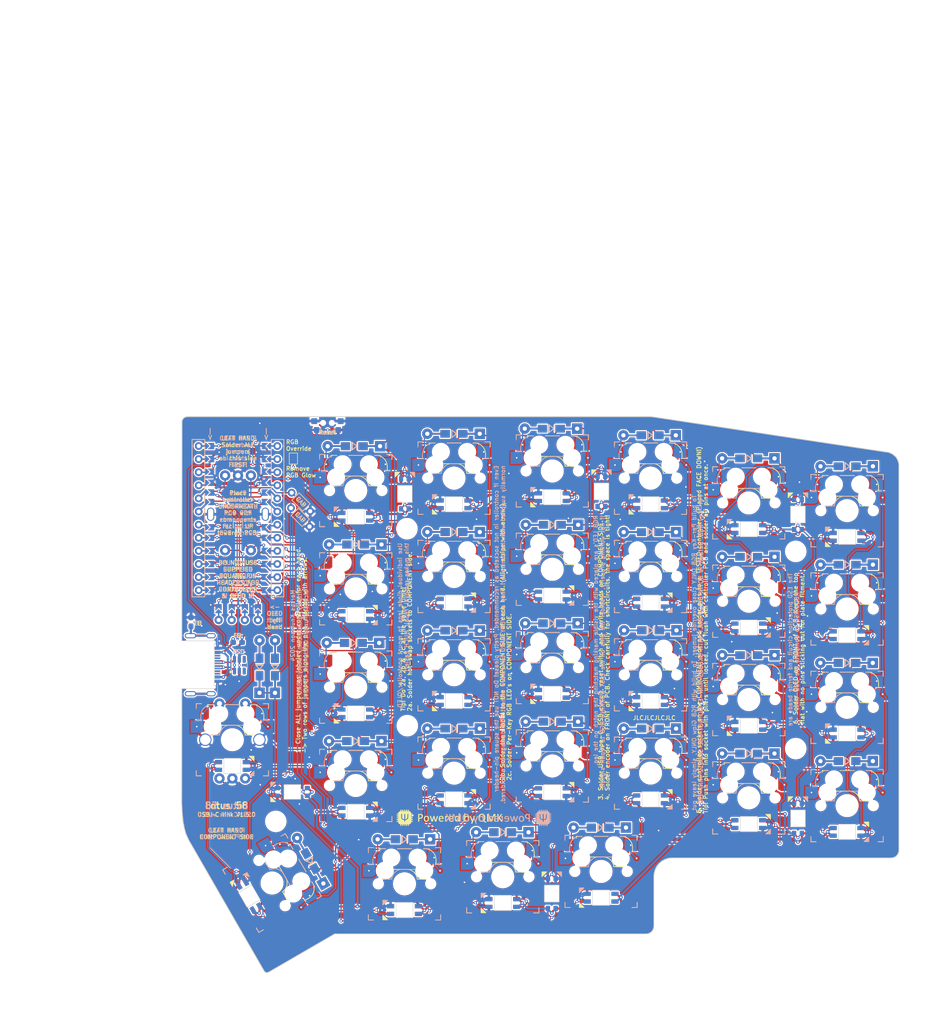
<source format=kicad_pcb>
(kicad_pcb (version 20240108) (generator "pcbnew") (generator_version "8.0")
  (title_block (title "Lotus 58 Glow") (date "2024-11-18") (rev "v1.5.0") (company "Markus Knutsson <markus.knutsson@tweety.se>") (comment 1 "https://github.com/TweetyDaBird") (comment 2 "Licensed under CERN-OHL-S v2 or any superseding version"))
  (layers (0 "F.Cu" signal) (31 "B.Cu" signal) (34 "B.Paste" user) (35 "F.Paste" user) (36 "B.SilkS" user "B.Silkscreen") (37 "F.SilkS" user "F.Silkscreen") (38 "B.Mask" user) (39 "F.Mask" user) (44 "Edge.Cuts" user))
  (net 0 "")
  (net 1 "Net-(D1-A)")
  (net 2 "row4")
  (net 3 "Net-(D2-A)")
  (net 4 "Net-(D3-A)")
  (net 5 "row0")
  (net 6 "row1")
  (net 7 "row2")
  (net 8 "row3")
  (net 9 "Net-(D10-A)")
  (net 10 "Net-(D11-A)")
  (net 11 "Net-(D12-A)")
  (net 12 "Net-(D13-A)")
  (net 13 "Net-(D14-A)")
  (net 14 "Net-(D15-A)")
  (net 15 "Net-(D16-A)")
  (net 16 "Net-(D17-A)")
  (net 17 "Net-(D18-A)")
  (net 18 "Net-(D19-A)")
  (net 19 "Net-(D20-A)")
  (net 20 "Net-(D21-A)")
  (net 21 "Net-(D22-A)")
  (net 22 "Net-(D23-A)")
  (net 23 "Net-(D24-A)")
  (net 24 "Net-(D26-A)")
  (net 25 "Net-(D27-A)")
  (net 26 "Net-(D28-A)")
  (net 27 "VCC")
  (net 28 "GND")
  (net 29 "col0")
  (net 30 "col1")
  (net 31 "col2")
  (net 32 "col3")
  (net 33 "col4")
  (net 34 "col5")
  (net 35 "SDA")
  (net 36 "LED")
  (net 37 "SCL")
  (net 38 "RESET")
  (net 39 "Net-(D29-A)")
  (net 40 "DATA")
  (net 41 "Net-(D30-A)")
  (net 42 "Alt")
  (net 43 "Net-(LED1-DOUT)")
  (net 44 "Net-(LED2-DOUT)")
  (net 45 "Net-(LED3-DOUT)")
  (net 46 "Net-(LED4-DOUT)")
  (net 47 "Net-(LED5-DOUT)")
  (net 48 "Net-(LED12-DIN)")
  (net 49 "Net-(LED13-DIN)")
  (net 50 "Net-(LED7-DIN)")
  (net 51 "Net-(LED8-DIN)")
  (net 52 "Net-(LED10-DOUT)")
  (net 53 "Net-(LED10-DIN)")
  (net 54 "Net-(LED11-DIN)")
  (net 55 "Net-(LED13-DOUT)")
  (net 56 "Net-(LED14-DOUT)")
  (net 57 "Net-(LED15-DOUT)")
  (net 58 "Net-(LED16-DOUT)")
  (net 59 "Net-(LED17-DOUT)")
  (net 60 "Net-(LED18-DOUT)")
  (net 61 "Net-(LED19-DOUT)")
  (net 62 "Net-(LED19-DIN)")
  (net 63 "Net-(LED20-DIN)")
  (net 64 "Net-(LED21-DIN)")
  (net 65 "KEY")
  (net 66 "Net-(LED22-DIN)")
  (net 67 "Net-(LED23-DIN)")
  (net 68 "Net-(LED25-DOUT)")
  (net 69 "EncB")
  (net 70 "EncA")
  (net 71 "Net-(LED26-DOUT)")
  (net 72 "Net-(LED27-DOUT)")
  (net 73 "Net-(LED28-DOUT)")
  (net 74 "Net-(LED30-DOUT)")
  (net 75 "Net-(LED31-DOUT)")
  (net 76 "Net-(LED32-DOUT)")
  (net 77 "Net-(LED33-DOUT)")
  (net 78 "Net-(LED34-DOUT)")
  (net 81 "/VCC_LINK")
  (net 112 "Net-(J1-SHIELD)")
  (net 239 "Net-(D34-A)")
  (net 240 "Net-(D35-A)")
  (net 241 "Net-(D36-A)")
  (net 242 "Net-(D37-A)")
  (net 243 "Net-(D38-A)")
  (net 244 "Net-(D39-A)")
  (footprint "Keyboard Common:Spacer PCB hole" (layer "F.Cu") (at 124.32538 57.40908)
    (property "Reference" "TH1" (hide yes))
    (property "Value" "HOLE" (hide yes))
  )
  (footprint "Keyboard Common:Spacer PCB hole" (layer "F.Cu") (at 199.7 61.8)
    (property "Reference" "TH2" (hide yes))
    (property "Value" "HOLE" (hide yes))
  )
  (footprint "Keyboard Common:Spacer PCB hole" (layer "F.Cu") (at 124.3965 95.5675)
    (property "Reference" "TH3" (hide yes))
    (property "Value" "HOLE" (hide yes))
  )
  (footprint "Keyboard Common:Spacer PCB hole" (layer "F.Cu") (at 199.7 100)
    (property "Reference" "TH4" (hide yes))
    (property "Value" "HOLE" (hide yes))
  )
  (footprint "Keyboard Common:Spacer PCB hole" (layer "F.Cu") (at 98.8949 114.1095 90)
    (property "Reference" "TH5" (hide yes))
    (property "Value" "HOLE" (hide yes))
  )
  (footprint "Keyboard Switches:SW_MX_HotSwap_Reversible" (layer "F.Cu") (at 133.45 47.6)
    (property "Reference" "SW2" (hide yes))
    (property "Value" "Kailh hotswap MX socket" (hide yes))
  )
  (footprint "Keyboard Switches:SW_MX_HotSwap_Reversible" (layer "F.Cu") (at 152.5 46.21)
    (property "Reference" "SW3" (hide yes))
    (property "Value" "Kailh hotswap MX socket" (hide yes))
  )
  (footprint "Keyboard Switches:SW_MX_HotSwap_Reversible" (layer "F.Cu") (at 171.55 47.6)
    (property "Reference" "SW4" (hide yes))
    (property "Value" "Kailh hotswap MX socket" (hide yes))
  )
  (footprint "Keyboard Switches:SW_MX_HotSwap_Reversible" (layer "F.Cu") (at 209.65 53.9)
    (property "Reference" "SW6" (hide yes))
    (property "Value" "Kailh hotswap MX socket" (hide yes))
  )
  (footprint "Keyboard Switches:SW_MX_HotSwap_Reversible" (layer "F.Cu") (at 114.4 69.05)
    (property "Reference" "SW7" (hide yes))
    (property "Value" "Kailh hotswap MX socket" (hide yes))
  )
  (footprint "Keyboard Switches:SW_MX_HotSwap_Reversible" (layer "F.Cu") (at 152.5 65.26)
    (property "Reference" "SW9" (hide yes))
    (property "Value" "Kailh hotswap MX socket" (hide yes))
  )
  (footprint "Keyboard Switches:SW_MX_HotSwap_Reversible" (layer "F.Cu") (at 171.55 66.65)
    (property "Reference" "SW10" (hide yes))
    (property "Value" "Kailh hotswap MX socket" (hide yes))
  )
  (footprint "Keyboard Switches:SW_MX_HotSwap_Reversible" (layer "F.Cu") (at 190.6 71.45)
    (property "Reference" "SW11" (hide yes))
    (property "Value" "Kailh hotswap MX socket" (hide yes))
  )
  (footprint "Keyboard Switches:SW_MX_HotSwap_Reversible" (layer "F.Cu") (at 209.65 72.95)
    (property "Reference" "SW12" (hide yes))
    (property "Value" "Kailh hotswap MX socket" (hide yes))
  )
  (footprint "Keyboard Switches:SW_MX_HotSwap_Reversible" (layer "F.Cu") (at 114.4 88.1)
    (property "Reference" "SW13" (hide yes))
    (property "Value" "Kailh hotswap MX socket" (hide yes))
  )
  (footprint "Keyboard Switches:SW_MX_HotSwap_Reversible" (layer "F.Cu") (at 133.45 85.7)
    (property "Reference" "SW14" (hide yes))
    (property "Value" "Kailh hotswap MX socket" (hide yes))
  )
  (footprint "Keyboard Switches:SW_MX_HotSwap_Reversible" (layer "F.Cu") (at 152.5 84.31)
    (property "Reference" "SW15" (hide yes))
    (property "Value" "Kailh hotswap MX socket" (hide yes))
  )
  (footprint "Keyboard Switches:SW_MX_HotSwap_Reversible" (layer "F.Cu") (at 190.6 90.5)
    (property "Reference" "SW17" (hide yes))
    (property "Value" "Kailh hotswap MX socket" (hide yes))
  )
  (footprint "Keyboard Switches:SW_MX_HotSwap_Reversible" (layer "F.Cu") (at 209.65 92)
    (property "Reference" "SW18" (hide yes))
    (property "Value" "Kailh hotswap MX socket" (hide yes))
  )
  (footprint "Keyboard Switches:SW_MX_HotSwap_Reversible" (layer "F.Cu") (at 114.4 107.15)
    (property "Reference" "SW19" (hide yes))
    (property "Value" "Kailh hotswap MX socket" (hide yes))
  )
  (footprint "Keyboard Switches:SW_MX_HotSwap_Reversible" (layer "F.Cu") (at 133.45 104.75)
    (property "Reference" "SW20" (hide yes))
    (property "Value" "Kailh hotswap MX socket" (hide yes))
  )
  (footprint "Keyboard Switches:SW_MX_HotSwap_Reversible" (layer "F.Cu") (at 152.5 103.36)
    (property "Reference" "SW21" (hide yes))
    (property "Value" "Kailh hotswap MX socket" (hide yes))
  )
  (footprint "Keyboard Switches:SW_MX_HotSwap_Reversible" (layer "F.Cu") (at 171.55 104.75)
    (property "Reference" "SW22" (hide yes))
    (property "Value" "Kailh hotswap MX socket" (hide yes))
  )
  (footprint "Keyboard Switches:SW_MX_HotSwap_Reversible" (layer "F.Cu") (at 190.6 109.55)
    (property "Reference" "SW23" (hide yes))
    (property "Value" "Kailh hotswap MX socket" (hide yes))
  )
  (footprint "Keyboard Switches:SW_MX_HotSwap_Reversible" (layer "F.Cu") (at 123.85 126.2)
    (property "Reference" "SW27" (hide yes))
    (property "Value" "Kailh hotswap MX socket" (hide yes))
  )
  (footprint "Keyboard Switches:SW_MX_HotSwap_Reversible" (layer "F.Cu") (at 142.8977 124.8283)
    (property "Reference" "SW28" (hide yes))
    (property "Value" "Kailh hotswap MX socket" (hide yes))
  )
  (footprint "Keyboard Switches:SW_MX_HotSwap_Reversible" (layer "F.Cu") (at 161.95 123.8)
    (property "Reference" "SW29" (hide yes))
    (property "Value" "Kailh hotswap MX socket" (hide yes))
  )
  (footprint "Keyboard Switches:SW_MX_HotSwap_Reversible" (layer "F.Cu") (at 114.4 50)
    (property "Reference" "SW1" (hide yes))
    (property "Value" "Kailh hotswap MX socket" (hide yes))
  )
  (footprint "Keyboard Switches:SW_MX_HotSwap_Reversible" (layer "F.Cu") (at 90.4748 98.2853)
    (property "Reference" "SW25" (hide yes))
    (property "Value" "Kailh hotswap MX socket" (hide yes))
  )
  (footprint "Keyboard Switches:SW_MX_HotSwap_Reversible" (layer "F.Cu") (at 209.65 111.05)
    (property "Reference" "SW24" (hide yes))
    (property "Value" "Kailh hotswap MX socket" (hide yes))
  )
  (footprint "Keyboard Switches:SW_MX_HotSwap_Reversible" (layer "F.Cu") (at 98.171 126.0475 -60)
    (property "Reference" "SW26" (hide yes))
    (property "Value" "Kailh hotswap MX socket" (hide yes))
  )
  (footprint "Keyboard Switches:SW_MX_HotSwap_Reversible" (layer "F.Cu") (at 171.55 85.7)
    (property "Reference" "SW16" (hide yes))
    (property "Value" "Kailh hotswap MX socket" (hide yes))
  )
  (footprint "Keyboard Common:SSD1306-0.91-OLED-4pin-128x32 doublesided" (layer "F.Cu") (at 91.62 56.59 -90)
    (property "Reference" "P1" (hide yes))
    (property "Value" "OLED")
  )
  (footprint "Keyboard RGB:MX_SK6812MINI-E_REVERSIBLE_special_v2" (layer "F.Cu") (at 200.125 113.522 90)
    (property "Reference" "LED33" (hide yes))
    (property "Value" "SK6803MINI-E" (hide yes))
    (fp_line (start 1.61 -1.41) (end 1.61 1.41) (stroke (width 0.1)) (layer "Edge.Cuts"))
    (fp_line (start -1.61 -1.41) (end 1.61 -1.41) (stroke (width 0.1)) (layer "Edge.Cuts"))
    (fp_line (start 1.61 1.41) (end -1.61 1.41) (stroke (width 0.1)) (layer "Edge.Cuts"))
    (fp_line (start -1.61 1.41) (end -1.61 -1.41) (stroke (width 0.1)) (layer "Edge.Cuts"))
  )
  (footprint "Keyboard RGB:MX_SK6812MINI-E_REVERSIBLE_special_v2" (layer "F.Cu") (at 152.4 128.0795 90)
    (property "Reference" "LED34" (hide yes))
    (property "Value" "SK6803MINI-E" (hide yes))
    (fp_line (start 1.61 -1.41) (end 1.61 1.41) (stroke (width 0.1)) (layer "Edge.Cuts"))
    (fp_line (start -1.61 -1.41) (end 1.61 -1.41) (stroke (width 0.1)) (layer "Edge.Cuts"))
    (fp_line (start 1.61 1.41) (end -1.61 1.41) (stroke (width 0.1)) (layer "Edge.Cuts"))
    (fp_line (start -1.61 1.41) (end -1.61 -1.41) (stroke (width 0.1)) (layer "Edge.Cuts"))
  )
  (footprint "Keyboard RGB:MX_SK6812MINI-E_REVERSIBLE_special_v2" (layer "F.Cu") (at 102.108 108.3945 180)
    (property "Reference" "LED35" (hide yes))
    (property "Value" "SK6803MINI-E" (hide yes))
    (fp_line (start 1.61 1.41) (end -1.61 1.41) (stroke (width 0.1)) (layer "Edge.Cuts"))
    (fp_line (start 1.61 -1.41) (end 1.61 1.41) (stroke (width 0.1)) (layer "Edge.Cuts"))
    (fp_line (start -1.61 1.41) (end -1.61 -1.41) (stroke (width 0.1)) (layer "Edge.Cuts"))
    (fp_line (start -1.61 -1.41) (end 1.61 -1.41) (stroke (width 0.1)) (layer "Edge.Cuts"))
  )
  (footprint "Keyboard RGB:MX_SK6812MINI-E_REVERSIBLE_special_v2" (layer "F.Cu") (at 200.122 54.646 90)
    (property "Reference" "LED32" (hide yes))
    (property "Value" "SK6803MINI-E" (hide yes))
    (fp_line (start 1.61 -1.41) (end 1.61 1.41) (stroke (width 0.1)) (layer "Edge.Cuts"))
    (fp_line (start -1.61 -1.41) (end 1.61 -1.41) (stroke (width 0.1)) (layer "Edge.Cuts"))
    (fp_line (start 1.61 1.41) (end -1.61 1.41) (stroke (width 0.1)) (layer "Edge.Cuts"))
    (fp_line (start -1.61 1.41) (end -1.61 -1.41) (stroke (width 0.1)) (layer "Edge.Cuts"))
  )
  (footprint "Keyboard RGB:MX_SK6812MINI-E_REVERSIBLE_special_v2" (layer "F.Cu") (at 123.9235 50.651 90)
    (property "Reference" "LED30" (hide yes))
    (property "Value" "SK6803MINI-E" (hide yes))
    (fp_line (start 1.61 -1.41) (end 1.61 1.41) (stroke (width 0.1)) (layer "Edge.Cuts"))
    (fp_line (start -1.61 -1.41) (end 1.61 -1.41) (stroke (width 0.1)) (layer "Edge.Cuts"))
    (fp_line (start 1.61 1.41) (end -1.61 1.41) (stroke (width 0.1)) (layer "Edge.Cuts"))
    (fp_line (start -1.61 1.41) (end -1.61 -1.41) (stroke (width 0.1)) (layer "Edge.Cuts"))
  )
  (footprint "Keyboard Controllers:ProMicro_jumpers_V3" (layer "F.Cu") (at 91.567 55.35)
    (property "Reference" "U1" (hide yes))
    (property "Value" "ProMicro")
  )
  (footprint "Keyboard Switches:SW_MX_HotSwap_Reversible" (layer "F.Cu") (at 190.6 52.4)
    (property "Reference" "SW5" (hide yes))
    (property "Value" "Kailh hotswap MX socket" (hide yes))
  )
  (footprint "Keyboard RGB:MX_SK6812MINI-E_REVERSIBLE_special_v2" (layer "F.Cu") (at 162.0285 50.1875 90)
    (property "Reference" "LED31" (hide yes))
    (property "Value" "SK6803MINI-E" (hide yes))
    (fp_line (start 1.61 -1.41) (end 1.61 1.41) (stroke (width 0.1)) (layer "Edge.Cuts"))
    (fp_line (start -1.61 -1.41) (end 1.61 -1.41) (stroke (width 0.1)) (layer "Edge.Cuts"))
    (fp_line (start 1.61 1.41) (end -1.61 1.41) (stroke (width 0.1)) (layer "Edge.Cuts"))
    (fp_line (start -1.61 1.41) (end -1.61 -1.41) (stroke (width 0.1)) (layer "Edge.Cuts"))
  )
  (footprint "Keyboard Switches:SW_MX_HotSwap_Reversible" (layer "F.Cu") (at 133.45 66.65)
    (property "Reference" "SW8" (hide yes))
    (property "Value" "Kailh hotswap MX socket" (hide yes))
  )
  (footprint "Keyboard RGB:MX_SK6812MINI-E_REVERSIBLE" (layer "F.Cu") (at 114.4 55.08 180)
    (property "Reference" "LED1" (hide yes))
    (property "Value" "SK6803MINI-E" (hide yes))
    (fp_line (start 1.65 1.45) (end -1.65 1.45) (stroke (width 0.1)) (layer "Edge.Cuts"))
    (fp_line (start 1.65 -1.45) (end 1.65 1.45) (stroke (width 0.1)) (layer "Edge.Cuts"))
    (fp_line (start -1.65 1.45) (end -1.65 -1.45) (stroke (width 0.1)) (layer "Edge.Cuts"))
    (fp_line (start -1.65 -1.45) (end 1.65 -1.45) (stroke (width 0.1)) (layer "Edge.Cuts"))
  )
  (footprint "Keyboard RGB:MX_SK6812MINI-E_REVERSIBLE" (layer "F.Cu") (at 133.45 52.68 180)
    (property "Reference" "LED2" (hide yes))
    (property "Value" "SK6803MINI-E" (hide yes))
    (fp_line (start 1.65 1.45) (end -1.65 1.45) (stroke (width 0.1)) (layer "Edge.Cuts"))
    (fp_line (start 1.65 -1.45) (end 1.65 1.45) (stroke (width 0.1)) (layer "Edge.Cuts"))
    (fp_line (start -1.65 1.45) (end -1.65 -1.45) (stroke (width 0.1)) (layer "Edge.Cuts"))
    (fp_line (start -1.65 -1.45) (end 1.65 -1.45) (stroke (width 0.1)) (layer "Edge.Cuts"))
  )
  (footprint "Keyboard RGB:MX_SK6812MINI-E_REVERSIBLE" (layer "F.Cu") (at 152.5 51.29 180)
    (property "Reference" "LED3" (hide yes))
    (property "Value" "SK6803MINI-E" (hide yes))
    (fp_line (start 1.65 1.45) (end -1.65 1.45) (stroke (width 0.1)) (layer "Edge.Cuts"))
    (fp_line (start 1.65 -1.45) (end 1.65 1.45) (stroke (width 0.1)) (layer "Edge.Cuts"))
    (fp_line (start -1.65 1.45) (end -1.65 -1.45) (stroke (width 0.1)) (layer "Edge.Cuts"))
    (fp_line (start -1.65 -1.45) (end 1.65 -1.45) (stroke (width 0.1)) (layer "Edge.Cuts"))
  )
  (footprint "Keyboard RGB:MX_SK6812MINI-E_REVERSIBLE" (layer "F.Cu") (at 171.55 52.68 180)
    (property "Reference" "LED4" (hide yes))
    (property "Value" "SK6803MINI-E" (hide yes))
    (fp_line (start 1.65 1.45) (end -1.65 1.45) (stroke (width 0.1)) (layer "Edge.Cuts"))
    (fp_line (start 1.65 -1.45) (end 1.65 1.45) (stroke (width 0.1)) (layer "Edge.Cuts"))
    (fp_line (start -1.65 1.45) (end -1.65 -1.45) (stroke (width 0.1)) (layer "Edge.Cuts"))
    (fp_line (start -1.65 -1.45) (end 1.65 -1.45) (stroke (width 0.1)) (layer "Edge.Cuts"))
  )
  (footprint "Keyboard RGB:MX_SK6812MINI-E_REVERSIBLE" (layer "F.Cu") (at 190.6 57.48 180)
    (property "Reference" "LED5" (hide yes))
    (property "Value" "SK6803MINI-E" (hide yes))
    (fp_line (start 1.65 1.45) (end -1.65 1.45) (stroke (width 0.1)) (layer "Edge.Cuts"))
    (fp_line (start 1.65 -1.45) (end 1.65 1.45) (stroke (width 0.1)) (layer "Edge.Cuts"))
    (fp_line (start -1.65 1.45) (end -1.65 -1.45) (stroke (width 0.1)) (layer "Edge.Cuts"))
    (fp_line (start -1.65 -1.45) (end 1.65 -1.45) (stroke (width 0.1)) (layer "Edge.Cuts"))
  )
  (footprint "Keyboard RGB:MX_SK6812MINI-E_REVERSIBLE" (layer "F.Cu") (at 209.65 58.98 180)
    (property "Reference" "LED6" (hide yes))
    (property "Value" "SK6803MINI-E" (hide yes))
    (fp_line (start 1.65 1.45) (end -1.65 1.45) (stroke (width 0.1)) (layer "Edge.Cuts"))
    (fp_line (start 1.65 -1.45) (end 1.65 1.45) (stroke (width 0.1)) (layer "Edge.Cuts"))
    (fp_line (start -1.65 1.45) (end -1.65 -1.45) (stroke (width 0.1)) (layer "Edge.Cuts"))
    (fp_line (start -1.65 -1.45) (end 1.65 -1.45) (stroke (width 0.1)) (layer "Edge.Cuts"))
  )
  (footprint "Keyboard RGB:MX_SK6812MINI-E_REVERSIBLE" (layer "F.Cu") (at 114.4 74.13)
    (property "Reference" "LED7" (hide yes))
    (property "Value" "SK6803MINI-E" (hide yes))
    (fp_line (start -1.65 -1.45) (end 1.65 -1.45) (stroke (width 0.1)) (layer "Edge.Cuts"))
    (fp_line (start -1.65 1.45) (end -1.65 -1.45) (stroke (width 0.1)) (layer "Edge.Cuts"))
    (fp_line (start 1.65 -1.45) (end 1.65 1.45) (stroke (width 0.1)) (layer "Edge.Cuts"))
    (fp_line (start 1.65 1.45) (end -1.65 1.45) (stroke (width 0.1)) (layer "Edge.Cuts"))
  )
  (footprint "Keyboard RGB:MX_SK6812MINI-E_REVERSIBLE" (layer "F.Cu") (at 133.45 71.73)
    (property "Reference" "LED8" (hide yes))
    (property "Value" "SK6803MINI-E" (hide yes))
    (fp_line (start -1.65 -1.45) (end 1.65 -1.45) (stroke (width 0.1)) (layer "Edge.Cuts"))
    (fp_line (start -1.65 1.45) (end -1.65 -1.45) (stroke (width 0.1)) (layer "Edge.Cuts"))
    (fp_line (start 1.65 -1.45) (end 1.65 1.45) (stroke (width 0.1)) (layer "Edge.Cuts"))
    (fp_line (start 1.65 1.45) (end -1.65 1.45) (stroke (width 0.1)) (layer "Edge.Cuts"))
  )
  (footprint "Keyboard RGB:MX_SK6812MINI-E_REVERSIBLE" (layer "F.Cu") (at 152.5 70.34)
    (property "Reference" "LED9" (hide yes))
    (property "Value" "SK6803MINI-E" (hide yes))
    (fp_line (start -1.65 -1.45) (end 1.65 -1.45) (stroke (width 0.1)) (layer "Edge.Cuts"))
    (fp_line (start -1.65 1.45) (end -1.65 -1.45) (stroke (width 0.1)) (layer "Edge.Cuts"))
    (fp_line (start 1.65 -1.45) (end 1.65 1.45) (stroke (width 0.1)) (layer "Edge.Cuts"))
    (fp_line (start 1.65 1.45) (end -1.65 1.45) (stroke (width 0.1)) (layer "Edge.Cuts"))
  )
  (footprint "Keyboard RGB:MX_SK6812MINI-E_REVERSIBLE" (layer "F.Cu") (at 171.55 71.73)
    (property "Reference" "LED10" (hide yes))
    (property "Value" "SK6803MINI-E" (hide yes))
    (fp_line (start -1.65 -1.45) (end 1.65 -1.45) (stroke (width 0.1)) (layer "Edge.Cuts"))
    (fp_line (start -1.65 1.45) (end -1.65 -1.45) (stroke (width 0.1)) (layer "Edge.Cuts"))
    (fp_line (start 1.65 -1.45) (end 1.65 1.45) (stroke (width 0.1)) (layer "Edge.Cuts"))
    (fp_line (start 1.65 1.45) (end -1.65 1.45) (stroke (width 0.1)) (layer "Edge.Cuts"))
  )
  (footprint "Keyboard RGB:MX_SK6812MINI-E_REVERSIBLE" (layer "F.Cu") (at 190.6 76.53)
    (property "Reference" "LED11" (hide yes))
    (property "Value" "SK6803MINI-E" (hide yes))
    (fp_line (start -1.65 -1.45) (end 1.65 -1.45) (stroke (width 0.1)) (layer "Edge.Cuts"))
    (fp_line (start -1.65 1.45) (end -1.65 -1.45) (stroke (width 0.1)) (layer "Edge.Cuts"))
    (fp_line (start 1.65 -1.45) (end 1.65 1.45) (stroke (width 0.1)) (layer "Edge.Cuts"))
    (fp_line (start 1.65 1.45) (end -1.65 1.45) (stroke (width 0.1)) (layer "Edge.Cuts"))
  )
  (footprint "Keyboard RGB:MX_SK6812MINI-E_REVERSIBLE" (layer "F.Cu") (at 209.65 78.03)
    (property "Reference" "LED12" (hide yes))
    (property "Value" "SK6803MINI-E" (hide yes))
    (fp_line (start -1.65 -1.45) (end 1.65 -1.45) (stroke (width 0.1)) (layer "Edge.Cuts"))
    (fp_line (start -1.65 1.45) (end -1.65 -1.45) (stroke (width 0.1)) (layer "Edge.Cuts"))
    (fp_line (start 1.65 -1.45) (end 1.65 1.45) (stroke (width 0.1)) (layer "Edge.Cuts"))
    (fp_line (start 1.65 1.45) (end -1.65 1.45) (stroke (width 0.1)) (layer "Edge.Cuts"))
  )
  (footprint "Keyboard RGB:MX_SK6812MINI-E_REVERSIBLE" (layer "F.Cu") (at 114.4 93.18 180)
    (property "Reference" "LED13" (hide yes))
    (property "Value" "SK6803MINI-E" (hide yes))
    (fp_line (start 1.65 1.45) (end -1.65 1.45) (stroke (width 0.1)) (layer "Edge.Cuts"))
    (fp_line (start 1.65 -1.45) (end 1.65 1.45) (stroke (width 0.1)) (layer "Edge.Cuts"))
    (fp_line (start -1.65 1.45) (end -1.65 -1.45) (stroke (width 0.1)) (layer "Edge.Cuts"))
    (fp_line (start -1.65 -1.45) (end 1.65 -1.45) (stroke (width 0.1)) (layer "Edge.Cuts"))
  )
  (footprint "Keyboard RGB:MX_SK6812MINI-E_REVERSIBLE" (layer "F.Cu") (at 133.45 90.78 180)
    (property "Reference" "LED14" (hide yes))
    (property "Value" "SK6803MINI-E" (hide yes))
    (fp_line (start 1.65 1.45) (end -1.65 1.45) (stroke (width 0.1)) (layer "Edge.Cuts"))
    (fp_line (start 1.65 -1.45) (end 1.65 1.45) (stroke (width 0.1)) (layer "Edge.Cuts"))
    (fp_line (start -1.65 1.45) (end -1.65 -1.45) (stroke (width 0.1)) (layer "Edge.Cuts"))
    (fp_line (start -1.65 -1.45) (end 1.65 -1.45) (stroke (width 0.1)) (layer "Edge.Cuts"))
  )
  (footprint "Keyboard RGB:MX_SK6812MINI-E_REVERSIBLE" (layer "F.Cu") (at 152.5 89.39 180)
    (property "Reference" "LED15" (hide yes))
    (property "Value" "SK6803MINI-E" (hide yes))
    (fp_line (start 1.65 1.45) (end -1.65 1.45) (stroke (width 0.1)) (layer "Edge.Cuts"))
    (fp_line (start 1.65 -1.45) (end 1.65 1.45) (stroke (width 0.1)) (layer "Edge.Cuts"))
    (fp_line (start -1.65 1.45) (end -1.65 -1.45) (stroke (width 0.1)) (layer "Edge.Cuts"))
    (fp_line (start -1.65 -1.45) (end 1.65 -1.45) (stroke (width 0.1)) (layer "Edge.Cuts"))
  )
  (footprint "Keyboard RGB:MX_SK6812MINI-E_REVERSIBLE" (layer "F.Cu") (at 171.55 90.78 180)
    (property "Reference" "LED16" (hide yes))
    (property "Value" "SK6803MINI-E" (hide yes))
    (fp_line (start 1.65 1.45) (end -1.65 1.45) (stroke (width 0.1)) (layer "Edge.Cuts"))
    (fp_line (start 1.65 -1.45) (end 1.65 1.45) (stroke (width 0.1)) (layer "Edge.Cuts"))
    (fp_line (start -1.65 1.45) (end -1.65 -1.45) (stroke (width 0.1)) (layer "Edge.Cuts"))
    (fp_line (start -1.65 -1.45) (end 1.65 -1.45) (stroke (width 0.1)) (layer "Edge.Cuts"))
  )
  (footprint "Keyboard RGB:MX_SK6812MINI-E_REVERSIBLE" (layer "F.Cu") (at 190.6 95.58 180)
    (property "Reference" "LED17" (hide yes))
    (property "Value" "SK6803MINI-E" (hide yes))
    (fp_line (start 1.65 1.45) (end -1.65 1.45) (stroke (width 0.1)) (layer "Edge.Cuts"))
    (fp_line (start 1.65 -1.45) (end 1.65 1.45) (stroke (width 0.1)) (layer "Edge.Cuts"))
    (fp_line (start -1.65 1.45) (end -1.65 -1.45) (stroke (width 0.1)) (layer "Edge.Cuts"))
    (fp_line (start -1.65 -1.45) (end 1.65 -1.45) (stroke (width 0.1)) (layer "Edge.Cuts"))
  )
  (footprint "Keyboard RGB:MX_SK6812MINI-E_REVERSIBLE" (layer "F.Cu") (at 209.65 97.08 180)
    (property "Reference" "LED18" (hide yes))
    (property "Value" "SK6803MINI-E" (hide yes))
    (fp_line (start 1.65 1.45) (end -1.65 1.45) (stroke (width 0.1)) (layer "Edge.Cuts"))
    (fp_line (start 1.65 -1.45) (end 1.65 1.45) (stroke (width 0.1)) (layer "Edge.Cuts"))
    (fp_line (start -1.65 1.45) (end -1.65 -1.45) (stroke (width 0.1)) (layer "Edge.Cuts"))
    (fp_line (start -1.65 -1.45) (end 1.65 -1.45) (stroke (width 0.1)) (layer "Edge.Cuts"))
  )
  (footprint "Keyboard RGB:MX_SK6812MINI-E_REVERSIBLE" (layer "F.Cu") (at 114.4 112.23)
    (property "Reference" "LED19" (hide yes))
    (property "Value" "SK6803MINI-E" (hide yes))
    (fp_line (start -1.65 -1.45) (end 1.65 -1.45) (stroke (width 0.1)) (layer "Edge.Cuts"))
    (fp_line (start -1.65 1.45) (end -1.65 -1.45) (stroke (width 0.1)) (layer "Edge.Cuts"))
    (fp_line (start 1.65 -1.45) (end 1.65 1.45) (stroke (width 0.1)) (layer "Edge.Cuts"))
    (fp_line (start 1.65 1.45) (end -1.65 1.45) (stroke (width 0.1)) (layer "Edge.Cuts"))
  )
  (footprint "Keyboard RGB:MX_SK6812MINI-E_REVERSIBLE" (layer "F.Cu") (at 133.45 109.83)
    (property "Reference" "LED20" (hide yes))
    (property "Value" "SK6803MINI-E" (hide yes))
    (fp_line (start -1.65 -1.45) (end 1.65 -1.45) (stroke (width 0.1)) (layer "Edge.Cuts"))
    (fp_line (start -1.65 1.45) (end -1.65 -1.45) (stroke (width 0.1)) (layer "Edge.Cuts"))
    (fp_line (start 1.65 -1.45) (end 1.65 1.45) (stroke (width 0.1)) (layer "Edge.Cuts"))
    (fp_line (start 1.65 1.45) (end -1.65 1.45) (stroke (width 0.1)) (layer "Edge.Cuts"))
  )
  (footprint "Keyboard RGB:MX_SK6812MINI-E_REVERSIBLE" (layer "F.Cu") (at 152.5 108.44)
    (property "Reference" "LED21" (hide yes))
    (property "Value" "SK6803MINI-E" (hide yes))
    (fp_line (start -1.65 -1.45) (end 1.65 -1.45) (stroke (width 0.1)) (layer "Edge.Cuts"))
    (fp_line (start -1.65 1.45) (end -1.65 -1.45) (stroke (width 0.1)) (layer "Edge.Cuts"))
    (fp_line (start 1.65 -1.45) (end 1.65 1.45) (stroke (width 0.1)) (layer "Edge.Cuts"))
    (fp_line (start 1.65 1.45) (end -1.65 1.45) (stroke (width 0.1)) (layer "Edge.Cuts"))
  )
  (footprint "Keyboard RGB:MX_SK6812MINI-E_REVERSIBLE" (layer "F.Cu") (at 171.55 109.83)
    (property "Reference" "LED22" (hide yes))
    (property "Value" "SK6803MINI-E" (hide yes))
    (fp_line (start -1.65 -1.45) (end 1.65 -1.45) (stroke (width 0.1)) (layer "Edge.Cuts"))
    (fp_line (start -1.65 1.45) (end -1.65 -1.45) (stroke (width 0.1)) (layer "Edge.Cuts"))
    (fp_line (start 1.65 -1.45) (end 1.65 1.45) (stroke (width 0.1)) (layer "Edge.Cuts"))
    (fp_line (start 1.65 1.45) (end -1.65 1.45) (stroke (width 0.1)) (layer "Edge.Cuts"))
  )
  (footprint "Keyboard RGB:MX_SK6812MINI-E_REVERSIBLE" (layer "F.Cu") (at 190.6 114.63)
    (property "Reference" "LED23" (hide yes))
    (property "Value" "SK6803MINI-E" (hide yes))
    (fp_line (start -1.65 -1.45) (end 1.65 -1.45) (stroke (width 0.1)) (layer "Edge.Cuts"))
    (fp_line (start -1.65 1.45) (end -1.65 -1.45) (stroke (width 0.1)) (layer "Edge.Cuts"))
    (fp_line (start 1.65 -1.45) (end 1.65 1.45) (stroke (width 0.1)) (layer "Edge.Cuts"))
    (fp_line (start 1.65 1.45) (end -1.65 1.45) (stroke (width 0.1)) (layer "Edge.Cuts"))
  )
  (footprint "Keyboard RGB:MX_SK6812MINI-E_REVERSIBLE" (layer "F.Cu") (at 209.65 116.13)
    (property "Reference" "LED24" (hide yes))
    (property "Value" "SK6803MINI-E" (hide yes))
    (fp_line (start -1.65 -1.45) (end 1.65 -1.45) (stroke (width 0.1)) (layer "Edge.Cuts"))
    (fp_line (start -1.65 1.45) (end -1.65 -1.45) (stroke (width 0.1)) (layer "Edge.Cuts"))
    (fp_line (start 1.65 -1.45) (end 1.65 1.45) (stroke (width 0.1)) (layer "Edge.Cuts"))
    (fp_line (start 1.65 1.45) (end -1.65 1.45) (stroke (width 0.1)) (layer "Edge.Cuts"))
  )
  (footprint "Keyboard RGB:MX_SK6812MINI-E_REVERSIBLE" (layer "F.Cu") (at 90.4748 103.3653)
    (property "Reference" "LED25" (hide yes))
    (property "Value" "SK6803MINI-E" (hide yes))
    (fp_line (start -1.65 -1.45) (end 1.65 -1.45) (stroke (width 0.1)) (layer "Edge.Cuts"))
    (fp_line (start -1.65 1.45) (end -1.65 -1.45) (stroke (width 0.1)) (layer "Edge.Cuts"))
    (fp_line (start 1.65 -1.45) (end 1.65 1.45) (stroke (width 0.1)) (layer "Edge.Cuts"))
    (fp_line (start 1.65 1.45) (end -1.65 1.45) (stroke (width 0.1)) (layer "Edge.Cuts"))
  )
  (footprint "Keyboard RGB:MX_SK6812MINI-E_REVERSIBLE" (layer "F.Cu") (at 93.771591 128.587499 120)
    (property "Reference" "LED26" (hide yes))
    (property "Value" "SK6803MINI-E" (hide yes))
    (fp_line (start 1.65 -1.45) (end 1.65 1.45) (stroke (width 0.1)) (layer "Edge.Cuts"))
    (fp_line (start -1.65 -1.45) (end 1.65 -1.45) (stroke (width 0.1)) (layer "Edge.Cuts"))
    (fp_line (start 1.65 1.45) (end -1.65 1.45) (stroke (width 0.1)) (layer "Edge.Cuts"))
    (fp_line (start -1.65 1.45) (end -1.65 -1.45) (stroke (width 0.1)) (layer "Edge.Cuts"))
  )
  (footprint "Keyboard RGB:MX_SK6812MINI-E_REVERSIBLE" (layer "F.Cu") (at 123.85 131.28 180)
    (property "Reference" "LED27" (hide yes))
    (property "Value" "SK6803MINI-E" (hide yes))
    (fp_line (start 1.65 1.45) (end -1.65 1.45) (stroke (width 0.1)) (layer "Edge.Cuts"))
    (fp_line (start 1.65 -1.45) (end 1.65 1.45) (stroke (width 0.1)) (layer "Edge.Cuts"))
    (fp_line (start -1.65 1.45) (end -1.65 -1.45) (stroke (width 0.1)) (layer "Edge.Cuts"))
    (fp_line (start -1.65 -1.45) (end 1.65 -1.45) (stroke (width 0.1)) (layer "Edge.Cuts"))
  )
  (footprint "Keyboard RGB:MX_SK6812MINI-E_REVERSIBLE" (layer "F.Cu") (at 142.8977 129.9083 180)
    (property "Reference" "LED28" (hide yes))
    (property "Value" "SK6803MINI-E" (hide yes))
    (fp_line (start 1.65 1.45) (end -1.65 1.45) (stroke (width 0.1)) (layer "Edge.Cuts"))
    (fp_line (start 1.65 -1.45) (end 1.65 1.45) (stroke (width 0.1)) (layer "Edge.Cuts"))
    (fp_line (start -1.65 1.45) (end -1.65 -1.45) (stroke (width 0.1)) (layer "Edge.Cuts"))
    (fp_line (start -1.65 -1.45) (end 1.65 -1.45) (stroke (width 0.1)) (layer "Edge.Cuts"))
  )
  (footprint "Keyboard RGB:MX_SK6812MINI-E_REVERSIBLE" (layer "F.Cu") (at 161.95 128.88 180)
    (property "Reference" "LED29" (hide yes))
    (property "Value" "SK6803MINI-E" (hide yes))
    (fp_line (start 1.65 1.45) (end -1.65 1.45) (stroke (width 0.1)) (layer "Edge.Cuts"))
    (fp_line (start 1.65 -1.45) (end 1.65 1.45) (stroke (width 0.1)) (layer "Edge.Cuts"))
    (fp_line (start -1.65 1.45) (end -1.65 -1.45) (stroke (width 0.1)) (layer "Edge.Cuts"))
    (fp_line (start -1.65 -1.45) (end 1.65 -1.45) (stroke (width 0.1)) (layer "Edge.Cuts"))
  )
  (footprint "Keyboard Common:Diode_DO35_SOD123" (layer "F.Cu") (at 152.41 75.74 180)
    (property "Reference" "D46" (hide yes))
    (property "Value" "1N4148/1N4148W" (hide yes))
  )
  (footprint "Keyboard Common:Diode_DO35_SOD123" (layer "F.Cu") (at 105.62 121.797501 120)
    (property "Reference" "D52" (hide yes))
    (property "Value" "1N4148/1N4148W" (hide yes))
  )
  (footprint "Keyboard Common:Diode_DO35_SOD123" (layer "F.Cu") (at 209.63 83.4 180)
    (property "Reference" "D43" (hide yes))
    (property "Value" "1N4148/1N4148W" (hide yes))
  )
  (footprint "Keyboard Common:Diode_DO35_SOD123" (layer "F.Cu") (at 114.38 98.56 180)
    (property "Reference" "D49" (hide yes))
    (property "Value" "1N4148/1N4148W" (hide yes))
  )
  (footprint "Keyboard Common:YTS-A002" (layer "F.Cu") (at 108.91 36.91)
    (property "Reference" "RES1" (hide yes))
    (property "Value" "TS-A002" (hide yes))
  )
  (footprint "Keyboard Common:Diode_DO35_SOD123" (layer "F.Cu") (at 209.66 64.36 180)
    (property "Reference" "D42" (hide yes))
    (property "Value" "1N4148/1N4148W" (hide yes))
  )
  (footprint "Keyboard Common:Diode_DO35_SOD123" (layer "F.Cu") (at 171.5 58.06 180)
    (property "Reference" "D40" (hide yes))
    (property "Value" "1N4148/1N4148W" (hide yes))
  )
  (footprint "Keyboard Common:Diode_DO35_SOD123" (layer "F.Cu") (at 171.45 39.31 180)
    (property "Reference" "D34" (hide yes))
    (property "Value" "1N4148/1N4148W" (hide yes))
  )
  (footprint "Keyboard Common:Diode_DO35_SOD123" (layer "F.Cu") (at 171.57 77.09 180)
    (property "Reference" "D45" (hide yes))
    (property "Value" "1N4148/1N4148W" (hide yes))
  )
  (footprint "Keyboard Common:Diode_DO35_SOD123" (layer "F.Cu") (at 152.51 56.65 180)
    (property "Reference" "D39" (hide yes))
    (property "Value" "1N4148/1N4148W" (hide yes))
  )
  (footprint "Keyboard Common:Diode_DO35_SOD123" (layer "F.Cu") (at 190.59 62.85 180)
    (property "Reference" "D41" (hide yes))
    (property "Value" "1N4148/1N4148W" (hide yes))
  )
  (footprint "Capacitor_SMD:C_0603_1608Metric_Pad1.08x0.95mm_HandSolder" (layer "F.Cu") (at 82.45 75.46 90)
    (property "Reference" "FB2" (hide yes))
    (property "Value" "Ferrite Bead")
  )
  (footprint "Keyboard Common:Diode_DO35_SOD123" (layer "F.Cu") (at 133.44 58.04 180)
    (property "Reference" "D38" (hide yes))
    (property "Value" "1N4148/1N4148W" (hide yes))
  )
  (footprint "Keyboard Common:Diode_DO35_SOD123" (layer "F.Cu") (at 133.44 96.13 180)
    (property "Reference" "D50" (hide yes))
    (property "Value" "1N4148/1N4148W" (hide yes))
  )
  (footprint "Package_TO_SOT_SMD:SOT-23-6" (layer "F.Cu") (at 91.83 83.85 90)
    (property "Reference" "U2" (hide yes))
    (property "Value" "SRV05-4")
  )
  (footprint "Keyboard Common:Diode_DO35_SOD123" (layer "F.Cu") (at 190.59 43.78 180)
    (property "Reference" "D35" (hide yes))
    (property "Value" "1N4148/1N4148W" (hide yes))
  )
  (footprint "Keyboard Common:Diode_DO35_SOD123" (layer "F.Cu") (at 133.44 77.14 180)
    (property "Reference" "D47" (hide yes))
    (property "Value" "1N4148/1N4148W" (hide yes))
  )
  (footprint "Keyboard Common:Diode_DO35_SOD123" (layer "F.Cu") (at 113.94 79.53 180)
    (property "Reference" "D48" (hide yes))
    (property "Value" "1N4148/1N4148W" (hide yes))
  )
  (footprint "Keyboard Common:Jumper_min_v2" (layer "F.Cu") (at 102.306195 43.811819 90)
    (property "Reference" "JP1" (hide yes))
    (property "Value" "LEFT" (hide yes))
  )
  (footprint "Keyboard Common:Diode_DO35_SOD123" (layer "F.Cu") (at 209.66 45.31 180)
    (property "Reference" "D36" (hide yes))
    (property "Value" "1N4148/1N4148W" (hide yes))
  )
  (footprint "Keyboard Encoders:Encoder_Alps_EC11E_Small" (layer "F.Cu") (at 91.567 54.594 -90)
    (property "Reference" "ENC30" (hide yes))
    (property "Value" "Rotary_Encoder_Click" (hide yes))
  )
  (footprint "Keyboard Common:Diode_DO35_SOD123" (layer "F.Cu") (at 161.78 115.31 180)
    (property "Reference" "D55" (hide yes))
    (property "Value" "1N4148/1N4148W" (hide yes))
  )
  (footprint "Keyboard Common:Diode_DO35_SOD123" (layer "F.Cu") (at 95.74254 84.2 90)
    (property "Reference" "D51" (hide yes))
    (property "Value" "1N4148/1N4148W" (hide yes))
  )
  (footprint "Keyboard Common:Diode_DO35_SOD123" (layer "F.Cu") (at 152.49 94.79 180)
    (property "Reference" "D56" (hide yes))
    (property "Value" "1N4148/1N4148W" (hide yes))
  )
  (footprint "Keyboard Common:Diode_DO35_SOD123" (layer "F.Cu") (at 114.39 60.46 180)
    (property "Reference" "D37" (hide yes))
    (property "Value" "1N4148/1N4148W" (hide yes))
  )
  (footprint "Keyboard Common:Diode_DO35_SOD123" (layer "F.Cu") (at 142.89 116.21 180)
    (property "Reference" "D54" (hide yes))
    (property "Value" "1N4148/1N4148W" (hide yes))
  )
  (footprint "Keyboard Common:Diode_DO35_SOD123" (layer "F.Cu") (at 133.43 39.01 180)
    (property "Reference" "D32" (hide yes))
    (property "Value" "1N4148/1N4148W" (hide yes))
  )
  (footprint "Keyboard Common:Diode_DO35_SOD123" (layer "F.Cu") (at 190.58 100.95 180)
    (property "Reference" "D58" (hide yes))
    (property "Value" "1N4148/1N4148W" (hide yes))
  )
  (footprint "Keyboard Common:Diode_DO35_SOD123" (layer "F.Cu") (at 123.8 117.57 180)
    (property "Reference" "D53" (hide yes))
    (property "Value" "1N4148/1N4148W" (hide yes))
  )
  (footprint "Keyboard Common:Diode_DO35_SOD123" (layer "F.Cu") (at 171.51 96.13 180)
    (property "Reference" "D57" (hide yes))
    (property "Value" "1N4148/1N4148W" (hide yes))
  )
  (footprint "Logotypes:qmk logo" (layer "F.Cu") (at 132.56 113.4)
    (property "Reference" "Logo1" (hide yes))
    (property "Value" "QMK_Logo" (hide yes))
  )
  (footprint "Keyboard Common:Diode_DO35_SOD123" (layer "F.Cu") (at 114.11 41.41 180)
    (property "Reference" "D31" (hide yes))
    (property "Value" "1N4148/1N4148W" (hide yes))
  )
  (footprint "Keyboard Encoders:Encoder_Alps_EC11E_Small_onkey" (layer "F.Cu") (at 90.4748 98.2853 90)
    (property "Reference" "ENC31" (hide yes))
    (property "Value" "Rotary_Encoder_Click" (hide yes))
  )
  (footprint "Keyboard Common:Diode_DO35_SOD123" (layer "F.Cu") (at 190.6 81.9 180)
    (property "Reference" "D44" (hide yes))
    (property "Value" "1N4148/1N4148W" (hide yes))
  )
  (footprint "Keyboard Common:Diode_DO35_SOD123" (layer "F.Cu") (at 209.65 102.43 180)
    (property "Reference" "D59" (hide yes))
    (property "Value" "1N4148/1N4148W" (hide yes))
  )
  (footprint "Capacitor_SMD:C_0603_1608Metric_Pad1.08x0.95mm_HandSolder" (layer "F.Cu") (at 91.49 79.44)
    (property "Reference" "FB1" (hide yes))
    (property "Value" "Ferrite Bead")
  )
  (footprint "Keyboard Common:Diode_DO35_SOD123" (layer "F.Cu") (at 98.74 84.2 90)
    (property "Reference" "D60" (hide yes))
    (property "Value" "1N4148/1N4148W" (hide yes))
  )
  (footprint "Keyboard Common:Diode_DO35_SOD123" (layer "F.Cu") (at 152.32 38.01 180)
    (property "Reference" "D33" (hide yes))
    (property "Value" "1N4148/1N4148W" (hide yes))
  )
  (footprint "Keyboard Common:Diode_DO35_SOD123" (layer "B.Cu") (at 114.11 41.41 180)
    (property "Reference" "D1" (hide yes))
    (property "Value" "1N4148/1N4148W" (hide yes))
  )
  (footprint "Keyboard Common:Diode_DO35_SOD123" (layer "B.Cu") (at 152.32 38.01 180)
    (property "Reference" "D3" (hide yes))
    (property "Value" "1N4148/1N4148W" (hide yes))
  )
  (footprint "Keyboard Common:Diode_DO35_SOD123" (layer "B.Cu") (at 171.45 39.31 180)
    (property "Reference" "D4" (hide yes))
    (property "Value" "1N4148/1N4148W" (hide yes))
  )
  (footprint "Keyboard Common:Diode_DO35_SOD123" (layer "B.Cu") (at 209.66 45.31 180)
    (property "Reference" "D6" (hide yes))
    (property "Value" "1N4148/1N4148W" (hide yes))
  )
  (footprint "Keyboard Common:Diode_DO35_SOD123" (layer "B.Cu") (at 152.51 56.65 180)
    (property "Reference" "D9" (hide yes))
    (property "Value" "1N4148/1N4148W" (hide yes))
  )
  (footprint "Keyboard Common:Diode_DO35_SOD123" (layer "B.Cu") (at 171.5 58.06 180)
    (property "Reference" "D10" (hide yes))
    (property "Value" "1N4148/1N4148W" (hide yes))
  )
  (footprint "Keyboard Common:Diode_DO35_SOD123" (layer "B.Cu") (at 190.59 62.85 180)
    (property "Reference" "D11" (hide yes))
    (property "Value" "1N4148/1N4148W" (hide yes))
  )
  (footprint "Keyboard Common:Diode_DO35_SOD123" (layer "B.Cu") (at 209.66 64.36 180)
    (property "Reference" "D12" (hide yes))
    (property "Value" "1N4148/1N4148W" (hide yes))
  )
  (footprint "Keyboard Common:Diode_DO35_SOD123" (layer "B.Cu") (at 113.94 79.52 180)
    (property "Reference" "D13" (hide yes))
    (property "Value" "1N4148/1N4148W" (hide yes))
  )
  (footprint "Keyboard Common:Diode_DO35_SOD123" (layer "B.Cu") (at 133.44 77.14 180)
    (property "Reference" "D14" (hide yes))
    (property "Value" "1N4148/1N4148W" (hide yes))
  )
  (footprint "Keyboard Common:Diode_DO35_SOD123" (layer "B.Cu") (at 152.41 75.74 180)
    (property "Reference" "D15" (hide yes))
    (property "Value" "1N4148/1N4148W" (hide yes))
  )
  (footprint "Keyboard Common:Diode_DO35_SOD123" (layer "B.Cu") (at 171.57 77.09 180)
    (property "Reference" "D16" (hide yes))
    (property "Value" "1N4148/1N4148W" (hide yes))
  )
  (footprint "Keyboard Common:Diode_DO35_SOD123" (layer "B.Cu") (at 209.63 83.4 180)
    (property "Reference" "D18" (hide yes))
    (property "Value" "1N4148/1N4148W" (hide yes))
  )
  (footprint "Keyboard Common:Diode_DO35_SOD123" (layer "B.Cu") (at 114.38 98.56 180)
    (property "Reference" "D19" (hide yes))
    (property "Value" "1N4148/1N4148W" (hide yes))
  )
  (footprint "Keyboard Common:Diode_DO35_SOD123" (layer "B.Cu") (at 133.44 96.13 180)
    (property "Reference" "D20" (hide yes))
    (property "Value" "1N4148/1N4148W" (hide yes))
  )
  (footprint "Keyboard Common:Diode_DO35_SOD123" (layer "B.Cu") (at 152.49 94.79 180)
    (property "Reference" "D21" (hide yes))
    (property "Value" "1N4148/1N4148W" (hide yes))
  )
  (footprint "Keyboard Common:Diode_DO35_SOD123" (layer "B.Cu") (at 171.51 96.13 180)
    (property "Reference" "D22" (hide yes))
    (property "Value" "1N4148/1N4148W" (hide yes))
  )
  (footprint "Keyboard Common:Diode_DO35_SOD123" (layer "B.Cu") (at 190.58 100.95 180)
    (property "Reference" "D23" (hide yes))
    (property "Value" "1N4148/1N4148W" (hide yes))
  )
  (footprint "Keyboard Common:Diode_DO35_SOD123" (layer "B.Cu") (at 105.62 121.797501 120)
    (property "Reference" "D26" (hide yes))
    (property "Value" "1N4148/1N4148W" (hide yes))
  )
  (footprint "Keyboard Common:Diode_DO35_SOD123" (layer "B.Cu") (at 123.8 117.57 180)
    (property "Reference" "D27" (hide yes))
    (property "Value" "1N4148/1N4148W" (hide yes))
  )
  (footprint "Keyboard Common:Diode_DO35_SOD123" (layer "B.Cu") (at 209.65 102.43 180)
    (property "Reference" "D24" (hide yes))
    (property "Value" "1N4148/1N4148W" (hide yes))
  )
  (footprint "Keyboard Common:Diode_DO35_SOD123" (layer "B.Cu") (at 114.39 60.46 180)
    (property "Reference" "D7" (hide yes))
    (property "Value" "1N4148/1N4148W" (hide yes))
  )
  (footprint "Keyboard Common:Diode_DO35_SOD123" (layer "B.Cu") (at 133.44 58.04 180)
    (property "Reference" "D8" (hide yes))
    (property "Value" "1N4148/1N4148W" (hide yes))
  )
  (footprint "Keyboard Common:RESISTOR_Reversible" (layer "B.Cu") (at 103.77 52.22 135)
    (property "Reference" "C1" (hide yes))
    (property "Value" "100nF" (hide yes))
  )
  (footprint "Keyboard Common:RESISTOR_Reversible" (layer "B.Cu") (at 103.64 55.19 135)
    (property "Reference" "C2" (hide yes))
    (property "Value" "100nF" (hide yes))
  )
  (footprint "Keyboard Common:Diode_DO35_SOD123" (layer "B.Cu") (at 142.89 116.21 180)
    (property "Reference" "D28" (hide yes))
    (property "Value" "1N4148/1N4148W" (hide yes))
  )
  (footprint "Keyboard Common:Diode_DO35_SOD123" (layer "B.Cu") (at 161.78 115.31 180)
    (property "Reference" "D29" (hide yes))
    (property "Value" "1N4148/1N4148W" (hide yes))
  )
  (footprint "Keyboard Common:Diode_DO35_SOD123" (layer "B.Cu") (at 133.43 39.01 180)
    (property "Reference" "D2" (hide yes))
    (property "Value" "1N4148/1N4148W" (hide yes))
  )
  (footprint "Keyboard Common:Diode_DO35_SOD123" (layer "B.Cu") (at 190.59 43.78 180)
    (property "Reference" "D5" (hide yes))
    (property "Value" "1N4148/1N4148W" (hide yes))
  )
  (footprint "Keyboard Common:Diode_DO35_SOD123" (layer "B.Cu") (at 190.6 81.9 180)
    (property "Reference" "D17" (hide yes))
    (property "Value" "1N4148/1N4148W" (hide yes))
  )
  (footprint "Keyboard Common:Diode_DO35_SOD123" (layer "B.Cu") (at 95.74254 84.2 90)
    (property "Reference" "D25" (hide yes))
    (property "Value" "1N4148/1N4148W" (hide yes))
  )
  (footprint "Keyboard Common:Diode_DO35_SOD123" (layer "B.Cu") (at 98.74 84.2 90)
    (property "Reference" "D30" (hide yes))
    (property "Value" "1N4148/1N4148W" (hide yes))
  )
  (footprint "Capacitor_SMD:C_0603_1608Metric_Pad1.08x0.95mm_HandSolder" (layer "B.Cu") (at 91.487499 79.44)
    (property "Reference" "FB4" (hide yes))
    (property "Value" "Ferrite Bead")
  )
  (footprint "Keyboard Common:YTS-A002" (layer "B.Cu") (at 108.91 36.91 180)
    (property "Reference" "RES2" (hide yes))
    (property "Value" "TS-A002" (hide yes))
  )
  (footprint "Keyboard Common:Molex-216990_GCT-USB45xx_HRO-TYPE-C-31-M-13x-PiMicro_1_DOUBLESIDED" (layer "B.Cu") (at 81.167 83.75 90)
    (property "Reference" "J1" (hide yes))
    (property "Value" "USB_C_Receptacle_USB2.0")
    (fp_line (start 5.77 -0.5) (end 4.62 -0.5) (stroke (width 0.1)) (layer "Edge.Cuts"))
    (fp_line (start 4.62 -0.5) (end 4.62 5.783) (stroke (width 0.1)) (layer "Edge.Cuts"))
    (fp_line (start -4.62 -0.5) (end -5.77 -0.5) (stroke (width 0.1)) (layer "Edge.Cuts"))
    (fp_line (start 4.02 5.783) (end -4.02 5.783) (stroke (width 0.1)) (layer "Edge.Cuts"))
    (fp_line (start -4.62 5.783) (end -4.62 -0.5) (stroke (width 0.1)) (layer "Edge.Cuts"))
    (fp_arc (start 4.62 5.783) (mid 4.32 6.083) (end 4.02 5.783) (stroke (width 0.1)) (layer "Edge.Cuts"))
    (fp_arc (start -4.02 5.783) (mid -4.32 6.083) (end -4.62 5.783) (stroke (width 0.1)) (layer "Edge.Cuts"))
  )
  (footprint "Package_TO_SOT_SMD:SOT-23-6" (layer "B.Cu") (at 91.830001 83.8425 -90)
    (property "Reference" "U3" (hide yes))
    (property "Value" "SRV05-4")
  )
  (footprint "Logotypes:qmk logo" (layer "B.Cu") (at 142.06936 113.416593 180)
    (property "Reference" "Logo2" (hide yes))
    (property "Value" "QMK_Logo" (hide yes))
  )
  (footprint "Capacitor_SMD:C_0603_1608Metric_Pad1.08x0.95mm_HandSolder" (layer "B.Cu") (at 82.46 75.45 90)
    (property "Reference" "FB3" (hide yes))
    (property "Value" "Ferrite Bead")
  )
  (gr_line (start 81.4197 116.3955) (end 81.9785 117.6655) (stroke (width 0.15)) (layer "Edge.Cuts"))
  (gr_line (start 219.50172 44.1452) (end 219.70492 44.8564) (stroke (width 0.15)) (layer "Edge.Cuts"))
  (gr_line (start 219.258732 120.757048) (end 219.03678 120.940136) (stroke (width 0.15)) (layer "Edge.Cuts"))
  (gr_line (start 219.03678 120.940136) (end 218.781972 121.078352) (stroke (width 0.15)) (layer "Edge.Cuts"))
  (gr_line (start 219.667372 119.998631) (end 219.580037 120.280287) (stroke (width 0.15)) (layer "Edge.Cuts"))
  (gr_line (start 219.580037 120.280287) (end 219.441821 120.535096) (stroke (width 0.15)) (layer "Edge.Cuts"))
  (gr_line (start 219.70492 119.6848) (end 219.667372 119.998631) (stroke (width 0.15)) (layer "Edge.Cuts"))
  (gr_line (start 219.441821 120.535096) (end 219.258732 120.757048) (stroke (width 0.15)) (layer "Edge.Cuts"))
  (gr_line (start 218.781972 121.078352) (end 218.500315 121.165688) (stroke (width 0.15)) (layer "Edge.Cuts"))
  (gr_line (start 218.500315 121.165688) (end 218.18092 121.19356) (stroke (width 0.15)) (layer "Edge.Cuts"))
  (gr_line (start 172.075297 134.989392) (end 171.937081 135.244201) (stroke (width 0.15)) (layer "Edge.Cuts"))
  (gr_line (start 80.7003 36.7444) (end 80.722283 36.528775) (stroke (width 0.15)) (layer "Edge.Cuts"))
  (gr_line (start 80.722283 36.528775) (end 80.783417 36.331615) (stroke (width 0.15)) (layer "Edge.Cuts"))
  (gr_line (start 81.342063 35.77297) (end 81.539222 35.711835) (stroke (width 0.15)) (layer "Edge.Cuts"))
  (gr_line (start 81.539222 35.711835) (end 81.7544 35.6903) (stroke (width 0.15)) (layer "Edge.Cuts"))
  (gr_line (start 80.880169 36.153249) (end 81.00833 35.997883) (stroke (width 0.15)) (layer "Edge.Cuts"))
  (gr_line (start 80.783417 36.331615) (end 80.880169 36.153249) (stroke (width 0.15)) (layer "Edge.Cuts"))
  (gr_line (start 81.00833 35.997883) (end 81.163697 35.869721) (stroke (width 0.15)) (layer "Edge.Cuts"))
  (gr_line (start 81.163697 35.869721) (end 81.342063 35.77297) (stroke (width 0.15)) (layer "Edge.Cuts"))
  (gr_line (start 80.772 112.649) (end 80.899 114.1095) (stroke (width 0.15)) (layer "Edge.Cuts"))
  (gr_line (start 80.7085 111.8235) (end 80.772 112.649) (stroke (width 0.15)) (layer "Edge.Cuts"))
  (gr_line (start 171.704 35.687) (end 81.7544 35.6903) (stroke (width 0.15)) (layer "Edge.Cuts"))
  (gr_line (start 218.511891 42.96639) (end 217.79552 42.621355) (stroke (width 0.15)) (layer "Edge.Cuts"))
  (gr_line (start 81.153 115.3795) (end 81.4197 116.3955) (stroke (width 0.15)) (layer "Edge.Cuts"))
  (gr_line (start 97.119252 143.413974) (end 97.268206 143.404468) (stroke (width 0.15)) (layer "Edge.Cuts"))
  (gr_line (start 171.53204 135.649242) (end 171.277232 135.787458) (stroke (width 0.15)) (layer "Edge.Cuts"))
  (gr_line (start 96.629837 143.08815) (end 96.735295 143.222884) (stroke (width 0.15)) (layer "Edge.Cuts"))
  (gr_line (start 80.667 77.98) (end 80.7003 36.7444) (stroke (width 0.15)) (layer "Edge.Cuts"))
  (gr_line (start 80.645 110.617) (end 80.7085 111.8235) (stroke (width 0.15)) (layer "Edge.Cuts"))
  (gr_line (start 172.162633 134.707736) (end 172.075297 134.989392) (stroke (width 0.15)) (layer "Edge.Cuts"))
  (gr_line (start 80.645 110.617) (end 80.667 89.52) (stroke (width 0.15)) (layer "Edge.Cuts"))
  (gr_line (start 171.277232 135.787458) (end 170.995576 135.874793) (stroke (width 0.15)) (layer "Edge.Cuts"))
  (gr_line (start 172.19308 134.427634) (end 172.162633 134.707736) (stroke (width 0.15)) (layer "Edge.Cuts"))
  (gr_line (start 96.852328 143.322532) (end 96.98047 143.386445) (stroke (width 0.15)) (layer "Edge.Cuts"))
  (gr_line (start 171.753993 135.466153) (end 171.53204 135.649242) (stroke (width 0.15)) (layer "Edge.Cuts"))
  (gr_line (start 110.31982 135.90524) (end 170.69308 135.90524) (stroke (width 0.15)) (layer "Edge.Cuts"))
  (gr_line (start 174.356326 121.468421) (end 175.013524 121.264638) (stroke (width 0.15)) (layer "Edge.Cuts"))
  (gr_line (start 80.899 114.1095) (end 81.153 115.3795) (stroke (width 0.15)) (layer "Edge.Cuts"))
  (gr_line (start 97.426864 143.357278) (end 97.594758 143.271756) (stroke (width 0.15)) (layer "Edge.Cuts"))
  (gr_line (start 171.937081 135.244201) (end 171.753993 135.466153) (stroke (width 0.15)) (layer "Edge.Cuts"))
  (gr_line (start 97.594758 143.271756) (end 110.31982 135.90524) (stroke (width 0.15)) (layer "Edge.Cuts"))
  (gr_line (start 172.19422 124.69622) (end 172.19308 134.427634) (stroke (width 0.15)) (layer "Edge.Cuts"))
  (gr_line (start 173.243884 122.218131) (end 173.761773 121.790925) (stroke (width 0.15)) (layer "Edge.Cuts"))
  (gr_line (start 217.79552 42.621355) (end 171.704 35.687) (stroke (width 0.15)) (layer "Edge.Cuts"))
  (gr_line (start 175.719348 121.193595) (end 218.18092 121.19356) (stroke (width 0.15)) (layer "Edge.Cuts"))
  (gr_line (start 97.268206 143.404468) (end 97.426864 143.357278) (stroke (width 0.15)) (layer "Edge.Cuts"))
  (gr_line (start 172.494174 123.330573) (end 172.816678 122.73602) (stroke (width 0.15)) (layer "Edge.Cuts"))
  (gr_line (start 219.13342 43.5102) (end 219.50172 44.1452) (stroke (width 0.15)) (layer "Edge.Cuts"))
  (gr_line (start 219.70492 44.8564) (end 219.70492 119.6848) (stroke (width 0.15)) (layer "Edge.Cuts"))
  (gr_line (start 172.19422 124.69622) (end 172.290391 123.987771) (stroke (width 0.15)) (layer "Edge.Cuts"))
  (gr_line (start 172.816678 122.73602) (end 173.243884 122.218131) (stroke (width 0.15)) (layer "Edge.Cuts"))
  (gr_line (start 219.13342 43.5102) (end 218.511891 42.96639) (stroke (width 0.15)) (layer "Edge.Cuts"))
  (gr_line (start 96.735295 143.222884) (end 96.852328 143.322532) (stroke (width 0.15)) (layer "Edge.Cuts"))
  (gr_line (start 81.9785 117.6655) (end 96.629837 143.08815) (stroke (width 0.15)) (layer "Edge.Cuts"))
  (gr_line (start 170.995576 135.874793) (end 170.69308 135.90524) (stroke (width 0.15)) (layer "Edge.Cuts"))
  (gr_line (start 173.761773 121.790925) (end 174.356326 121.468421) (stroke (width 0.15)) (layer "Edge.Cuts"))
  (gr_line (start 96.98047 143.386445) (end 97.119252 143.413974) (stroke (width 0.15)) (layer "Edge.Cuts"))
  (gr_line (start 172.290391 123.987771) (end 172.494174 123.330573) (stroke (width 0.15)) (layer "Edge.Cuts"))
  (gr_line (start 175.013524 121.264638) (end 175.719348 121.193595) (stroke (width 0.15)) (layer "Edge.Cuts"))
  (gr_text "Lotus 58" (at 89.35 111.0422 0) (layer "B.SilkS") (effects (font (size 1.25 1.25) (thickness 0.25) (bold yes)) (justify mirror)))
  (gr_text "RIGHT HAND\nCOMPONENT SIDE" (at 89.35 116.48 0) (layer "B.SilkS") (effects (font (size 0.8 0.8) (thickness 0.153)) (justify mirror)))
  (gr_text "USB-C link v1.5.0" (at 89.35 112.79 0) (layer "B.SilkS") (effects (font (size 0.8 0.8) (thickness 0.153)) (justify mirror)))
  (gr_text "Markus Knutsson 2024\nhttps://github.com/TweetyDaBird\nLicensed under CERN-OHL-S v2+" (at 103.47 69.12 90) (layer "B.SilkS") (effects (font (size 0.8 0.8) (thickness 0.153)) (justify left mirror)))
  (gr_text "RIGHT HAND\nSolder ALL\njumpers\non this side\nFIRST!" (at 91.567 42.45 0) (layer "B.SilkS") (effects (font (size 0.8 0.8) (thickness 0.153)) (justify mirror)))
  (gr_text "|\nV" (at 97.04 39.1 -0) (layer "B.SilkS") (effects (font (size 0.8 0.8) (thickness 0.153)) (justify mirror)))
  (gr_text "DO NOT USE\nSUPPLIED\nSQUARE PIN\nHEADERS FOR\nCONTROLLER\n& OLED !!!" (at 91.56 67.21 0) (layer "B.SilkS") (effects (font (size 0.8 0.8) (thickness 0.153)) (justify mirror)))
  (gr_text "Use individual diode legs to mount controller/OLED, \nthis makes removal/repair MUCH easier!" (at 123.61 60.07 90) (layer "B.SilkS") (effects (font (size 0.8 0.8) (thickness 0.153)) (justify left mirror)))
  (gr_text "FB" (at 92.382357 78.59 -0) (layer "B.SilkS") (effects (font (size 0.8 0.8) (thickness 0.153) (bold yes)) (justify left bottom mirror)))
  (gr_text "|\nV" (at 86.17 39.1 -0) (layer "B.SilkS") (effects (font (size 0.8 0.8) (thickness 0.153)) (justify mirror)))
  (gr_text "RGB LED's are placed with the visible marking matching the notch on the leg.\nIf not working properly, resolder the pins on the LAST WORKING RGB to repair signal!" (at 161.58 54.73 90) (layer "B.SilkS") (effects (font (size 0.8 0.8) (thickness 0.153)) (justify left mirror)))
  (gr_text "Even if controller in not socketed as recommended, Pretty please! Do NOT use the square pin-header\nnormally supplied with the controller! They are VERY HARD to remove without PCB damage once soldered." (at 142.3 45.07 90) (layer "B.SilkS") (effects (font (size 0.8 0.8) (thickness 0.153)) (justify left mirror)))
  (gr_text "To build Per-Key RGB ONLY close override jumper. To build with RGB Glow ONLY, simply leave out \nPer-Key RGB. Default is BOTH! BUILD ONLY WITH SK6803 MINI-E, DO NOT USE SK6812 MINI-E!!!" (at 180.66 50.76 90) (layer "B.SilkS") (effects (font (size 0.8 0.8) (thickness 0.153)) (justify left mirror)))
  (gr_text "ESD" (at 93.034858 81.72 0) (layer "B.SilkS") (effects (font (size 0.8 0.8) (thickness 0.153) (bold yes)) (justify left bottom mirror)))
  (gr_text "The ESD protection circuit and ferrite beads are \nREQUIRED to complete the USB-link." (at 199.26 81.12 90) (layer "B.SilkS") (effects (font (size 0.8 0.8) (thickness 0.153)) (justify mirror)))
  (gr_text "FB" (at 84.71 76.182485 0) (layer "B.SilkS") (effects (font (size 0.8 0.8) (thickness 0.152) (bold yes)) (justify left bottom mirror)))
  (gr_text "->\nOLED\nRight\nHand" (at 98.7 74.48 0) (layer "B.SilkS") (effects (font (size 0.8 0.8) (thickness 0.153)) (justify mirror)))
  (gr_text "Reset" (at 110.697595 38.72 0) (layer "B.SilkS") (effects (font (size 0.8 0.8) (thickness 0.153)) (justify left mirror)))
  (gr_text "Place\ncontroller\nUNDERNEATH\nPCB with\ncomponents\nfacing UP\ntowards PCB." (at 91.567 54.344 -0) (layer "B.SilkS") (effects (font (size 0.8 0.8) (thickness 0.153)) (justify mirror)))
  (gr_text "Lotus 58" (at 89.35 111.0422 0) (layer "F.SilkS") (effects (font (size 1.25 1.25) (thickness 0.25) (bold yes))))
  (gr_text "2b. Solder the diodes to the COMPONENT SIDE of each hand. (Align stripe with arrow!).\n2c. Solder Per-Key RGB LED's on COMPONENT SIDE." (at 143.5 106.245 90) (layer "F.SilkS") (effects (font (size 0.8 0.8) (thickness 0.153)) (justify left)))
  (gr_text "RGB\nOverride\n\n\nRemove\nRGB Glow" (at 100.79 43.82 0) (layer "F.SilkS") (effects (font (size 0.8 0.8) (thickness 0.153)) (justify left)))
  (gr_text "<-\nOLED\nLeft\nHand" (at 98.7 74.48 0) (layer "F.SilkS") (effects (font (size 0.8 0.8) (thickness 0.153))))
  (gr_text "3. Solder USB type-C, ESD circuit, reset switch and ferrite beads on COMPONENT SIDE.\n4. Solder encoder on FRONT of PCB. Check carefully for shortcircuits, the space is tight!" (at 162.54 110.035 90) (layer "F.SilkS") (effects (font (size 0.8 0.8) (thickness 0.153)) (justify left)))
  (gr_text "1. Close ALL jumpers as labeled under controller for each hand.\n-> Two rows of jumpers along the pins, marked with arrows." (at 103.87 100.97 90) (layer "F.SilkS") (effects (font (size 0.8 0.8) (thickness 0.153)) (justify left)))
  (gr_text "USB-C link v1.5.0" (at 89.35 112.79 0) (layer "F.SilkS") (effects (font (size 0.8 0.8) (thickness 0.153))))
  (gr_text "Reset" (at 107.122405 38.73 0) (layer "F.SilkS") (effects (font (size 0.8 0.8) (thickness 0.153)) (justify left)))
  (gr_text "5. Solder controller sockets on the COMPONENT side and solder pins to a TESTED controller. (Placed FACE DOWN!)\nTip! Push pins into socket with pliers until locked, cut flush with controller PCB and solder all pins at once." (at 181.59 112.62 90) (layer "F.SilkS") (effects (font (size 0.8 0.8) (thickness 0.153)) (justify left)))
  (gr_text "LEFT HAND\nSolder ALL\njumpers\non this side\nFIRST!" (at 91.567 42.45 0) (layer "F.SilkS") (effects (font (size 0.8 0.8) (thickness 0.153))))
  (gr_text "LEFT HAND\nCOMPONENT SIDE" (at 89.35 116.48 0) (layer "F.SilkS") (effects (font (size 0.8 0.8) (thickness 0.153))))
  (gr_text "6. Solder OLED on FRONT of PCB. Keep the top \nflat with no pins sticking out for plate fitment. " (at 200.32 95.32 90) (layer "F.SilkS") (effects (font (size 0.8 0.8) (thickness 0.153)) (justify left)))
  (gr_text "Tip! Do 2a, 2b & 2c at the same time!\n2a. Solder hot-swap sockets to COMPONENT side.\n" (at 124.23 92.85 90) (layer "F.SilkS") (effects (font (size 0.8 0.8) (thickness 0.153)) (justify left)))
  (gr_text "FB" (at 90.597643 78.59 0) (layer "F.SilkS") (effects (font (size 0.8 0.8) (thickness 0.153) (bold yes)) (justify left bottom)))
  (gr_text "JLCJLCJLCJLC" (at 172.27 94.05 0) (layer "F.SilkS") (effects (font (size 0.8 0.8) (thickness 0.153))))
  (gr_text "|\nV" (at 97.04 39.1 0) (layer "F.SilkS") (effects (font (size 0.8 0.8) (thickness 0.153))))
  (gr_text "ESD" (at 90.450143 81.72 0) (layer "F.SilkS") (effects (font (size 0.8 0.8) (thickness 0.153) (bold yes)) (justify left bottom)))
  (gr_text "Place\ncontroller\nUNDERNEATH\nPCB with\ncomponents\nfacing UP\ntowards PCB." (at 91.567 54.344 0) (layer "F.SilkS") (effects (font (size 0.8 0.8) (thickness 0.153))))
  (gr_text "FB" (at 82.925286 76.182485 0) (layer "F.SilkS") (effects (font (size 0.8 0.8) (thickness 0.153) (bold yes)) (justify left bottom)))
  (gr_text "DO NOT USE\nSUPPLIED\nSQUARE PIN\nHEADERS FOR\nCONTROLLER\n& OLED !!!" (at 91.56 67.21 0) (layer "F.SilkS") (effects (font (size 0.8 0.8) (thickness 0.153))))
  (gr_text "|\nV" (at 86.17 39.1 0) (layer "F.SilkS") (effects (font (size 0.8 0.8) (thickness 0.153))))
  (via (at 108.65 44.92) (size 0.6096) (drill 0.3048) (layers "F.Cu" "B.Cu") (net 1))
  (via (at 107.5 47.46) (size 0.6096) (drill 0.3048) (layers "F.Cu" "B.Cu") (net 1))
  (segment (start 108.65 41.71) (end 108.95 41.41) (width 0.25) (layer "B.Cu") (net 1))
  (segment (start 108.65 44.92) (end 108.65 41.71) (width 0.25) (layer "B.Cu") (net 1))
  (segment (start 107.5 46.07) (end 108.65 44.92) (width 0.25) (layer "B.Cu") (net 1))
  (segment (start 107.5 47.46) (end 107.5 46.07) (width 0.25) (layer "B.Cu") (net 1))
  (segment (start 95.74254 89.2) (end 98.74 89.2) (width 0.25) (layer "F.Cu") (net 2))
  (segment (start 110.562846 123.269744) (end 106.47 123.269744) (width 0.25) (layer "F.Cu") (net 2))
  (segment (start 152.09 113.85) (end 149.73 116.21) (width 0.25) (layer "F.Cu") (net 2))
  (segment (start 106.382801 123.356943) (end 95.600511 123.356943) (width 0.25) (layer "F.Cu") (net 2))
  (segment (start 149.73 116.21) (end 147.89 116.21) (width 0.25) (layer "F.Cu") (net 2))
  (segment (start 95.8 67.24) (end 87.7107 67.24) (width 0.25) (layer "F.Cu") (net 2))
  (segment (start 106.47 123.269744) (end 106.382801 123.356943) (width 0.25) (layer "F.Cu") (net 2))
  (segment (start 95.600511 123.356943) (end 93.87 121.626432) (width 0.25) (layer "F.Cu") (net 2))
  (segment (start 143.23 117.57) (end 128.8 117.57) (width 0.25) (layer "F.Cu") (net 2))
  (segment (start 93.87 121.626432) (end 93.87 120.02) (width 0.25) (layer "F.Cu") (net 2))
  (segment (start 124.048049 119.021951) (end 114.810639 119.021951) (width 0.25) (layer "F.Cu") (net 2))
  (segment (start 96.423 66.68) (end 97.753 68.01) (width 0.25) (layer "F.Cu") (net 2))
  (segment (start 97.753 68.01) (end 100.7107 68.01) (width 0.25) (layer "F.Cu") (net 2))
  (segment (start 114.810639 119.021951) (end 110.562846 123.269744) (width 0.25) (layer "F.Cu") (net 2))
  (segment (start 125.5 117.57) (end 124.048049 119.021951) (width 0.25) (layer "F.Cu") (net 2))
  (segment (start 144.59 116.21) (end 143.23 117.57) (width 0.25) (layer "F.Cu") (net 2))
  (segment (start 163.48 115.31) (end 162.02 113.85) (width 0.25) (layer "F.Cu") (net 2))
  (segment (start 100.7107 68.01) (end 100.9007 67.82) (width 0.25) (layer "F.Cu") (net 2))
  (segment (start 87.7107 67.24) (end 87.47 66.9993) (width 0.25) (layer "F.Cu") (net 2))
  (segment (start 162.02 113.85) (end 152.09 113.85) (width 0.25) (layer "F.Cu") (net 2))
  (segment (start 96.36 66.68) (end 95.8 67.24) (width 0.25) (layer "F.Cu") (net 2))
  (via (at 93.87 120.02) (size 0.6096) (drill 0.3048) (layers "F.Cu" "B.Cu") (net 2))
  (via (at 100.9007 67.82) (size 0.6096) (drill 0.3048) (layers "F.Cu" "B.Cu") (net 2))
  (via (at 87.47 66.9993) (size 0.6096) (drill 0.3048) (layers "F.Cu" "B.Cu") (net 2))
  (segment (start 100.9007 83.7393) (end 100.9007 67.82) (width 0.25) (layer "B.Cu") (net 2))
  (segment (start 86.741 66.68) (end 87.0603 66.9993) (width 0.25) (layer "B.Cu") (net 2))
  (segment (start 98.74 85.9) (end 98.74 105.689328) (width 0.25) (layer "B.Cu") (net 2))
  (segment (start 93.87 110.559328) (end 93.87 120.02) (width 0.25) (layer "B.Cu") (net 2))
  (segment (start 87.0603 66.9993) (end 87.47 66.9993) (width 0.25) (layer "B.Cu") (net 2))
  (segment (start 98.74 105.689328) (end 93.87 110.559328) (width 0.25) (layer "B.Cu") (net 2))
  (segment (start 98.74 85.9) (end 100.9007 83.7393) (width 0.25) (layer "B.Cu") (net 2))
  (via (at 127.7 42.52) (size 0.6096) (drill 0.3048) (layers "F.Cu" "B.Cu") (net 3))
  (via (at 126.55 45.06) (size 0.6096) (drill 0.3048) (layers "F.Cu" "B.Cu") (net 3))
  (segment (start 127.7 39.58) (end 128.27 39.01) (width 0.25) (layer "B.Cu") (net 3))
  (segment (start 127.7 42.52) (end 127.7 43.91) (width 0.25) (layer "B.Cu") (net 3))
  (segment (start 127.7 43.91) (end 126.55 45.06) (width 0.25) (layer "B.Cu") (net 3))
  (segment (start 127.7 42.52) (end 127.7 39.58) (width 0.25) (layer "B.Cu") (net 3))
  (via (at 145.6 43.67) (size 0.6096) (drill 0.3048) (layers "F.Cu" "B.Cu") (net 4))
  (via (at 146.75 41.13) (size 0.6096) (drill 0.3048) (layers "F.Cu" "B.Cu") (net 4))
  (segment (start 146.75 41.13) (end 146.75 38.44) (width 0.25) (layer "B.Cu") (net 4))
  (segment (start 146.75 42.52) (end 145.6 43.67) (width 0.25) (layer "B.Cu") (net 4))
  (segment (start 146.75 38.44) (end 147.17 38.02) (width 0.25) (layer "B.Cu") (net 4))
  (segment (start 146.75 41.13) (end 146.75 42.52) (width 0.25) (layer "B.Cu") (net 4))
  (segment (start 157.36449 37.98551) (end 171.82551 37.98551) (width 0.25) (layer "F.Cu") (net 5))
  (segment (start 178.7 41.59) (end 176.45 39.34) (width 0.25) (layer "F.Cu") (net 5))
  (segment (start 108.216396 58.45) (end 121.160013 58.45) (width 0.25) (layer "F.Cu") (net 5))
  (segment (start 100.92431 60.08) (end 106.586396 60.08) (width 0.25) (layer "F.Cu") (net 5))
  (segment (start 99.78431 58.05) (end 100.430499 58.696189) (width 0.25) (layer "F.Cu") (net 5))
  (segment (start 195.59 43.88746) (end 195.59 43.78) (width 0.25) (layer "F.Cu") (net 5))
  (segment (start 198.424491 46.721951) (end 195.59 43.88746) (width 0.25) (layer "F.Cu") (net 5))
  (segment (start 100.430499 59.586189) (end 100.92431 60.08) (width 0.25) (layer "F.Cu") (net 5))
  (segment (start 100.430499 58.696189) (end 100.430499 59.586189) (width 0.25) (layer "F.Cu") (net 5))
  (segment (start 115.51 41.41) (end 119.38 41.41) (width 0.25) (layer "F.Cu") (net 5))
  (segment (start 152.91 39.12) (end 154.02 38.01) (width 0.25) (layer "F.Cu") (net 5))
  (segment (start 133.720049 40.419951) (end 120.370049 40.419951) (width 0.25) (layer "F.Cu") (net 5))
  (segment (start 147.718622 39.34449) (end 147.943112 39.12) (width 0.25) (layer "F.Cu") (net 5))
  (segment (start 138.76449 39.34449) (end 147.718622 39.34449) (width 0.25) (layer "F.Cu") (net 5))
  (segment (start 106.586396 60.08) (end 108.216396 58.45) (width 0.25) (layer "F.Cu") (net 5))
  (segment (start 192.29 43.78) (end 190.1 41.59) (width 0.25) (layer "F.Cu") (net 5))
  (segment (start 138.43 39.01) (end 138.76449 39.34449) (width 0.25) (layer "F.Cu") (net 5))
  (segment (start 133.720049 40.419951) (end 135.13 39.01) (width 0.25) (layer "F.Cu") (net 5))
  (segment (start 209.948049 46.721951) (end 198.424491 46.721951) (width 0.25) (layer "F.Cu") (net 5))
  (segment (start 171.82551 37.98551) (end 173.15 39.31) (width 0.25) (layer "F.Cu") (net 5))
  (segment (start 147.943112 39.12) (end 152.91 39.12) (width 0.25) (layer "F.Cu") (net 5))
  (segment (start 157.33 38.02) (end 157.36449 37.98551) (width 0.25) (layer "F.Cu") (net 5))
  (segment (start 211.36 45.31) (end 209.948049 46.721951) (width 0.25) (layer "F.Cu") (net 5))
  (segment (start 193.11 43.89746) (end 192.30254 43.89746) (width 0.25) (layer "F.Cu") (net 5))
  (segment (start 97.572308 58.05) (end 99.78431 58.05) (width 0.25) (layer "F.Cu") (net 5))
  (segment (start 176.45 39.34) (end 176.45 39.31) (width 0.25) (layer "F.Cu") (net 5))
  (segment (start 190.1 41.59) (end 178.7 41.59) (width 0.25) (layer "F.Cu") (net 5))
  (segment (start 96.502441 56.980133) (end 97.572308 58.05) (width 0.25) (layer "F.Cu") (net 5))
  (segment (start 87.740833 56.980133) (end 96.502441 56.980133) (width 0.25) (layer "F.Cu") (net 5))
  (segment (start 121.160013 58.45) (end 121.347395 58.637382) (width 0.25) (layer "F.Cu") (net 5))
  (segment (start 120.370049 40.419951) (end 119.38 41.41) (width 0.25) (layer "F.Cu") (net 5))
  (via (at 87.740833 56.980133) (size 0.6096) (drill 0.3048) (layers "F.Cu" "B.Cu") (net 5))
  (via (at 121.347395 58.637382) (size 0.6096) (drill 0.3048) (layers "F.Cu" "B.Cu") (net 5))
  (segment (start 121.950001 58.034776) (end 121.347395 58.637382) (width 0.25) (layer "B.Cu") (net 5))
  (segment (start 191.99 43.78) (end 192.99254 43.78) (width 0.25) (layer "B.Cu") (net 5))
  (segment (start 192.99254 43.78) (end 193.11 43.89746) (width 0.25) (layer "B.Cu") (net 5))
  (segment (start 86.711 57.12) (end 86.850867 56.980133) (width 0.25) (layer "B.Cu") (net 5))
  (segment (start 134.83 39.01) (end 135.889998 39.01) (width 0.25) (layer "B.Cu") (net 5))
  (segment (start 86.850867 56.980133) (end 87.740833 56.980133) (width 0.25) (layer "B.Cu") (net 5))
  (segment (start 121.950001 43.830001) (end 121.950001 58.034776) (width 0.25) (layer "B.Cu") (net 5))
  (segment (start 115.53 41.41) (end 119.53 41.41) (width 0.25) (layer "B.Cu") (net 5))
  (segment (start 119.53 41.41) (end 121.950001 43.830001) (width 0.25) (layer "B.Cu") (net 5))
  (segment (start 211.36 64.36) (end 209.948049 65.771951) (width 0.25) (layer "F.Cu") (net 6))
  (segment (start 154.21 56.65) (end 152.82 58.04) (width 0.25) (layer "F.Cu") (net 6))
  (segment (start 135.14 58.04) (end 133.98 59.2) (width 0.25) (layer "F.Cu") (net 6))
  (segment (start 129.274294 59.2) (end 128.915138 59.559156) (width 0.25) (layer "F.Cu") (net 6))
  (segment (start 182.674491 64.271951) (end 176.46254 58.06) (width 0.25) (layer "F.Cu") (net 6))
  (segment (start 198.424491 65.771951) (end 195.6 62.94746) (width 0.25) (layer "F.Cu") (net 6))
  (segment (start 96.423 59.06) (end 97.893 60.53) (width 0.25) (layer "F.Cu") (net 6))
  (segment (start 106.88711 60.53) (end 108.51711 58.9) (width 0.25) (layer "F.Cu") (net 6))
  (segment (start 133.98 59.2) (end 129.274294 59.2) (width 0.25) (layer "F.Cu") (net 6))
  (segment (start 173.2 58.06) (end 171.79 56.65) (width 0.25) (layer "F.Cu") (net 6))
  (segment (start 192.29 62.85) (end 190.868049 64.271951) (width 0.25) (layer "F.Cu") (net 6))
  (segment (start 209.948049 65.771951) (end 198.424491 65.771951) (width 0.25) (layer "F.Cu") (net 6))
  (segment (start 125.884448 59.559156) (end 124.983604 60.46) (width 0.25) (layer "F.Cu") (net 6))
  (segment (start 171.79 56.65) (end 157.51 56.65) (width 0.25) (layer "F.Cu") (net 6))
  (segment (start 124.983604 60.46) (end 119.39 60.46) (width 0.25) (layer "F.Cu") (net 6))
  (segment (start 87.5093 59.1293) (end 87.5 59.12) (width 0.25) (layer "F.Cu") (net 6))
  (segment (start 114.53 58.9) (end 116.09 60.46) (width 0.25) (layer "F.Cu") (net 6))
  (segment (start 96.3237 59.1293) (end 87.5093 59.1293) (width 0.25) (layer "F.Cu") (net 6))
  (segment (start 128.915138 59.559156) (end 125.884448 59.559156) (width 0.25) (layer "F.Cu") (net 6))
  (segment (start 190.868049 64.271951) (end 182.674491 64.271951) (width 0.25) (layer "F.Cu") (net 6))
  (segment (start 138.44 58.04) (end 152.82 58.04) (width 0.25) (layer "F.Cu") (net 6))
  (segment (start 97.893 60.53) (end 106.88711 60.53) (width 0.25) (layer "F.Cu") (net 6))
  (segment (start 108.51711 58.9) (end 114.53 58.9) (width 0.25) (layer "F.Cu") (net 6))
  (via (at 87.5 59.12) (size 0.6096) (drill 0.3048) (layers "F.Cu" "B.Cu") (net 6))
  (segment (start 86.801 59.12) (end 87.5 59.12) (width 0.25) (layer "B.Cu") (net 6))
  (segment (start 87.57 62.41) (end 88.079 62.919) (width 0.25) (layer "F.Cu") (net 7))
  (segment (start 119.729 78.741) (end 118.94 79.53) (width 0.25) (layer "F.Cu") (net 7))
  (segment (start 135.14 77.14) (end 133.539 78.741) (width 0.25) (layer "F.Cu") (net 7))
  (segment (start 197.92492 81.9) (end 195.6 81.9) (width 0.25) (layer "F.Cu") (net 7))
  (segment (start 172.23 75.74) (end 157.41 75.74) (width 0.25) (layer "F.Cu") (net 7))
  (segment (start 154.11 75.74) (end 152.71 77.14) (width 0.25) (layer "F.Cu") (net 7))
  (segment (start 100.826923 63.786923) (end 104.014177 63.786923) (width 0.25) (layer "F.Cu") (net 7))
  (segment (start 209.908049 84.821951) (end 211.33 83.4) (width 0.25) (layer "F.Cu") (net 7))
  (segment (start 88.079 62.919) (end 95.104 62.919) (width 0.25) (layer "F.Cu") (net 7))
  (segment (start 180.35 77.09) (end 176.57 77.09) (width 0.25) (layer "F.Cu") (net 7))
  (segment (start 173.27 76.78) (end 172.23 75.74) (width 0.25) (layer "F.Cu") (net 7))
  (segment (start 114.16 81.01) (end 115.64 79.53) (width 0.25) (layer "F.Cu") (net 7))
  (segment (start 107.88 81.01) (end 114.16 81.01) (width 0.25) (layer "F.Cu") (net 7))
  (segment (start 173.27 77.09) (end 173.27 76.78) (width 0.25) (layer "F.Cu") (net 7))
  (segment (start 183.73 80.47) (end 180.35 77.09) (width 0.25) (layer "F.Cu") (net 7))
  (segment (start 99.92 62.88) (end 100.826923 63.786923) (width 0.25) (layer "F.Cu") (net 7))
  (segment (start 133.539 78.741) (end 119.729 78.741) (width 0.25) (layer "F.Cu") (net 7))
  (segment (start 190.87 80.47) (end 183.73 80.47) (width 0.25) (layer "F.Cu") (net 7))
  (segment (start 200.851951 84.821951) (end 197.92746 81.89746) (width 0.25) (layer "F.Cu") (net 7))
  (segment (start 96.423 61.6) (end 97.703 62.88) (width 0.25) (layer "F.Cu") (net 7))
  (segment (start 197.92746 81.89746) (end 197.92492 81.9) (width 0.25) (layer "F.Cu") (net 7))
  (segment (start 192.3 81.9) (end 190.87 80.47) (width 0.25) (layer "F.Cu") (net 7))
  (segment (start 97.703 62.88) (end 99.92 62.88) (width 0.25) (layer "F.Cu") (net 7))
  (segment (start 95.104 62.919) (end 96.423 61.6) (width 0.25) (layer "F.Cu") (net 7))
  (segment (start 152.71 77.14) (end 138.44 77.14) (width 0.25) (layer "F.Cu") (net 7))
  (segment (start 209.908049 84.821951) (end 200.851951 84.821951) (width 0.25) (layer "F.Cu") (net 7))
  (via (at 107.88 81.01) (size 0.6096) (drill 0.3048) (layers "F.Cu" "B.Cu") (net 7))
  (via (at 87.57 62.41) (size 0.6096) (drill 0.3048) (layers "F.Cu" "B.Cu") (net 7))
  (via (at 104.014177 63.786923) (size 0.6096) (drill 0.3048) (layers "F.Cu" "B.Cu") (net 7))
  (segment (start 87.551 62.41) (end 87.57 62.41) (width 0.25) (layer "B.Cu") (net 7))
  (segment (start 105.52 78.65) (end 107.88 81.01) (width 0.25) (layer "B.Cu") (net 7))
  (segment (start 104.014177 63.786923) (end 105.52 65.292746) (width 0.25) (layer "B.Cu") (net 7))
  (segment (start 134.84 77.14) (end 135.93254 77.14) (width 0.25) (layer "B.Cu") (net 7))
  (segment (start 153.81 75.74) (end 155.11254 75.74) (width 0.25) (layer "B.Cu") (net 7))
  (segment (start 105.52 65.292746) (end 105.52 78.65) (width 0.25) (layer "B.Cu") (net 7))
  (segment (start 155.11254 75.74) (end 155.179994 75.807454) (width 0.25) (layer "B.Cu") (net 7))
  (segment (start 135.93254 77.14) (end 135.99 77.19746) (width 0.25) (layer "B.Cu") (net 7))
  (segment (start 86.741 61.6) (end 87.551 62.41) (width 0.25) (layer "B.Cu") (net 7))
  (segment (start 190.858049 102.371951) (end 182.674491 102.371951) (width 0.25) (layer "F.Cu") (net 8))
  (segment (start 96.423 64.257) (end 95.9 64.78) (width 0.25) (layer "F.Cu") (net 8))
  (segment (start 192.28 100.95) (end 190.858049 102.371951) (width 0.25) (layer "F.Cu") (net 8))
  (segment (start 96.423 64.14) (end 97.772122 65.489122) (width 0.25) (layer "F.Cu") (net 8))
  (segment (start 87.8107 64.78) (end 87.55 64.5193) (width 0.25) (layer "F.Cu") (net 8))
  (segment (start 211.03 103.51) (end 211.05 103.49) (width 0.25) (layer "F.Cu") (net 8))
  (segment (start 117.23 98.56) (end 125.61 98.56) (width 0.25) (layer "F.Cu") (net 8))
  (segment (start 198.424491 103.871951) (end 195.58 101.02746) (width 0.25) (layer "F.Cu") (net 8))
  (segment (start 195.58 101.02746) (end 193.08 101.02746) (width 0.25) (layer "F.Cu") (net 8))
  (segment (start 173.21 96.13) (end 171.768049 97.571951) (width 0.25) (layer "F.Cu") (net 8))
  (segment (start 193.08 101.02746) (end 193.06 101.04746) (width 0.25) (layer "F.Cu") (net 8))
  (segment (start 211.03 103.51) (end 210.668049 103.871951) (width 0.25) (layer "F.Cu") (net 8))
  (segment (start 116.08 98.56) (end 114.548 97.028) (width 0.25) (layer "F.Cu") (net 8))
  (segment (start 158.33 94.79) (end 157.49 94.79) (width 0.25) (layer "F.Cu") (net 8))
  (segment (start 138.44 96.13) (end 152.85 96.13) (width 0.25) (layer "F.Cu") (net 8))
  (segment (start 95.9 64.78) (end 87.8107 64.78) (width 0.25) (layer "F.Cu") (net 8))
  (segment (start 125.61 98.56) (end 126.379 97.791) (width 0.25) (layer "F.Cu") (net 8))
  (segment (start 171.768049 97.571951) (end 161.111951 97.571951) (width 0.25) (layer "F.Cu") (net 8))
  (segment (start 152.85 96.13) (end 154.19 94.79) (width 0.25) (layer "F.Cu") (net 8))
  (segment (start 176.43254 96.13) (end 173.92 96.13) (width 0.25) (layer "F.Cu") (net 8))
  (segment (start 182.674491 102.371951) (end 176.43254 96.13) (width 0.25) (layer "F.Cu") (net 8))
  (segment (start 97.772122 65.489122) (end 103.729625 65.489122) (width 0.25) (layer "F.Cu") (net 8))
  (segment (start 126.379 97.791) (end 133.479 97.791) (width 0.25) (layer "F.Cu") (net 8))
  (segment (start 211.05 103.49) (end 211.05 102.43) (width 0.25) (layer "F.Cu") (net 8))
  (segment (start 173.25254 96.24746) (end 173.80254 96.24746) (width 0.25) (layer "F.Cu") (net 8))
  (segment (start 114.548 97.028) (end 105.918 97.028) (width 0.25) (layer "F.Cu") (net 8))
  (segment (start 103.729625 65.489122) (end 103.893028 65.652525) (width 0.25) (layer "F.Cu") (net 8))
  (segment (start 161.111951 97.571951) (end 158.33 94.79) (width 0.25) (layer "F.Cu") (net 8))
  (segment (start 133.479 97.791) (end 135.14 96.13) (width 0.25) (layer "F.Cu") (net 8))
  (segment (start 193.06 101.04746) (end 192.30254 101.04746) (width 0.25) (layer "F.Cu") (net 8))
  (segment (start 210.668049 103.871951) (end 198.424491 103.871951) (width 0.25) (layer "F.Cu") (net 8))
  (segment (start 173.80254 96.24746) (end 173.92 96.13) (width 0.25) (layer "F.Cu") (net 8))
  (via (at 87.55 64.5193) (size 0.6096) (drill 0.3048) (layers "F.Cu" "B.Cu") (net 8))
  (via (at 103.893028 65.652525) (size 0.6096) (drill 0.3048) (layers "F.Cu" "B.Cu") (net 8))
  (via (at 105.918 97.028) (size 0.6096) (drill 0.3048) (layers "F.Cu" "B.Cu") (net 8))
  (segment (start 86.741 64.14) (end 87.1707 64.14) (width 0.25) (layer "B.Cu") (net 8))
  (segment (start 172.91 96.13) (end 173.92 96.13) (width 0.25) (layer "B.Cu") (net 8))
  (segment (start 104.535 65.807792) (end 104.379733 65.652525) (width 0.25) (layer "B.Cu") (net 8))
  (segment (start 191.98 100.95) (end 192.96254 100.95) (width 0.25) (layer "B.Cu") (net 8))
  (segment (start 192.96254 100.95) (end 193.06 101.04746) (width 0.25) (layer "B.Cu") (net 8))
  (segment (start 87.1707 64.14) (end 87.55 64.5193) (width 0.25) (layer "B.Cu") (net 8))
  (segment (start 104.379733 65.652525) (end 103.893028 65.652525) (width 0.25) (layer "B.Cu") (net 8))
  (segment (start 105.918 97.028) (end 104.535 95.645) (width 0.25) (layer "B.Cu") (net 8))
  (segment (start 104.535 95.645) (end 104.535 65.807792) (width 0.25) (layer "B.Cu") (net 8))
  (via (at 165.8 61.57) (size 0.6096) (drill 0.3048) (layers "F.Cu" "B.Cu") (net 9))
  (via (at 164.65 64.11) (size 0.6096) (drill 0.3048) (layers "F.Cu" "B.Cu") (net 9))
  (segment (start 165.8 58.6) (end 166.34 58.06) (width 0.25) (layer "B.Cu") (net 9))
  (segment (start 165.8 62.96) (end 164.65 64.11) (width 0.25) (layer "B.Cu") (net 9))
  (segment (start 165.8 61.57) (end 165.8 62.96) (width 0.25) (layer "B.Cu") (net 9))
  (segment (start 165.8 61.57) (end 165.8 58.6) (width 0.25) (layer "B.Cu") (net 9))
  (via (at 184.85 66.37) (size 0.6096) (drill 0.3048) (layers "F.Cu" "B.Cu") (net 10))
  (via (at 183.7 68.91) (size 0.6096) (drill 0.3048) (layers "F.Cu" "B.Cu") (net 10))
  (segment (start 185.43 64.585) (end 185.43 62.85) (width 0.25) (layer "B.Cu") (net 10))
  (segment (start 184.85 65.165) (end 185.43 64.585) (width 0.25) (layer "B.Cu") (net 10))
  (segment (start 184.85 66.37) (end 184.85 67.76) (width 0.25) (layer "B.Cu") (net 10))
  (segment (start 184.85 67.76) (end 183.7 68.91) (width 0.25) (layer "B.Cu") (net 10))
  (segment (start 184.85 66.37) (end 184.85 65.165) (width 0.25) (layer "B.Cu") (net 10))
  (via (at 202.75 70.41) (size 0.6096) (drill 0.3048) (layers "F.Cu" "B.Cu") (net 11))
  (via (at 203.9 67.87) (size 0.6096) (drill 0.3048) (layers "F.Cu" "B.Cu") (net 11))
  (segment (start 203.9 67.87) (end 203.9 64.96) (width 0.25) (layer "B.Cu") (net 11))
  (segment (start 203.9 69.26) (end 202.75 70.41) (width 0.25) (layer "B.Cu") (net 11))
  (segment (start 203.9 64.96) (end 204.5 64.36) (width 0.25) (layer "B.Cu") (net 11))
  (segment (start 203.9 67.87) (end 203.9 69.26) (width 0.25) (layer "B.Cu") (net 11))
  (via (at 107.5 85.56) (size 0.6096) (drill 0.3048) (layers "F.Cu" "B.Cu") (net 12))
  (via (at 108.65 83.02) (size 0.6096) (drill 0.3048) (layers "F.Cu" "B.Cu") (net 12))
  (segment (start 108.65 83.02) (end 108.65 79.66) (width 0.25) (layer "B.Cu") (net 12))
  (segment (start 108.65 79.66) (end 108.78 79.53) (width 0.25) (layer "B.Cu") (net 12))
  (segment (start 108.65 84.41) (end 107.5 85.56) (width 0.25) (layer "B.Cu") (net 12))
  (segment (start 108.65 83.02) (end 108.65 84.41) (width 0.25) (layer "B.Cu") (net 12))
  (via (at 126.55 83.16) (size 0.6096) (drill 0.3048) (layers "F.Cu" "B.Cu") (net 13))
  (via (at 127.7 80.62) (size 0.6096) (drill 0.3048) (layers "F.Cu" "B.Cu") (net 13))
  (segment (start 127.7 77.72) (end 128.28 77.14) (width 0.25) (layer "B.Cu") (net 13))
  (segment (start 127.7 80.62) (end 127.7 77.72) (width 0.25) (layer "B.Cu") (net 13))
  (segment (start 127.7 80.62) (end 127.7 82.01) (width 0.25) (layer "B.Cu") (net 13))
  (segment (start 127.7 82.01) (end 126.55 83.16) (width 0.25) (layer "B.Cu") (net 13))
  (via (at 146.75 79.23) (size 0.6096) (drill 0.3048) (layers "F.Cu" "B.Cu") (net 14))
  (via (at 145.6 81.77) (size 0.6096) (drill 0.3048) (layers "F.Cu" "B.Cu") (net 14))
  (segment (start 146.75 76.24) (end 147.25 75.74) (width 0.25) (layer "B.Cu") (net 14))
  (segment (start 146.75 80.62) (end 145.6 81.77) (width 0.25) (layer "B.Cu") (net 14))
  (segment (start 146.75 79.23) (end 146.75 76.24) (width 0.25) (layer "B.Cu") (net 14))
  (segment (start 146.75 79.23) (end 146.75 80.62) (width 0.25) (layer "B.Cu") (net 14))
  (via (at 165.8 80.62) (size 0.6096) (drill 0.3048) (layers "F.Cu" "B.Cu") (net 15))
  (via (at 164.65 83.16) (size 0.6096) (drill 0.3048) (layers "F.Cu" "B.Cu") (net 15))
  (segment (start 165.8 77.7) (end 166.41 77.09) (width 0.25) (layer "B.Cu") (net 15))
  (segment (start 165.8 80.62) (end 165.8 77.7) (width 0.25) (layer "B.Cu") (net 15))
  (segment (start 165.8 80.62) (end 165.8 82.01) (width 0.25) (layer "B.Cu") (net 15))
  (segment (start 165.8 82.01) (end 164.65 83.16) (width 0.25) (layer "B.Cu") (net 15))
  (via (at 183.7 87.96) (size 0.6096) (drill 0.3048) (layers "F.Cu" "B.Cu") (net 16))
  (via (at 184.85 85.42) (size 0.6096) (drill 0.3048) (layers "F.Cu" "B.Cu") (net 16))
  (segment (start 184.85 85.42) (end 183.7 86.57) (width 0.25) (layer "B.Cu") (net 16))
  (segment (start 184.85 82.49) (end 185.44 81.9) (width 0.25) (layer "B.Cu") (net 16))
  (segment (start 183.7 86.57) (end 183.7 87.96) (width 0.25) (layer "B.Cu") (net 16))
  (segment (start 184.85 85.42) (end 184.85 82.49) (width 0.25) (layer "B.Cu") (net 16))
  (via (at 203.9 86.92) (size 0.6096) (drill 0.3048) (layers "F.Cu" "B.Cu") (net 17))
  (via (at 202.75 89.46) (size 0.6096) (drill 0.3048) (layers "F.Cu" "B.Cu") (net 17))
  (segment (start 203.9 86.92) (end 203.9 86.9) (width 0.25) (layer "B.Cu") (net 17))
  (segment (start 203.9 88.31) (end 202.75 89.46) (width 0.25) (layer "B.Cu") (net 17))
  (segment (start 203.9 86.9) (end 204.47 86.33) (width 0.25) (layer "B.Cu") (net 17))
  (segment (start 204.47 86.33) (end 204.47 83.4) (width 0.25) (layer "B.Cu") (net 17))
  (segment (start 203.9 86.92) (end 203.9 88.31) (width 0.25) (layer "B.Cu") (net 17))
  (via (at 107.5 104.61) (size 0.6096) (drill 0.3048) (layers "F.Cu" "B.Cu") (net 18))
  (via (at 108.65 102.07) (size 0.6096) (drill 0.3048) (layers "F.Cu" "B.Cu") (net 18))
  (segment (start 108.65 102.07) (end 108.65 103.46) (width 0.25) (layer "B.Cu") (net 18))
  (segment (start 108.65 102.07) (end 108.65 101.87) (width 0.25) (layer "B.Cu") (net 18))
  (segment (start 108.65 101.87) (end 109.22 101.3) (width 0.25) (layer "B.Cu") (net 18))
  (segment (start 109.22 101.3) (end 109.22 98.56) (width 0.25) (layer "B.Cu") (net 18))
  (segment (start 108.65 103.46) (end 107.5 104.61) (width 0.25) (layer "B.Cu") (net 18))
  (via (at 126.55 102.21) (size 0.6096) (drill 0.3048) (layers "F.Cu" "B.Cu") (net 19))
  (via (at 127.7 99.67) (size 0.6096) (drill 0.3048) (layers "F.Cu" "B.Cu") (net 19))
  (segment (start 127.7 99.67) (end 127.7 101.06) (width 0.25) (layer "B.Cu") (net 19))
  (segment (start 127.7 99.67) (end 127.7 96.71) (width 0.25) (layer "B.Cu") (net 19))
  (segment (start 127.7 96.71) (end 128.28 96.13) (width 0.25) (layer "B.Cu") (net 19))
  (segment (start 127.7 101.06) (end 126.55 102.21) (width 0.25) (layer "B.Cu") (net 19))
  (via (at 146.75 98.28) (size 0.6096) (drill 0.3048) (layers "F.Cu" "B.Cu") (net 20))
  (via (at 145.6 100.82) (size 0.6096) (drill 0.3048) (layers "F.Cu" "B.Cu") (net 20))
  (segment (start 146.75 98.28) (end 146.75 95.37) (width 0.25) (layer "B.Cu") (net 20))
  (segment (start 146.75 95.37) (end 147.33 94.79) (width 0.25) (layer "B.Cu") (net 20))
  (segment (start 146.75 98.28) (end 146.75 99.67) (width 0.25) (layer "B.Cu") (net 20))
  (segment (start 146.75 99.67) (end 145.6 100.82) (width 0.25) (layer "B.Cu") (net 20))
  (via (at 165.8 99.67) (size 0.6096) (drill 0.3048) (layers "F.Cu" "B.Cu") (net 21))
  (via (at 164.65 102.21) (size 0.6096) (drill 0.3048) (layers "F.Cu" "B.Cu") (net 21))
  (segment (start 165.8 99.67) (end 165.8 101.06) (width 0.25) (layer "B.Cu") (net 21))
  (segment (start 165.8 96.68) (end 166.35 96.13) (width 0.25) (layer "B.Cu") (net 21))
  (segment (start 165.8 99.67) (end 165.8 96.68) (width 0.25) (layer "B.Cu") (net 21))
  (segment (start 165.8 101.06) (end 164.65 102.21) (width 0.25) (layer "B.Cu") (net 21))
  (via (at 183.7 107.01) (size 0.6096) (drill 0.3048) (layers "F.Cu" "B.Cu") (net 22))
  (via (at 184.85 104.47) (size 0.6096) (drill 0.3048) (layers "F.Cu" "B.Cu") (net 22))
  (segment (start 184.85 104.47) (end 184.85 101.52) (width 0.25) (layer "B.Cu") (net 22))
  (segment (start 184.85 101.52) (end 185.42 100.95) (width 0.25) (layer "B.Cu") (net 22))
  (segment (start 184.85 104.47) (end 184.85 105.86) (width 0.25) (layer "B.Cu") (net 22))
  (segment (start 184.85 105.86) (end 183.7 107.01) (width 0.25) (layer "B.Cu") (net 22))
  (via (at 202.75 108.51) (size 0.6096) (drill 0.3048) (layers "F.Cu" "B.Cu") (net 23))
  (via (at 203.9 105.97) (size 0.6096) (drill 0.3048) (layers "F.Cu" "B.Cu") (net 23))
  (segment (start 203.9 105.97) (end 203.9 103.02) (width 0.25) (layer "B.Cu") (net 23))
  (segment (start 203.9 105.97) (end 202.75 107.12) (width 0.25) (layer "B.Cu") (net 23))
  (segment (start 203.9 103.02) (end 204.49 102.43) (width 0.25) (layer "B.Cu") (net 23))
  (segment (start 202.75 107.12) (end 202.75 108.51) (width 0.25) (layer "B.Cu") (net 23))
  (segment (start 99.695409 118.527854) (end 97.194776 118.527854) (width 0.25) (layer "F.Cu") (net 24))
  (segment (start 97.194776 118.527854) (end 96.920705 118.801925) (width 0.25) (layer "F.Cu") (net 24))
  (via (at 99.695409 118.527854) (size 0.6096) (drill 0.3048) (layers "F.Cu" "B.Cu") (net 24))
  (via (at 96.920705 118.801925) (size 0.6096) (drill 0.3048) (layers "F.Cu" "B.Cu") (net 24))
  (segment (start 99.695409 118.527854) (end 101.840956 118.527854) (width 0.25) (layer "B.Cu") (net 24))
  (segment (start 101.840956 118.527854) (end 103.04 117.32881) (width 0.25) (layer "B.Cu") (net 24))
  (via (at 118.1 121.12) (size 0.6096) (drill 0.3048) (layers "F.Cu" "B.Cu") (net 25))
  (via (at 116.95 123.66) (size 0.6096) (drill 0.3048) (layers "F.Cu" "B.Cu") (net 25))
  (segment (start 118.1 121.12) (end 118.1 122.51) (width 0.25) (layer "B.Cu") (net 25))
  (segment (start 118.1 122.51) (end 116.95 123.66) (width 0.25) (layer "B.Cu") (net 25))
  (segment (start 118.1 120.59) (end 118.64 120.05) (width 0.25) (layer "B.Cu") (net 25))
  (segment (start 118.1 120.59) (end 118.1 121.12) (width 0.25) (layer "B.Cu") (net 25))
  (segment (start 118.64 120.05) (end 118.64 117.57) (width 0.25) (layer "B.Cu") (net 25))
  (via (at 137.1477 119.7483) (size 0.6096) (drill 0.3048) (layers "F.Cu" "B.Cu") (net 26))
  (via (at 135.9977 122.2883) (size 0.6096) (drill 0.3048) (layers "F.Cu" "B.Cu") (net 26))
  (segment (start 137.1477 119.7483) (end 137.1477 121.1383) (width 0.25) (layer "B.Cu") (net 26))
  (segment (start 137.1477 121.1383) (end 135.9977 122.2883) (width 0.25) (layer "B.Cu") (net 26))
  (segment (start 137.1477 116.7923) (end 137.73 116.21) (width 0.25) (layer "B.Cu") (net 26))
  (segment (start 137.1477 119.7483) (end 137.1477 116.7923) (width 0.25) (layer "B.Cu") (net 26))
  (segment (start 194.388406 95.579321) (end 195.037727 94.93) (width 0.4) (layer "F.Cu") (net 27))
  (segment (start 191.935447 93.37) (end 183.52 93.37) (width 0.4) (layer "F.Cu") (net 27))
  (segment (start 196.04 56.57) (end 195.25 56.57) (width 0.4) (layer "F.Cu") (net 27))
  (segment (start 200.872 57.546) (end 203.891449 57.546) (width 0.4) (layer "F.Cu") (net 27))
  (segment (start 195.037727 94.93) (end 211.37 94.93) (width 0.4) (layer "F.Cu") (net 27))
  (segment (start 174.590712 90.03) (end 175.339174 90.778462) (width 0.4) (layer "F.Cu") (net 27))
  (segment (start 174.25 51.01) (end 173.9 50.66) (width 0.4) (layer "F.Cu") (net 27))
  (segment (start 123.813781 54.551) (end 118.719204 54.551) (width 0.4) (layer "F.Cu") (net 27))
  (segment (start 123.92239 54.442391) (end 124.6735 53.691281) (width 0.4) (layer "F.Cu") (net 27))
  (segment (start 111.76 75.035447) (end 111.76 74.88) (width 0.4) (layer "F.Cu") (net 27))
  (segment (start 124.6735 53.551) (end 125.539 53.551) (width 0.4) (layer "F.Cu") (net 27))
  (segment (start 115.87 52.69) (end 108.31 52.69) (width 0.4) (layer "F.Cu") (net 27))
  (segment (start 174.25 51.93) (end 176.936886 51.93) (width 0.4) (layer "F.Cu") (net 27))
  (segment (start 165.2705 130.9795) (end 165.80435 130.44565) (width 0.4) (layer "F.Cu") (net 27))
  (segment (start 174.19 90.03) (end 174.19 89.874553) (width 0.4) (layer "F.Cu") (net 27))
  (segment (start 110.610077 112.227621) (end 106.85 112.227621) (width 0.4) (layer "F.Cu") (net 27))
  (segment (start 118.922244 76.047756) (end 112.772309 76.047756) (width 0.4) (layer "F.Cu") (net 27))
  (segment (start 106.83 133.87) (end 110.11 130.59) (width 0.4) (layer "F.Cu") (net 27))
  (segment (start 180.928462 90.778462) (end 175.339174 90.778462) (width 0.4) (layer "F.Cu") (net 27))
  (segment (start 213.7 59.06) (end 211.5452 56.9052) (width 0.4) (layer "F.Cu") (net 27))
  (segment (start 117.450002 130.589998) (end 114.7 130.589998) (width 0.4) (layer "F.Cu") (net 27))
  (segment (start 156.917351 50.6052) (end 156.326465 51.196086) (width 0.4) (layer "F.Cu") (net 27))
  (segment (start 174.25 51.93) (end 174.25 51.01) (width 0.4) (layer "F.Cu") (net 27))
  (segment (start 136.09 90.03) (end 136.487508 90.03) (width 0.4) (layer "F.Cu") (net 27))
  (segment (start 145.939229 129.1583) (end 145.5377 129.1583) (width 0.4) (layer "F.Cu") (net 27))
  (segment (start 92.3525 78.4875) (end 92.37 78.47) (width 0.4) (layer "F.Cu") (net 27))
  (segment (start 86.51 103.542316) (end 86.51 119.03) (width 0.4) (layer "F.Cu") (net 27))
  (segment (start 200.251768 118.12) (end 200.14 118.12) (width 0.4) (layer "F.Cu") (net 27))
  (segment (start 193.637785 56.73) (end 193.24 56.73) (width 0.4) (layer "F.Cu") (net 27))
  (segment (start 181.62 73.68) (end 181.2 73.26) (width 0.4) (layer "F.Cu") (net 27))
  (segment (start 192.7179 55.4479) (end 193.24 55.97) (width 0.4) (layer "F.Cu") (net 27))
  (segment (start 186.809855 76.527371) (end 189.042484 78.76) (width 0.4) (layer "F.Cu") (net 27))
  (segment (start 117.1 53.92) (end 115.87 52.69) (width 0.4) (layer "F.Cu") (net 27))
  (segment (start 181.815076 112) (end 184.445377 114.630301) (width 0.4) (layer "F.Cu") (net 27))
  (segment (start 183.95 112.65) (end 197.61 112.65) (width 0.4) (layer "F.Cu") (net 27))
  (segment (start 130.12 109.89) (end 129.721207 109.89) (width 0.4) (layer "F.Cu") (net 27))
  (segment (start 111.361925 74.88) (end 110.612072 74.130147) (width 0.4) (layer "F.Cu") (net 27))
  (segment (start 193.24 55.97) (end 193.24 56.73) (width 0.4) (layer "F.Cu") (net 27))
  (segment (start 193.639085 94.83) (end 194.388406 95.579321) (width 0.4) (layer "F.Cu") (net 27))
  (segment (start 158.837819 53.455357) (end 158.837819 51.197819) (width 0.4) (layer "F.Cu") (net 27))
  (segment (start 128.668339 72.73) (end 122.24 72.73) (width 0.4) (layer "F.Cu") (net 27))
  (segment (start 200.872 57.546) (end 200.872 57.685324) (width 0.4) (layer "F.Cu") (net 27))
  (segment (start 181.45 110.67) (end 181.97 110.67) (width 0.4) (layer "F.Cu") (net 27))
  (segment (start 184.445377 114.630301) (end 186.811933 114.630301) (width 0.4) (layer "F.Cu") (net 27))
  (segment (start 96.423 69.32) (end 91.740038 69.32) (width 0.4) (layer "F.Cu") (net 27))
  (segment (start 140.230404 50.845) (end 146.127462 50.845) (width 0.4) (layer "F.Cu") (net 27))
  (segment (start 183.52 93.37) (end 181.45 91.3) (width 0.4) (layer "F.Cu") (net 27))
  (segment (start 108.31 52.69) (end 103.32 47.7) (width 0.4) (layer "F.Cu") (net 27))
  (segment (start 155.14 88.484553) (end 153.875447 87.22) (width 0.4) (layer "F.Cu") (net 27))
  (segment (start 182.285736 54.184264) (end 183.549372 55.4479) (width 0.4) (layer "F.Cu") (net 27))
  (segment (start 87.601 49.39) (end 94.833449 49.39) (width 0.4) (layer "F.Cu") (net 27))
  (segment (start 156.326465 51.196086) (end 156.326465 51.312119) (width 0.4) (layer "F.Cu") (net 27))
  (segment (start 94.833449 49.39) (end 95.489349 48.7341) (width 0.4) (layer "F.Cu") (net 27))
  (segment (start 153.15 130.9795) (end 165.2705 130.9795) (width 0.4) (layer "F.Cu") (net 27))
  (segment (start 112.772309 76.047756) (end 111.76 75.035447) (width 0.4) (layer "F.Cu") (net 27))
  (segment (start 117.44363 54.33) (end 117.04 54.33) (width 0.4) (layer "F.Cu") (net 27))
  (segment (start 206.390002 78.78) (end 205.6984 78.088398) (width 0.4) (layer "F.Cu") (net 27))
  (segment (start 134.985447 88.77) (end 128.44 88.77) (width 0.4) (layer "F.Cu") (net 27))
  (segment (start 91.83 79.9625) (end 92.3525 79.44) (width 0.4) (layer "F.Cu") (net 27))
  (segment (start 90.29 122.81) (end 91.471647 122.81) (width 0.4) (layer "F.Cu") (net 27))
  (segment (start 122.24 72.73) (end 118.922244 76.047756) (width 0.4) (layer "F.Cu") (net 27))
  (segment (start 154.384346 49.37) (end 156.326465 51.312119) (width 0.4) (layer "F.Cu") (net 27))
  (segment (start 125.78 129.35) (end 118.69 129.35) (width 0.4) (layer "F.Cu") (net 27))
  (segment (start 168.91 110.58) (end 168.91 110.735447) (width 0.4) (layer "F.Cu") (net 27))
  (segment (start 121.826738 110.75) (end 118.531738 114.045) (width 0.4) (layer "F.Cu") (net 27))
  (segment (start 168.91 72.625146) (end 168.91 72.48) (width 0.4) (layer "F.Cu") (net 27))
  (segment (start 124.6735 53.691281) (end 124.6735 53.651) (width 0.4) (layer "F.Cu") (net 27))
  (segment (start 200.111324 58.446) (end 197.916 58.446) (width 0.4) (layer "F.Cu") (net 27))
  (segment (start 95.74111 130.498806) (end 95.74111 131.796751) (width 0.4) (layer "F.Cu") (net 27))
  (segment (start 111.7 74.88) (end 108.75 74.88) (width 0.4) (layer "F.Cu") (net 27))
  (segment (start 136.09 90.03) (end 136.09 89.874553) (width 0.4) (layer "F.Cu") (net 27))
  (segment (start 147.95 87.22) (end 144.387303 90.782697) (width 0.4) (layer "F.Cu") (net 27))
  (segment (start 183.549372 55.4479) (end 192.7179 55.4479) (width 0.4) (layer "F.Cu") (net 27))
  (segment (start 212.29 96.33) (end 212.693244 96.33) (width 0.4) (layer "F.Cu") (net 27))
  (segment (start 205.859548 116.132974) (end 206.606574 116.88) (width 0.4) (layer "F.Cu") (net 27))
  (segment (start 194.387907 57.432093) (end 194.387907 57.480122) (width 0.4) (layer "F.Cu") (net 27))
  (segment (start 177.37 73.26) (end 176.982244 73.647756) (width 0.4) (layer "F.Cu") (net 27))
  (segment (start 87.8348 104.1153) (end 87.436762 104.1153) (width 0.4) (layer "F.Cu") (net 27))
  (segment (start 127.71 131.34) (end 126.9 130.53) (width 0.4) (layer "F.Cu") (net 27))
  (segment (start 149.86 109.345447) (end 150.994553 110.48) (width 0.4) (layer "F.Cu") (net 27))
  (segment (start 158.2452 50.6052) (end 156.917351 50.6052) (width 0.4) (layer "F.Cu") (net 27))
  (segment (start 130.81 72.87) (end 130.81 72.48) (width 0.4) (layer "F.Cu") (net 27))
  (segment (start 164.5525 53.0875) (end 162.7785 53.0875) (width 0.4) (layer "F.Cu") (net 27))
  (segment (start 136.15 51.52) (end 136.15 51.93) (width 0.4) (layer "F.Cu") (net 27))
  (segment (start 86.686889 103.365427) (end 86.51 103.542316) (width 0.4) (layer "F.Cu") (net 27))
  (segment (start 181.2 73.26) (end 177.37 73.26) (width 0.4) (layer "F.Cu") (net 27))
  (segment (start 144.387303 90.782697) (end 137.240205 90.782697) (width 0.4) (layer "F.Cu") (net 27))
  (segment (start 136.287462 129.345) (end 129.84 129.345) (width 0.4) (layer "F.Cu") (net 27))
  (segment (start 162.020028 53.845972) (end 162.7785 53.0875) (width 0.4) (layer "F.Cu") (net 27))
  (segment (start 137.800401 51.920401) (end 138.477702 52.597702) (width 0.4) (layer "F.Cu") (net 27))
  (segment (start 166.98 50.66) (end 164.5525 53.0875) (width 0.4) (layer "F.Cu") (net 27))
  (segment (start 145.270136 111.9) (end 148.43 108.740136) (width 0.4) (layer "F.Cu") (net 27))
  (segment (start 138.282244 73.647756) (end 131.587756 73.647756) (width 0.4) (layer "F.Cu") (net 27))
  (segment (start 128.19 50.9) (end 135.53 50.9) (width 0.4) (layer "F.Cu") (net 27))
  (segment (start 203.552 116.422) (end 204.298036 117.168036) (width 0.4) (layer "F.Cu") (net 27))
  (segment (start 167.144918 110.48) (end 167.68043 109.944488) (width 0.4) (layer "F.Cu") (net 27))
  (segment (start 155.14 88.64) (end 155.14 88.484553) (width 0.4) (layer "F.Cu") (net 27))
  (segment (start 126.55 130.53) (end 126.55 130.12) (width 0.4) (layer "F.Cu") (net 27))
  (segment (start 162.020028 53.985206) (end 161.795234 54.21) (width 0.4) (layer "F.Cu") (net 27))
  (segment (start 158.837819 51.197819) (end 158.2452 50.6052) (width 0.4) (layer "F.Cu") (net 27))
  (segment (start 123.92239 54.442391) (end 123.813781 54.551) (width 0.4) (layer "F.Cu") (net 27))
  (segment (start 106.62 77.01) (end 93.83 77.01) (width 0.4) (layer "F.Cu") (net 27))
  (segment (start 149.462421 71.09) (end 148.710365 70.337944) (width 0.4) (layer "F.Cu") (net 27))
  (segment (start 181.44 112) (end 181.815076 112) (width 0.4) (layer "F.Cu") (net 27))
  (segment (start 118.69 129.35) (end 117.450002 130.589998) (width 0.4) (layer "F.Cu") (net 27))
  (segment (start 118.719204 54.551) (end 118.191917 55.078287) (width 0.4) (layer "F.Cu") (net 27))
  (segment (start 197.916 58.446) (end 196.04 56.57) (width 0.4) (layer "F.Cu") (net 27))
  (segment (start 184.467371 76.527371) (end 181.62 73.68) (width 0.4) (layer "F.Cu") (net 27))
  (segment (start 87.436762 104.1153) (end 86.686889 103.365427) (width 0.4) (layer "F.Cu") (net 27))
  (segment (start 95.74111 131.796751) (end 95.66925 131.868611) (width 0.4) (layer "F.Cu") (net 27))
  (segment (start 131.587756 73.647756) (end 130.81 72.87) (width 0.4) (layer "F.Cu") (net 27))
  (segment (start 168.91 110.58) (end 168.315942 110.58) (width 0.4) (layer "F.Cu") (net 27))
  (segment (start 205.859548 116.132974) (end 205.859548 116.206524) (width 0.4) (layer "F.Cu") (net 27))
  (segment (start 189.042484 78.76) (end 205.026798 78.76) (width 0.4) (layer "F.Cu") (net 27))
  (segment (start 129.631742 71.766597) (end 128.668339 72.73) (width 0.4) (layer "F.Cu") (net 27))
  (segment (start 86.51 119.03) (end 90.29 122.81) (width 0.4) (layer "F.Cu") (net 27))
  (segment (start 153.875447 87.22) (end 147.95 87.22) (width 0.4) (layer "F.Cu") (net 27))
  (segment (start 170.174553 112) (end 181.44 112) (width 0.4) (layer "F.Cu") (net 27))
  (segment (start 136.09 89.874553) (end 134.985447 88.77) (width 0.4) (layer "F.Cu") (net 27))
  (segment (start 111.76 74.88) (end 111.361925 74.88) (width 0.4) (layer "F.Cu") (net 27))
  (segment (start 95.77111 130.550768) (end 99.090342 133.87) (width 0.4) (layer "F.Cu") (net 27))
  (segment (start 93.83 77.01) (end 92.37 78.47) (width 0.4) (layer "F.Cu") (net 27))
  (segment (start 195.25 56.57) (end 194.387907 57.432093) (width 0.4) (layer "F.Cu") (net 27))
  (segment (start 146.687259 129.90633) (end 145.939229 129.1583) (width 0.4) (layer "F.Cu") (net 27))
  (segment (start 200.875 116.422) (end 200.875 117.496768) (width 0.4) (layer "F.Cu") (net 27))
  (segment (start 200.872 57.685324) (end 200.114105 58.443219) (width 0.4) (layer "F.Cu") (net 27))
  (segment (start 129.84 129.345) (end 129.705 129.345) (width 0.4) (layer "F.Cu") (net 27))
  (segment (start 155.537737 88.64) (end 156.288313 89.390576) (width 0.4) (layer "F.Cu") (net 27))
  (segment (start 147.602462 49.37) (end 154.384346 49.37) (width 0.4) (layer "F.Cu") (net 27))
  (segment (start 165.655699 128.82) (end 164.965699 128.13) (width 0.4) (layer "F.Cu") (net 27))
  (segment (start 91.740038 69.32) (end 91.74002 69.319982) (width 0.4) (layer "F.Cu") (net 27))
  (segment (start 125.539 53.551) (end 128.19 50.9) (width 0.4) (layer "F.Cu") (net 27))
  (segment (start 126.9 130.53) (end 126.49 130.53) (width 0.4) (layer "F.Cu") (net 27))
  (segment (start 145.5977 129.1583) (end 145.5977 128.2977) (width 0.4) (layer "F.Cu") (net 27))
  (segment (start 136.099599 51.920401) (end 137.800401 51.920401) (width 0.4) (layer "F.Cu") (net 27))
  (segment (start 165.80435 128.82) (end 165.655699 128.82) (width 0.4) (layer "F.Cu") (net 27))
  (segment (start 95.51 126.848353) (end 95.51 127.570718) (width 0.4) (layer "F.Cu") (net 27))
  (segment (start 168.510208 72.48) (end 167.76126 71.731052) (width 0.4) (layer "F.Cu") (net 27))
  (segment (start 150.994553 110.48) (end 167.144918 110.48) (width 0.4) (layer "F.Cu") (net 27))
  (segment (start 182.285736 54.184264) (end 180.035348 51.933876) (width 0.4) (layer "F.Cu") (net 27))
  (segment (start 128.44 88.77) (end 125.05 92.16) (width 0.4) (layer "F.Cu") (net 27))
  (segment (start 117.437546 92.43) (end 118.189907 93.182361) (width 0.4) (layer "F.Cu") (net 27))
  (segment (start 193.24 94.83) (end 193.24 94.674553) (width 0.4) (layer "F.Cu") (net 27))
  (segment (start 130.81 110.58) (end 130.81 110.735447) (width 0.4) (layer "F.Cu") (net 27))
  (segment (start 157.228889 88.45) (end 156.288313 89.390576) (width 0.4) (layer "F.Cu") (net 27))
  (segment (start 96.189282 130.050634) (end 95.74111 130.498806) (width 0.4) (layer "F.Cu") (net 27))
  (segment (start 129.705 129.345) (end 127.71 131.34) (width 0.4) (layer "F.Cu") (net 27))
  (segment (start 167.132312 72.36) (end 150.54 72.36) (width 0.4) (layer "F.Cu") (net 27))
  (segment (start 174.19 90.03) (end 174.590712 90.03) (width 0.4) (layer "F.Cu") (net 27))
  (segment (start 162.020028 53.985206) (end 162.020028 53.845972) (width 0.4) (layer "F.Cu") (net 27))
  (segment (start 91.481 72.271) (end 91.61 72.4) (width 0.4) (layer "F.Cu") (net 27))
  (segment (start 159.592462 54.21) (end 158.837819 53.455357) (width 0.4) (layer "F.Cu") (net 27))
  (segment (start 117.04 92.43) (end 117.437546 92.43) (width 0.4) (layer "F.Cu") (net 27))
  (segment (start 108.75 74.88) (end 106.62 77.01) (width 0.4) (layer "F.Cu") (net 27))
  (segment (start 148.43 108.740136) (end 148.43 108.41) (width 0.4) (layer "F.Cu") (net 27))
  (segment (start 137.712462 127.92) (end 136.287462 129.345) (width 0.4) (layer "F.Cu") (net 27))
  (segment (start 176.936886 51.93) (end 176.940762 51.933876) (width 0.4) (layer "F.Cu") (net 27))
  (segment (start 161.795234 54.21) (end 159.592462 54.21) (width 0.4) (layer "F.Cu") (net 27))
  (segment (start 138.477702 52.597702) (end 140.230404 50.845) (width 0.4) (layer "F.Cu") (net 27))
  (segment (start 119.212268 92.16) (end 118.189907 93.182361) (width 0.4) (layer "F.Cu") (net 27))
  (segment (start 150.54 72.36) (end 149.86 71.68) (width 0.4) (layer "F.Cu") (net 27))
  (segment (start 130.345145 72.48) (end 129.631742 71.766597) (width 0.4) (layer "F.Cu") (net 27))
  (segment (start 168.91 110.735447) (end 170.174553 112) (width 0.4) (layer "F.Cu") (net 27))
  (segment (start 110.11 130.59) (end 114.699998 130.59) (width 0.4) (layer "F.Cu") (net 27))
  (segment (start 91.830001 83.840001) (end 91.83 83.84) (width 0.25) (layer "F.Cu") (net 27))
  (segment (start 193.24 94.674553) (end 191.935447 93.37) (width 0.4) (layer "F.Cu") (net 27))
  (segment (start 187.561632 115.38) (end 186.811933 114.630301) (width 0.4) (layer "F.Cu") (net 27))
  (segment (start 152.400591 131.870436) (end 152.400591 131.728909) (width 0.4) (layer "F.Cu") (net 27))
  (segment (start 129.661732 109.830525) (end 128.742257 110.75) (width 0.4) (layer "F.Cu") (net 27))
  (segment (start 212.29 95.85) (end 212.29 96.33) (width 0.4) (layer "F.Cu") (net 27))
  (segment (start 148.710365 70.337944) (end 141.592056 70.337944) (width 0.4) (layer "F.Cu") (net 27))
  (segment (start 204.298036 117.168036) (end 204.898036 117.168036) (width 0.4) (layer "F.Cu") (net 27))
  (segment (start 206.606574 116.88) (end 207.01 116.88) (width 0.4) (layer "F.Cu") (net 27))
  (segment (start 117.1 54.33) (end 117.1 53.92) (width 0.4) (layer "F.Cu") (net 27))
  (segment (start 169.93261 73.647756) (end 168.91 72.625146) (width 0.4) (layer "F.Cu") (net 27))
  (segment (start 187.96 115.38) (end 187.561632 115.38) (width 0.4) (layer "F.Cu") (net 27))
  (segment (start 118.531738 114.045) (end 112.427456 114.045) (width 0.4) (layer "F.Cu") (net 27))
  (segment (start 130.81 110.735447) (end 131.974553 111.9) (width 0.4) (layer "F.Cu") (net 27))
  (segment (start 200.875 117.496768) (end 200.251768 118.12) (width 0.4) (layer "F.Cu") (net 27))
  (segment (start 136.487508 90.03) (end 137.240205 90.782697) (width 0.4) (layer "F.Cu") (net 27))
  (segment (start 211.5452 56.9052) (end 204.532249 56.9052) (width 0.4) (layer "F.Cu") (net 27))
  (segment (start 146.127462 50.845) (end 147.602462 49.37) (width 0.4) (layer "F.Cu") (net 27))
  (segment (start 149.86 71.09) (end 149.462421 71.09) (width 0.4) (layer "F.Cu") (net 27))
  (segment (start 126.55 130.12) (end 125.78 129.35) (width 0.4) (layer "F.Cu") (net 27))
  (segment (start 149.21 109.19) (end 148.43 108.41) (width 0.4) (layer "F.Cu") (net 27))
  (segment (start 173.9 50.66) (end 166.98 50.66) (width 0.4) (layer "F.Cu") (net 27))
  (segment (start 95.51 127.570718) (end 96.189282 128.25) (width 0.4) (layer "F.Cu") (net 27))
  (segment (start 205.859548 116.206524) (end 204.898036 117.168036) (width 0.4) (layer "F.Cu") (net 27))
  (segment (start 186.809855 76.527371) (end 184.467371 76.527371) (width 0.4) (layer "F.Cu") (net 27))
  (segment (start 149.86 109.19) (end 149.86 109.345447) (width 0.4) (layer "F.Cu") (net 27))
  (segment (start 90.35 72.271) (end 91.481 72.271) (width 0.4) (layer "F.Cu") (net 27))
  (segment (start 112.427456 114.045) (end 110.610077 112.227621) (width 0.4) (layer "F.Cu") (net 27))
  (segment (start 130.81 110.58) (end 130.12 109.89) (width 0.4) (layer "F.Cu") (net 27))
  (segment (start 135.53 50.9) (end 136.15 51.52) (width 0.4) (layer "F.Cu") (net 27))
  (segment (start 105.895868 108.394579) (end 105.145789 107.6445) (width 0.4) (layer "F.Cu") (net 27))
  (segment (start 211.37 94.93) (end 212.29 95.85) (width 0.4) (layer "F.Cu") (net 27))
  (segment (start 200.114105 58.443219) (end 200.111324 58.446) (width 0.4) (layer "F.Cu") (net 27))
  (segment (start 91.83 82.7125) (end 91.83 79.9625) (width 0.4) (layer "F.Cu") (net 27))
  (segment (start 129.721207 109.89) (end 129.661732 109.830525) (width 0.4) (layer "F.Cu") (net 27))
  (segment (start 165.80435 130.44565) (end 165.80435 128.82) (width 0.4) (layer "F.Cu") (net 27))
  (segment (start 128.742257 110.75) (end 121.826738 110.75) (width 0.4) (layer "F.Cu") (net 27))
  (segment (start 145.22 127.92) (end 137.712462 127.92) (width 0.4) (layer "F.Cu") (net 27))
  (segment (start 114.699998 130.59) (end 114.7 130.589998) (width 0.4) (layer "F.Cu") (net 27))
  (segment (start 200.875 116.422) (end 203.552 116.422) (width 0.4) (layer "F.Cu") (net 27))
  (segment (start 99.090342 133.87) (end 106.83 133.87) (width 0.4) (layer "F.Cu") (net 27))
  (segment (start 130.81 72.48) (end 130.345145 72.48) (width 0.4) (layer "F.Cu") (net 27))
  (segment (start 157.228889 88.45) (end 172.765447 88.45) (width 0.4) (layer "F.Cu") (net 27))
  (segment (start 91.471647 122.81) (end 95.51 126.848353) (width 0.4) (layer "F.Cu") (net 27))
  (segment (start 203.891449 57.546) (end 204.532249 56.9052) (width 0.4) (layer "F.Cu") (net 27))
  (segment (start 174.19 89.874553) (end 172.765447 88.45) (width 0.4) (layer "F.Cu") (net 27))
  (segment (start 86.711 48.5) (end 87.601 49.39) (width 0.4) (layer "F.Cu") (net 27))
  (segment (start 152.400591 131.728909) (end 153.15 130.9795) (width 0.4) (layer "F.Cu") (net 27))
  (segment (start 181.97 110.67) (end 183.95 112.65) (width 0.4) (layer "F.Cu") (net 27))
  (segment (start 168.315942 110.58) (end 167.68043 109.944488) (width 0.4) (layer "F.Cu") (net 27))
  (segment (start 149.86 71.68) (end 149.86 71.09) (width 0.4) (layer "F.Cu") (net 27))
  (segment (start 155.14 88.64) (end 155.537737 88.64) (width 0.4) (layer "F.Cu") (net 27))
  (segment (start 118.191917 55.078287) (end 117.44363 54.33) (width 0.4) (layer "F.Cu") (net 27))
  (segment (start 207.01 78.78) (end 206.390002 78.78) (width 0.4) (layer "F.Cu") (net 27))
  (segment (start 145.5977 128.2977) (end 145.22 127.92) (width 0.4) (layer "F.Cu") (net 27))
  (segment (start 194.387907 57.480122) (end 193.637785 56.73) (width 0.4) (layer "F.Cu") (net 27))
  (segment (start 180.035348 51.933876) (end 176.940762 51.933876) (width 0.4) (layer "F.Cu") (net 27))
  (segment (start 176.982244 73.647756) (end 169.93261 73.647756) (width 0.4) (layer "F.Cu") (net 27))
  (segment (start 212.693244 96.33) (end 213.440366 97.077122) (width 0.4) (layer "F.Cu") (net 27))
  (segment (start 91.83 83.84) (end 91.83 82.7125) (width 0.25) (layer "F.Cu") (net 27))
  (segment (start 168.91 72.48) (end 168.510208 72.48) (width 0.4) (layer "F.Cu") (net 27))
  (segment (start 96.189282 128.25) (end 96.189282 130.050634) (width 0.4) (layer "F.Cu") (net 27))
  (segment (start 141.592056 70.337944) (end 138.282244 73.647756) (width 0.4) (layer "F.Cu") (net 27))
  (segment (start 92.3525 79.44) (end 92.3525 78.4875) (width 0.4) (layer "F.Cu") (net 27))
  (segment (start 205.026798 78.76) (end 205.6984 78.088398) (width 0.4) (layer "F.Cu") (net 27))
  (segment (start 125.05 92.16) (end 119.212268 92.16) (width 0.4) (layer "F.Cu") (net 27))
  (segment (start 149.86 109.19) (end 149.21 109.19) (width 0.4) (layer "F.Cu") (net 27))
  (segment (start 103.32 47.7) (end 101.28 47.7) (width 0.4) (layer "F.Cu") (net 27))
  (segment (start 193.24 94.83) (end 193.639085 94.83) (width 0.4) (layer "F.Cu") (net 27))
  (segment (start 131.974553 111.9) (end 145.270136 111.9) (width 0.4) (layer "F.Cu") (net 27))
  (segment (start 181.45 91.3) (end 180.928462 90.778462) (width 0.4) (layer "F.Cu") (net 27))
  (segment (start 167.76126 71.731052) (end 167.132312 72.36) (width 0.4) (layer "F.Cu") (net 27))
  (via (at 110.610077 112.227621) (size 0.7) (drill 0.3048) (layers "F.Cu" "B.Cu") (net 27))
  (via (at 156.288313 89.390576) (size 0.7) (drill 0.3048) (layers "F.Cu" "B.Cu") (net 27))
  (via (at 138.477702 52.597702) (size 0.7) (drill 0.3048) (layers "F.Cu" "B.Cu") (net 27))
  (via (at 194.387907 57.480122) (size 0.7) (drill 0.3048) (layers "F.Cu" "B.Cu") (net 27))
  (via (at 129.631742 71.766597) (size 0.7) (drill 0.3048) (layers "F.Cu" "B.Cu") (net 27))
  (via (at 101.28 47.7) (size 0.7) (drill 0.3048) (layers "F.Cu" "B.Cu") (net 27))
  (via (at 91.830001 83.840001) (size 0.5) (drill 0.3) (layers "F.Cu" "B.Cu") (net 27))
  (via (at 213.440366 97.077122) (size 0.7) (drill 0.3048) (layers "F.Cu" "B.Cu") (net 27))
  (via (at 175.339174 90.778462) (size 0.7) (drill 0.3048) (layers "F.Cu" "B.Cu") (net 27))
  (via (at 186.811933 114.630301) (size 0.7) (drill 0.3048) (layers "F.Cu" "B.Cu") (net 27))
  (via (at 152.400591 131.870436) (size 0.7) (drill 0.3048) (layers "F.Cu" "B.Cu") (net 27))
  (via (at 162.020028 53.985206) (size 0.7) (drill 0.3048) (layers "F.Cu" "B.Cu") (net 27))
  (via (at 181.45 91.3) (size 0.7) (drill 0.3048) (layers "F.Cu" "B.Cu") (net 27))
  (via (at 129.661732 109.830525) (size 0.7) (drill 0.3048) (layers "F.Cu" "B.Cu") (net 27))
  (via (at 106.85 112.227621) (size 0.7) (drill 0.3048) (layers "F.Cu" "B.Cu") (net 27))
  (via (at 105.895868 108.394579) (size 0.7) (drill 0.3048) (layers "F.Cu" "B.Cu") (net 27))
  (via (at 148.43 108.41) (size 0.7) (drill 0.3048) (layers "F.Cu" "B.Cu") (net 27))
  (via (at 205.6984 78.088398) (size 0.7) (drill 0.3048) (layers "F.Cu" "B.Cu") (net 27))
  (via (at 181.44 112) (size 0.7) (drill 0.3048) (layers "F.Cu" "B.Cu") (net 27))
  (via (at 92.37 78.47) (size 0.7) (drill 0.3048) (layers "F.Cu" "B.Cu") (net 27))
  (via (at 95.489349 48.7341) (size 0.7) (drill 0.3048) (layers "F.Cu" "B.Cu") (net 27))
  (via (at 182.285736 54.184264) (size 0.7) (drill 0.3048) (layers "F.Cu" "B.Cu") (net 27))
  (via (at 110.612072 74.130147) (size 0.7) (drill 0.3048) (layers "F.Cu" "B.Cu") (net 27))
  (via (at 186.809855 76.527371) (size 0.7) (drill 0.3048) (layers "F.Cu" "B.Cu") (net 27))
  (via (at 165.80435 128.82) (size 0.7) (drill 0.3048) (layers "F.Cu" "B.Cu") (net 27))
  (via (at 176.940762 51.933876) (size 0.7) (drill 0.3048) (layers "F.Cu" "B.Cu") (net 27))
  (via (at 156.326465 51.312119) (size 0.7) (drill 0.3048) (layers "F.Cu" "B.Cu") (net 27))
  (via (at 118.191917 55.078287) (size 0.7) (drill 0.3048) (layers "F.Cu" "B.Cu") (net 27))
  (via (at 205.859548 116.132974) (size 0.7) (drill 0.3048) (layers "F.Cu" "B.Cu") (net 27))
  (via (at 91.61 72.4) (size 0.7) (drill 0.3048) (layers "F.Cu" "B.Cu") (net 27))
  (via (at 114.7 130.589998) (size 0.7) (drill 0.3048) (layers "F.Cu" "B.Cu") (net 27))
  (via (at 86.686889 103.365427) (size 0.7) (drill 0.3048) (layers "F.Cu" "B.Cu") (net 27))
  (via (at 213.7 59.06) (size 0.7) (drill 0.3048) (layers "F.Cu" "B.Cu") (net 27))
  (via (at 146.687259 129.90633) (size 0.7) (drill 0.3048) (layers "F.Cu" "B.Cu") (net 27))
  (via (at 181.62 73.68) (size 0.7) (drill 0.3048) (layers "F.Cu" "B.Cu") (net 27))
  (via (at 194.388406 95.579321) (size 0.7) (drill 0.3048) (layers "F.Cu" "B.Cu") (net 27))
  (via (at 200.14 118.12) (size 0.7) (drill 0.3048) (layers "F.Cu" "B.Cu") (net 27))
  (via (at 118.189907 93.182361) (size 0.7) (drill 0.3048) (layers "F.Cu" "B.Cu") (net 27))
  (via (at 95.66925 131.868611) (size 0.7) (drill 0.3048) (layers "F.Cu" "B.Cu") (net 27))
  (via (at 148.710365 70.337944) (size 0.7) (drill 0.3048) (layers "F.Cu" "B.Cu") (net 27))
  (via (at 197.61 112.65) (size 0.7) (drill 0.3048) (layers "F.Cu" "B.Cu") (net 27))
  (via (at 91.74002 69.319982) (size 0.7) (drill 0.3048) (layers "F.Cu" "B.Cu") (net 27))
  (via (at 167.76126 71.731052) (size 0.7) (drill 0.3048) (layers "F.Cu" "B.Cu") (net 27))
  (via (at 181.45 110.67) (size 0.6096) (drill 0.3048) (layers "F.Cu" "B.Cu") (net 27))
  (via (at 127.71 131.34) (size 0.7) (drill 0.3048) (layers "F.Cu" "B.Cu") (net 27))
  (via (at 123.92239 54.442391) (size 0.7) (drill 0.3048) (layers "F.Cu" "B.Cu") (net 27))
  (via (at 137.240205 90.782697) (size 0.7) (drill 0.3048) (layers "F.Cu" "B.Cu") (net 27))
  (via (at 167.68043 109.944488) (size 0.7) (drill 0.3048) (layers "F.Cu" "B.Cu") (net 27))
  (via (at 200.114105 58.443219) (size 0.7) (drill 0.3048) (layers "F.Cu" "B.Cu") (net 27))
  (segment (start 117.442267 93.930001) (end 117.04 93.930001) (width 0.4) (layer "B.Cu") (net 27))
  (segment (start 106.85 112.227621) (end 106.85 115.19) (width 0.4) (layer "B.Cu") (net 27))
  (segment (start 156.288313 89.390576) (end 155.538888 90.140001) (width 0.4) (layer "B.Cu") (net 27))
  (segment (start 165.80435 128.474178) (end 181.44 112.838528) (width 0.4) (layer "B.Cu") (net 27))
  (segment (start 196.1 58.17) (end 195.077785 58.17) (width 0.4) (layer "B.Cu") (net 27))
  (segment (start 199.374999 116.422) (end 198.662 116.422) (width 0.4) (layer "B.Cu") (net 27))
  (segment (start 95.723449 48.5) (end 95.489349 48.7341) (width 0.4) (layer "B.Cu") (net 27))
  (segment (start 155.598583 52.040001) (end 156.326465 51.312119) (width 0.4) (layer "B.Cu") (net 27))
  (segment (start 206.506799 77.279999) (end 205.6984 78.088398) (width 0.4) (layer "B.Cu") (net 27))
  (segment (start 123.92239 54.299891) (end 123.173499 53.551) (width 0.4) (layer "B.Cu") (net 27))
  (segment (start 136.09 53.430001) (end 137.645403 53.430001) (width 0.4) (layer "B.Cu") (net 27))
  (segment (start 174.587635 91.530001) (end 174.19 91.530001) (width 0.4) (layer "B.Cu") (net 27))
  (segment (start 137.240205 90.782697) (end 136.492901 91.530001) (width 0.4) (layer "B.Cu") (net 27))
  (segment (start 96.423 48.5) (end 95.723449 48.5) (width 0.4) (layer "B.Cu") (net 27))
  (segment (start 114.78 123.12) (end 114.78 130.509998) (width 0.4) (layer "B.Cu") (net 27))
  (segment (start 162.020028 53.829029) (end 161.278499 53.0875) (width 0.4) (layer "B.Cu") (net 27))
  (segment (start 105.008 109.144501) (end 105.145946 109.144501) (width 0.4) (layer "B.Cu") (net 27))
  (segment (start 193.24 58.230001) (end 193.638028 58.230001) (width 0.4) (layer "B.Cu") (net 27))
  (segment (start 181.62 54.85) (end 182.285736 54.184264) (width 0.4) (layer "B.Cu") (net 27))
  (segment (start 92.89 72.271) (end 91.739 72.271) (width 0.4) (layer "B.Cu") (net 27))
  (segment (start 127.019999 132.030001) (end 127.71 131.34) (width 0.4) (layer "B.Cu") (net 27))
  (segment (start 181.45 111.99) (end 181.44 112) (width 0.4) (layer "B.Cu") (net 27))
  (segment (start 96.423 48.5) (end 97.473 47.45) (width 0.4) (layer "B.Cu") (net 27))
  (segment (start 118.189907 93.182361) (end 117.442267 93.930001) (width 0.4) (layer "B.Cu") (net 27))
  (segment (start 181.44 112.838528) (end 181.44 112) (width 0.4) (layer "B.Cu") (net 27))
  (segment (start 145.935288 130.658301) (end 146.687259 129.90633) (width 0.4) (layer "B.Cu") (net 27))
  (segment (start 176.940762 52.149237) (end 176.940762 51.933876) (width 0.4) (layer "B.Cu") (net 27))
  (segment (start 92.35 78.49) (end 92.37 78.47) (width 0.4) (layer "B.Cu") (net 27))
  (segment (start 181.45 91.3) (end 181.45 110.67) (width 0.4) (layer "B.Cu") (net 27))
  (segment (start 151.650002 130.9795) (end 151.650002 131.119847) (width 0.4) (layer "B.Cu") (net 27))
  (segment (start 165.80435 128.82) (end 164.994349 129.630001) (width 0.4) (layer "B.Cu") (net 27))
  (segment (start 137.645403 53.430001) (end 138.477702 52.597702) (width 0.4) (layer "B.Cu") (net 27))
  (segment (start 110.612072 74.130147) (end 111.36222 73.379999) (width 0.4) (layer "B.Cu") (net 27))
  (segment (start 155.14 52.040001) (end 155.598583 52.040001) (width 0.4) (layer "B.Cu") (net 27))
  (segment (start 168.544919 109.079999) (end 168.91 109.079999) (width 0.4) (layer "B.Cu") (net 27))
  (segment (start 105.008 109.178) (end 106.85 111.02) (width 0.4) (layer "B.Cu") (net 27))
  (segment (start 174.19 53.430001) (end 175.659998 53.430001) (width 0.4) (layer "B.Cu") (net 27))
  (segment (start 165.80435 128.82) (end 165.80435 128.474178) (width 0.4) (layer "B.Cu") (net 27))
  (segment (start 149.86 107.689999) (end 149.150001 107.689999) (width 0.4) (layer "B.Cu") (net 27))
  (segment (start 194.388406 95.579321) (end 193.637726 96.330001) (width 0.4) (layer "B.Cu") (net 27))
  (segment (start 198.662 116.422) (end 197.61 115.37) (width 0.4) (layer "B.Cu") (net 27))
  (segment (start 175.339174 90.778462) (end 174.587635 91.530001) (width 0.4) (layer "B.Cu") (net 27))
  (segment (start 193.637726 96.330001) (end 193.24 96.330001) (width 0.4) (layer "B.Cu") (net 27))
  (segment (start 91.61 69.450002) (end 91.74002 69.319982) (width 0.4) (layer "B.Cu") (net 27))
  (segment (start 181.45 91.3) (end 181.45 73.85) (width 0.4) (layer "B.Cu") (net 27))
  (segment (start 181.62 73.68) (end 181.62 54.85) (width 0.4) (layer "B.Cu") (net 27))
  (segment (start 167.76126 71.731052) (end 168.512313 70.979999) (width 0.4) (layer "B.Cu") (net 27))
  (segment (start 200.114105 58.288106) (end 199.371999 57.546) (width 0.4) (layer "B.Cu") (net 27))
  (segment (start 123.92239 54.442391) (end 123.92239 54.299891) (width 0.4) (layer "B.Cu") (net 27))
  (segment (start 151.650002 131.119847) (end 152.400591 131.870436) (width 0.4) (layer "B.Cu") (net 27))
  (segment (start 147.760429 130.9795) (end 146.687259 129.90633) (width 0.4) (layer "B.Cu") (net 27))
  (segment (start 200.14 118.12) (end 199.99823 118.12) (width 0.4) (layer "B.Cu") (net 27))
  (segment (start 162.020028 53.985206) (end 162.020028 53.829029) (width 0.4) (layer "B.Cu") (net 27))
  (segment (start 186.811933 114.630301) (end 187.562235 113.879999) (width 0.4) (layer "B.Cu") (net 27))
  (segment (start 186.809855 76.527371) (end 187.557227 75.779999) (width 0.4) (layer "B.Cu") (net 27))
  (segment (start 197.61 115.37) (end 197.61 112.65) (width 0.4) (layer "B.Cu") (net 27))
  (segment (start 95.66925 131.868611) (end 95.061875 131.868611) (width 0.4) (layer "B.Cu") (net 27))
  (segment (start 207.01 115.379999) (end 206.612523 115.379999) (width 0.4) (layer "B.Cu") (net 27))
  (segment (start 193.638028 58.230001) (end 194.387907 57.480122) (width 0.4) (layer "B.Cu") (net 27))
  (segment (start 92.35 79.44) (end 92.35 78.49) (width 0.4) (layer "B.Cu") (net 27))
  (segment (start 136.492901 91.530001) (end 136.09 91.530001) (width 0.4) (layer "B.Cu") (net 27))
  (segment (start 213.029999 59.730001) (end 212.29 59.730001) (width 0.4) (layer "B.Cu") (net 27))
  (segment (start 212.687487 97.830001) (end 212.29 97.830001) (width 0.4) (layer "B.Cu") (net 27))
  (segment (start 87.437017 102.615299) (end 87.8348 102.615299) (width 0.4) (layer "B.Cu") (net 27))
  (segment (start 149.45831 69.589999) (end 149.86 69.589999) (width 0.4) (layer "B.Cu") (net 27))
  (segment (start 91.830001 83.840001) (end 91.830001 84.98) (width 0.25) (layer "B.Cu") (net 27))
  (segment (start 98.47 47.7) (end 101.28 47.7) (width 0.4) (layer "B.Cu") (net 27))
  (segment (start 181.45 73.85) (end 181.62 73.68) (width 0.4) (layer "B.Cu") (net 27))
  (segment (start 155.538888 90.140001) (end 155.14 90.140001) (width 0.4) (layer "B.Cu") (net 27))
  (segment (start 106.85 111.02) (end 106.85 112.227621) (width 0.4) (layer "B.Cu") (net 27))
  (segment (start 118.191917 55.078287) (end 117.440203 55.830001) (width 0.4) (layer "B.Cu") (net 27))
  (segment (start 151.649999 130.9795) (end 147.760429 130.9795) (width 0.4) (layer "B.Cu") (net 27))
  (segment (start 199.374999 117.496769) (end 199.374999 116.422) (width 0.4) (layer "B.Cu") (net 27))
  (segment (start 126.55 132.030001) (end 127.019999 132.030001) (width 0.4) (layer "B.Cu") (net 27))
  (segment (start 175.659998 53.430001) (end 176.940762 52.149237) (width 0.4) (layer "B.Cu") (net 27))
  (segment (start 148.710365 70.337944) (end 149.45831 69.589999) (width 0.4) (layer "B.Cu") (net 27))
  (segment (start 97.473 47.45) (end 98.22 47.45) (width 0.4) (layer "B.Cu") (net 27))
  (segment (start 91.61 77.71) (end 92.37 78.47) (width 0.4) (layer "B.Cu") (net 27))
  (segment (start 111.357699 111.479999) (end 110.610077 112.227621) (width 0.4) (layer "B.Cu") (net 27))
  (segment (start 130.412258 109.079999) (end 130.81 109.079999) (width 0.4) (layer "B.Cu") (net 27))
  (segment (start 105.145946 109.144501) (end 105.895868 108.394579) (width 0.4) (layer "B.Cu") (net 27))
  (segment (start 129.631742 71.766597) (end 130.41834 70.979999) (width 0.4) (layer "B.Cu") (net 27))
  (segment (start 200.114105 58.443219) (end 200.114105 58.288106) (width 0.4) (layer "B.Cu") (net 27))
  (segment (start 91.61 72.4) (end 91.61 69.450002) (width 0.4) (layer "B.Cu") (net 27))
  (segment (start 195.077785 58.17) (end 194.387907 57.480122) (width 0.4) (layer "B.Cu") (net 27))
  (segment (start 206.612523 115.379999) (end 205.859548 116.132974) (width 0.4) (layer "B.Cu") (net 27))
  (segment (start 187.562235 113.879999) (end 187.96 113.879999) (width 0.4) (layer "B.Cu") (net 27))
  (segment (start 86.686889 103.365427) (end 87.437017 102.615299) (width 0.4) (layer "B.Cu") (net 27))
  (segment (start 196.724 57.546) (end 196.1 58.17) (width 0.4) (layer "B.Cu") (net 27))
  (segment (start 105.008 109.144501) (end 105.008 109.178) (width 0.4) (layer "B.Cu") (net 27))
  (segment (start 117.440203 55.830001) (end 117.04 55.830001) (width 0.4) (layer "B.Cu") (net 27))
  (segment (start 199.371999 57.546) (end 196.724 57.546) (width 0.4) (layer "B.Cu") (net 27))
  (segment (start 164.994349 129.630001) (end 164.65 129.630001) (width 0.4) (layer "B.Cu") (net 27))
  (segment (start 199.99823 118.12) (end 199.374999 117.496769) (width 0.4) (layer "B.Cu") (net 27))
  (segment (start 111.76 111.479999) (end 111.357699 111.479999) (width 0.4) (layer "B.Cu") (net 27))
  (segment (start 207.01 77.279999) (end 206.506799 77.279999) (width 0.4) (layer "B.Cu") (net 27))
  (segment (start 213.7 59.06) (end 213.029999 59.730001) (width 0.4) (layer "B.Cu") (net 27))
  (segment (start 181.45 110.67) (end 181.45 111.99) (width 0.4) (layer "B.Cu") (net 27))
  (segment (start 149.150001 107.689999) (end 148.43 108.41) (width 0.4) (layer "B.Cu") (net 27))
  (segment (start 145.5977 130.658301) (end 145.935288 130.658301) (width 0.4) (layer "B.Cu") (net 27))
  (segment (start 91.61 72.4) (end 91.61 77.71) (width 0.4) (layer "B.Cu") (net 27))
  (segment (start 213.440366 97.077122) (end 212.687487 97.830001) (width 0.4) (layer "B.Cu") (net 27))
  (segment (start 114.78 130.509998) (end 114.7 130.589998) (width 0.4) (layer "B.Cu") (net 27))
  (segment (start 91.739 72.271) (end 91.61 72.4) (width 0.4) (layer "B.Cu") (net 27))
  (segment (start 111.36222 73.379999) (end 111.76 73.379999) (width 0.4) (layer "B.Cu") (net 27))
  (segment (start 187.557227 75.779999) (end 187.96 75.779999) (width 0.4) (layer "B.Cu") (net 27))
  (segment (start 95.061875 131.868611) (end 94.442071 131.248807) (width 0.4) (layer "B.Cu") (net 27))
  (segment (start 129.661732 109.830525) (end 130.412258 109.079999) (width 0.4) (layer "B.Cu") (net 27))
  (segment (start 167.68043 109.944488) (end 168.544919 109.079999) (width 0.4) (layer "B.Cu") (net 27))
  (segment (start 130.41834 70.979999) (end 130.81 70.979999) (width 0.4) (layer "B.Cu") (net 27))
  (segment (start 98.22 47.45) (end 98.47 47.7) (width 0.4) (layer "B.Cu") (net 27))
  (segment (start 168.512313 70.979999) (end 168.91 70.979999) (width 0.4) (layer "B.Cu") (net 27))
  (segment (start 106.85 115.19) (end 114.78 123.12) (width 0.4) (layer "B.Cu") (net 27))
  (segment (start 96.423 46.793301) (end 95.735998 47.480303) (width 0.4) (layer "F.Cu") (net 28))
  (segment (start 123.1735 47.751) (end 123.1735 47.609639) (width 0.4) (layer "F.Cu") (net 28))
  (segment (start 91.83 84.9875) (end 91.83 86.92) (width 0.4) (layer "F.Cu") (net 28))
  (segment (start 110.79 93.93) (end 110 93.14) (width 0.4) (layer "F.Cu") (net 28))
  (segment (start 175.00563 109.08) (end 175.81063 109.885) (width 0.4) (layer "F.Cu") (net 28))
  (segment (start 199.372 51.746) (end 199.372 51.607016) (width 0.4) (layer "F.Cu") (net 28))
  (segment (start 98.320081 108.394637) (end 99.069944 109.1445) (width 0.4) (layer "F.Cu") (net 28))
  (segment (start 155.1 69.59) (end 155.97 69.59) (width 0.4) (layer "F.Cu") (net 28))
  (segment (start 136.58 109.08) (end 137.44 109.94) (width 0.4) (layer "F.Cu") (net 28))
  (segment (start 117 73.38) (end 117.86141 73.38) (width 0.4) (layer "F.Cu") (net 28))
  (segment (start 86.741 43.82) (end 86.741 43.319) (width 0.4) (layer "F.Cu") (net 28))
  (segment (start 130.256406 53.43) (end 129.481406 52.655) (width 0.4) (layer "F.Cu") (net 28))
  (segment (start 94.44 103.35) (end 93.7053 102.6153) (width 0.4) (layer "F.Cu") (net 28))
  (segment (start 117.86141 73.38) (end 118.63 74.14859) (width 0.4) (layer "F.Cu") (net 28))
  (segment (start 168.414371 53.43) (end 167.7498 52.765429) (width 0.4) (layer "F.Cu") (net 28))
  (segment (start 148.926489 90.14) (end 148.157899 89.37141) (width 0.4) (layer "F.Cu") (net 28))
  (segment (start 199.372 51.607016) (end 200.13203 50.846986) (width 0.4) (layer "F.Cu") (net 28))
  (segment (start 96.423 46.46) (end 96.423 46.793301) (width 0.4) (layer "F.Cu") (net 28))
  (segment (start 111.8 55.83) (end 111.12 55.83) (width 0.4) (layer "F.Cu") (net 28))
  (segment (start 86.741 43.319) (end 87.49 42.57) (width 0.4) (layer "F.Cu") (net 28))
  (segment (start 167.7498 52.765429) (end 167.7498 52.692287) (width 0.4) (layer "F.Cu") (net 28))
  (segment (start 91.822072 125.407847) (end 91.59141 125.177185) (width 0.4) (layer "F.Cu") (net 28))
  (segment (start 87.81 72.271) (end 86.401 72.271) (width 0.4) (layer "F.Cu") (net 28))
  (segment (start 193.971685 75.78) (end 194.740275 76.54859) (width 0.4) (layer "F.Cu") (net 28))
  (segment (start 137.20563 70.98) (end 137.907815 71.682185) (width 0.4) (layer "F.Cu") (net 28))
  (segment (start 149.9 90.14) (end 148.926489 90.14) (width 0.4) (layer "F.Cu") (net 28))
  (segment (start 155.97 69.59) (end 156.72 70.34) (width 0.4) (layer "F.Cu") (net 28))
  (segment (start 149.9 52.04) (end 149.161409 52.04) (width 0.4) (layer "F.Cu") (net 28))
  (segment (start 96.423 48.5) (end 96.423 48.167305) (width 0.4) (layer "F.Cu") (net 28))
  (segment (start 193.761412 113.88) (end 194.530002 114.64859) (width 0.4) (layer "F.Cu") (net 28))
  (segment (start 187.37 58.23) (end 186.63 57.49) (width 0.4) (layer "F.Cu") (net 28))
  (segment (start 130.85 91.53) (end 129.831217 91.53) (width 0.4) (layer "F.Cu") (net 28))
  (segment (start 207.05 97.83) (end 206.594596 97.83) (width 0.4) (layer "F.Cu") (net 28))
  (segment (start 174.944225 70.98) (end 175.712815 71.74859) (width 0.4) (layer "F.Cu") (net 28))
  (segment (start 212.714694 115.38) (end 213.514694 116.18) (width 0.4) (layer "F.Cu") (net 28))
  (segment (start 168.95 91.53) (end 167.98391 91.53) (width 0.4) (layer "F.Cu") (net 28))
  (segment (start 205.770708 58.972054) (end 206.528654 59.73) (width 0.4) (layer "F.Cu") (net 28))
  (segment (start 193.2 75.78) (end 193.971685 75.78) (width 0.4) (layer "F.Cu") (net 28))
  (segment (start 120.262824 132.03) (end 119.519198 131.286374) (width 0.4) (layer "F.Cu") (net 28))
  (segment (start 91.822072 126.710833) (end 91.822072 125.407847) (width 0.4) (layer "F.Cu") (net 28))
  (segment (start 149.161409 52.04) (end 148.43 51.308591) (width 0.4) (layer "F.Cu") (net 28))
  (segment (start 159.35 129.63) (end 158.847756 129.63) (width 0.4) (layer "F.Cu") (net 28))
  (segment (start 206.594596 97.83) (end 205.792297 97.027701) (width 0.4) (layer "F.Cu") (net 28))
  (segment (start 187.487722 96.33) (end 186.736046 95.578324) (width 0.4) (layer "F.Cu") (net 28))
  (segment (start 167.98391 91.53) (end 167.252501 90.798591) (width 0.4) (layer "F.Cu") (net 28))
  (segment (start 155.87141 107.69) (end 156.63852 108.45711) (width 0.4) (layer "F.Cu") (net 28))
  (segment (start 86.401 72.271) (end 86.29 72.16) (width 0.4) (layer "F.Cu") (net 28))
  (segment (start 212.25 115.38) (end 212.714694 115.38) (width 0.4) (layer "F.Cu") (net 28))
  (segment (start 158.847756 129.63) (end 158.112462 128.894706) (width 0.4) (layer "F.Cu") (net 28))
  (segment (start 213.74 78.03) (end 212.99 77.28) (width 0.4) (layer "F.Cu") (net 28))
  (segment (start 93.7053 102.6153) (end 93.0748 102.6153) (width 0.4) (layer "F.Cu") (net 28))
  (segment (start 193.2 113.88) (end 193.761412 113.88) (width 0.4) (layer "F.Cu") (net 28))
  (segment (start 136.05 70.98) (end 137.20563 70.98) (width 0.4) (layer "F.Cu") (net 28))
  (segment (start 129.831217 91.53) (end 129.099808 90.798591) (width 0.4) (layer "F.Cu") (net 28))
  (segment (start 174.15 70.98) (end 174.944225 70.98) (width 0.4) (layer "F.Cu") (net 28))
  (segment (start 188 58.23) (end 187.37 58.23) (width 0.4) (layer "F.Cu") (net 28))
  (segment (start 121.25 132.03) (end 120.262824 132.03) (width 0.4) (layer "F.Cu") (net 28))
  (segment (start 118.27 112.23) (end 117.52 111.48) (width 0.4) (layer "F.Cu") (net 28))
  (segment (start 96.423 48.167305) (end 95.735998 47.480303) (width 0.4) (layer "F.Cu") (net 28))
  (segment (start 87.49 42.57) (end 87.92 42.57) (width 0.4) (layer "F.Cu") (net 28))
  (segment (start 155.1 107.69) (end 155.87141 107.69) (width 0.4) (layer "F.Cu") (net 28))
  (segment (start 139.6383 130.6583) (end 140.2977 130.6583) (width 0.4) (layer "F.Cu") (net 28))
  (segment (start 111.12 55.83) (end 110.409698 55.119698) (width 0.4) (layer "F.Cu") (net 28))
  (segment (start 130.85 53.43) (end 130.256406 53.43) (width 0.4) (layer "F.Cu") (net 28))
  (segment (start 91.83 86.92) (end 91.79 86.96) (width 0.4) (layer "F.Cu") (net 28))
  (segment (start 212.99 77.28) (end 212.25 77.28) (width 0.4) (layer "F.Cu") (net 28))
  (segment (start 161.2785 47.148703) (end 162.039656 46.387547) (width 0.4) (layer "F.Cu") (net 28))
  (segment (start 99.069944 109.1445) (end 99.468 109.1445) (width 0.4) (layer "F.Cu") (net 28))
  (segment (start 161.2785 47.2875) (end 161.2785 47.148703) (width 0.4) (layer "F.Cu") (net 28))
  (segment (start 138.89 129.91) (end 139.6383 130.6583) (width 0.4) (layer "F.Cu") (net 28))
  (segment (start 174.15 109.08) (end 175.00563 109.08) (width 0.4) (layer "F.Cu") (net 28))
  (segment (start 111.8 93.93) (end 110.79 93.93) (width 0.4) (layer "F.Cu") (net 28))
  (segment (start 123.1735 47.609639) (end 123.922998 46.860141) (width 0.4) (layer "F.Cu") (net 28))
  (via (at 176.17 88.36) (size 0.7) (drill 0.3048) (layers "F.Cu" "B.Cu") (net 28))
  (via (at 87.95 79.16) (size 0.7) (drill 0.3048) (layers "F.Cu" "B.Cu") (net 28))
  (via (at 102.65 105.83) (size 0.7) (drill 0.3048) (layers "F.Cu" "B.Cu") (net 28))
  (via (at 110.409698 55.119698) (size 0.7) (drill 0.3048) (layers "F.Cu" "B.Cu") (net 28))
  (via (at 175.712815 71.74859) (size 0.7) (drill 0.3048) (layers "F.Cu" "B.Cu") (net 28))
  (via (at 148.43 51.308591) (size 0.7) (drill 0.3048) (layers "F.Cu" "B.Cu") (net 28))
  (via (at 125.46 112.96) (size 0.7) (drill 0.3048) (layers "F.Cu" "B.Cu") (net 28))
  (via (at 196.1 73.74) (size 0.7) (drill 0.3048) (layers "F.Cu" "B.Cu") (net 28))
  (via (at 167.7498 52.692287) (size 0.7) (drill 0.3048) (layers "F.Cu" "B.Cu") (net 28))
  (via (at 94.2 72.44) (size 0.7) (drill 0.3048) (layers "F.Cu" "B.Cu") (net 28))
  (via (at 178.393853 49.31) (size 0.7) (drill 0.3048) (layers "F.Cu" "B.Cu") (net 28))
  (via (at 165.68 55.6) (size 0.7) (drill 0.3048) (layers "F.Cu" "B.Cu") (net 28))
  (via (at 118.27 112.23) (size 0.7) (drill 0.3048) (layers "F.Cu" "B.Cu") (net 28))
  (via (at 86.29 72.16) (size 0.7) (drill 0.3048) (layers "F.Cu" "B.Cu") (net 28))
  (via (at 117.62 69.56) (size 0.7) (drill 0.3048) (layers "F.Cu" "B.Cu") (net 28))
  (via (at 163.06 73.3348) (size 0.7) (drill 0.3048) (layers "F.Cu" "B.Cu") (net 28))
  (via (at 118.63 74.14859) (size 0.7) (drill 0.3048) (layers "F.Cu" "B.Cu") (net 28))
  (via (at 155.63 55.3809) (size 0.7) (drill 0.3048) (layers "F.Cu" "B.Cu") (net 28))
  (via (at 195.18 93.03) (size 0.7) (drill 0.3048) (layers "F.Cu" "B.Cu") (net 28))
  (via (at 194.530002 114.64859) (size 0.7) (drill 0.3048) (layers "F.Cu" "B.Cu") (net 28))
  (via (at 94.13 100.26) (size 0.7) (drill 0.3048) (layers "F.Cu" "B.Cu") (net 28))
  (via (at 205.770708 58.972054) (size 0.7) (drill 0.3048) (layers "F.Cu" "B.Cu") (net 28))
  (via (at 175.81063 109.885) (size 0.7) (drill 0.3048) (layers "F.Cu" "B.Cu") (net 28))
  (via (at 100.58 55.46) (size 0.7) (drill 0.3048) (layers "F.Cu" "B.Cu") (net 28))
  (via (at 111.41 70.13) (size 0.7) (drill 0.3048) (layers "F.Cu" "B.Cu") (net 28))
  (via (at 114.97 117.65) (size 0.7) (drill 0.3048) (layers "F.Cu" "B.Cu") (net 28))
  (via (at 95.115 42.6) (size 0.7) (drill 0.3048) (layers "F.Cu" "B.Cu") (net 28))
  (via (at 94.44 103.35) (size 0.7) (drill 0.3048) (layers "F.Cu" "B.Cu") (net 28))
  (via (at 137.44 109.94) (size 0.7) (drill 0.3048) (layers "F.Cu" "B.Cu") (net 28))
  (via (at 173.11 115.87) (size 0.6096) (drill 0.3048) (layers "F.Cu" "B.Cu") (net 28))
  (via (at 144.6 85.41) (size 0.7) (drill 0.3048) (layers "F.Cu" "B.Cu") (net 28))
  (via (at 135.47 125.9) (size 0.7) (drill 0.3048) (layers "F.Cu" "B.Cu") (net 28))
  (via (at 182.031833 44.357613) (size 0.7) (drill 0.3048) (layers "F.Cu" "B.Cu") (net 28))
  (via (at 198.58 74.262686) (size 0.7) (drill 0.3048) (layers "F.Cu" "B.Cu") (net 28))
  (via (at 95.8 36.98) (size 0.7) (drill 0.3048) (layers "F.Cu" "B.Cu") (net 28))
  (via (at 129.481406 52.655) (size 0.7) (drill 0.3048) (layers "F.Cu" "B.Cu") (net 28))
  (via (at 187.3 79.289599) (size 0.7) (drill 0.3048) (layers "F.Cu" "B.Cu") (net 28))
  (via (at 95.735998 47.480303) (size 0.7) (drill 0.3048) (layers "F.Cu" "B.Cu") (net 28))
  (via (at 95.883706 107.009944) (size 0.7) (drill 0.3048) (layers "F.Cu" "B.Cu") (net 28))
  (via (at 205.792297 97.027701) (size 0.7) (drill 0.3048) (layers "F.Cu" "B.Cu") (net 28))
  (via (at 198.63 92.96) (size 0.7) (drill 0.3048) (layers "F.Cu" "B.Cu") (net 28))
  (via (at 137.907815 71.682185) (size 0.7) (drill 0.3048) (layers "F.Cu" "B.Cu") (net 28))
  (via (at 167.252501 90.798591) (size 0.7) (drill 0.3048) (layers "F.Cu" "B.Cu") (net 28))
  (via (at 87.397729 47.479982) (size 0.7) (drill 0.3048) (layers "F.Cu" "B.Cu") (net 28))
  (via (at 144.08 46.7) (size 0.7) (drill 0.3048) (layers "F.Cu" "B.Cu") (net 28))
  (via (at 161.82 59.35) (size 0.7) (drill 0.3048) (layers "F.Cu" "B.Cu") (net 28))
  (via (at 87.92 42.57) (size 0.7) (drill 0.3048) (layers "F.Cu" "B.Cu") (net 28))
  (via (at 162.039656 46.387547) (size 0.7) (drill 0.3048) (layers "F.Cu" "B.Cu") (net 28))
  (via (at 201.82 92.86) (size 0.7) (drill 0.3048) (layers "F.Cu" "B.Cu") (net 28))
  (via (at 194.740275 76.54859) (size 0.7) (drill 0.3048) (layers "F.Cu" "B.Cu") (net 28))
  (via (at 213.514694 116.18) (size 0.7) (drill 0.3048) (layers "F.Cu" "B.Cu") (net 28))
  (via (at 156.72 70.34) (size 0.7) (drill 0.3048) (layers "F.Cu" "B.Cu") (net 28))
  (via (at 119.519198 131.286374) (size 0.7) (drill 0.3048) (layers "F.Cu" "B.Cu") (net 28))
  (via (at 213.74 78.03) (size 0.7) (drill 0.3048) (layers "F.Cu" "B.Cu") (net 28))
  (via (at 162.07 77.69) (size 0.7) (drill 0.3048) (layers "F.Cu" "B.Cu") (net 28))
  (via (at 92.89 81.31) (size 0.7) (drill 0.3048) (layers "F.Cu" "B.Cu") (net 28))
  (via (at 91.75 112.42) (size 0.7) (drill 0.3048) (layers "F.Cu" "B.Cu") (net 28))
  (via (at 109.160505 72.665) (size 0.7) (drill 0.3048) (layers "F.Cu" "B.Cu") (net 28))
  (via (at 138.89 129.91) (size 0.7) (drill 0.3048) (layers "F.Cu" "B.Cu") (net 28))
  (via (at 91.79 86.96) (size 0.7) (drill 0.3048) (layers "F.Cu" "B.Cu") (net 28))
  (via (at 143.73 65.93) (size 0.7) (drill 0.3048) (layers "F.Cu" "B.Cu") (net 28))
  (via (at 201.98 74.31) (size 0.7) (drill 0.3048) (layers "F.Cu" "B.Cu") (net 28))
  (via (at 200.42 48.38) (size 0.7) (drill 0.3048) (layers "F.Cu" "B.Cu") (net 28))
  (via (at 89.12 87.6) (size 0.7) (drill 0.3048) (layers "F.Cu" "B.Cu") (net 28))
  (via (at 158.112462 128.894706) (size 0.7) (drill 0.3048) (layers "F.Cu" "B.Cu") (net 28))
  (via (at 98.320081 108.394637) (size 0.7) (drill 0.3048) (layers "F.Cu" "B.Cu") (net 28))
  (via (at 200.13203 50.846986) (size 0.7) (drill 0.3048) (layers "F.Cu" "B.Cu") (net 28))
  (via (at 198.52 77.51) (size 0.7) (drill 0.3048) (layers "F.Cu" "B.Cu") (net 28))
  (via (at 129.099808 90.798591) (size 0.7) (drill 0.3048) (layers "F.Cu" "B.Cu") (net 28))
  (via (at 84.53 76.24) (size 0.7) (drill 0.3048) (layers "F.Cu" "B.Cu") (net 28))
  (via (at 87.71 69.56) (size 0.7) (drill 0.3048) (layers "F.Cu" "B.Cu") (net 28))
  (via (at 162.95 105.57) (size 0.7) (drill 0.3048) (layers "F.Cu" "B.Cu") (net 28))
  (via (at 156.63852 108.45711) (size 0.7) (drill 0.3048) (layers "F.Cu" "B.Cu") (net 28))
  (via (at 125.088598 68.517355) (size 0.7) (drill 0.3048) (layers "F.Cu" "B.Cu") (net 28))
  (via (at 148.157899 89.37141) (size 0.7) (drill 0.3048) (layers "F.Cu" "B.Cu") (net 28))
  (via (at 91.59141 125.177185) (size 0.7) (drill 0.3048) (layers "F.Cu" "B.Cu") (net 28))
  (via (at 110 93.14) (size 0.7) (drill 0.3048) (layers "F.Cu" "B.Cu") (net 28))
  (via (at 123.922998 46.860141) (size 0.7) (drill 0.3048) (layers "F.Cu" "B.Cu") (net 28))
  (via (at 186.63 57.49) (size 0.7) (drill 0.3048) (layers "F.Cu" "B.Cu") (net 28))
  (via (at 137.81 55.57) (size 0.7) (drill 0.3048) (layers "F.Cu" "B.Cu") (net 28))
  (via (at 181.21 47.34) (size 0.7) (drill 0.3048) (layers "F.Cu" "B.Cu") (net 28))
  (via (at 103.477896 110.7402) (size 0.7) (drill 0.3048) (layers "F.Cu" "B.Cu") (net 28))
  (via (at 105.3902 101.68063) (size 0.7) (drill 0.3048) (layers "F.Cu" "B.Cu") (net 28))
  (via (at 186.736046 95.578324) (size 0.7) (drill 0.3048) (layers "F.Cu" "B.Cu") (net 28))
  (segment (start 95.43 72.271) (end 95.261 72.44) (width 0.4) (layer "B.Cu") (net 28))
  (segment (start 156.72 70.34) (end 155.970001 71.089999) (width 0.4) (layer "B.Cu") (net 28))
  (segment (start 130.85 90.030001) (end 129.868398 90.030001) (width 0.4) (layer "B.Cu") (net 28))
  (segment (start 110.709999 92.430001) (end 110 93.14) (width 0.4) (layer "B.Cu") (net 28))
  (segment (start 111.8 92.430001) (end 110.709999 92.430001) (width 0.4) (layer "B.Cu") (net 28))
  (segment (start 207.05 96.330001) (end 206.489997 96.330001) (width 0.4) (layer "B.Cu") (net 28))
  (segment (start 120.275571 130.530001) (end 121.25 130.530001) (width 0.4) (layer "B.Cu") (net 28))
  (segment (start 175.115631 110.579999) (end 175.81063 109.885) (width 0.4) (layer "B.Cu") (net 28))
  (segment (start 167.7498 52.600109) (end 167.7498 52.692287) (width 0.4) (layer "B.Cu") (net 28))
  (segment (start 206.512761 58.230001) (end 205.770708 58.972054) (width 0.4) (layer "B.Cu") (net 28))
  (segment (start 159.35 128.130001) (end 158.877167 128.130001) (width 0.4) (layer "B.Cu") (net 28))
  (segment (start 124.673498 48.051) (end 124.673498 47.901267) (width 0.4) (layer "B.Cu") (net 28))
  (segment (start 194.530002 114.849997) (end 194.530002 114.64859) (width 0.4) (layer "B.Cu") (net 28))
  (segment (start 130.206405 51.930001) (end 129.481406 52.655) (width 0.4) (layer "B.Cu") (net 28))
  (segment (start 92.337461 125.177185) (end 91.59141 125.177185) (width 0.4) (layer "B.Cu") (net 28))
  (segment (start 129.868398 90.030001) (end 129.099808 90.798591) (width 0.4) (layer "B.Cu") (net 28))
  (segment (start 123.922998 47.0005) (end 124.673498 47.751) (width 0.4) (layer "B.Cu") (net 28))
  (segment (start 212.990001 78.779999) (end 213.74 78.03) (width 0.4) (layer "B.Cu") (net 28))
  (segment (start 174.15 72.479999) (end 174.981406 72.479999) (width 0.4) (layer "B.Cu") (net 28))
  (segment (start 130.85 51.930001) (end 130.206405 51.930001) (width 0.4) (layer "B.Cu") (net 28))
  (segment (start 187.484369 94.830001) (end 186.736046 95.578324) (width 0.4) (layer "B.Cu") (net 28))
  (segment (start 87.47 69.32) (end 87.71 69.56) (width 0.4) (layer "B.Cu") (net 28))
  (segment (start 119.519198 131.286374) (end 120.275571 130.530001) (width 0.4) (layer "B.Cu") (net 28))
  (segment (start 136.689999 109.94) (end 136.05 110.579999) (width 0.4) (layer "B.Cu") (net 28))
  (segment (start 149.9 88.640001) (end 148.889308 88.640001) (width 0.4) (layer "B.Cu") (net 28))
  (segment (start 86.711 69.32) (end 87.47 69.32) (width 0.4) (layer "B.Cu") (net 28))
  (segment (start 155.970001 71.089999) (end 155.1 71.089999) (width 0.4) (layer "B.Cu") (net 28))
  (segment (start 86.47 69.561) (end 86.47 71.98) (width 0.4) (layer "B.Cu") (net 28))
  (segment (start 86.711 48.166711) (end 87.397729 47.479982) (width 0.4) (layer "B.Cu") (net 28))
  (segment (start 200.13203 50.846986) (end 200.13203 51.006032) (width 0.4) (layer "B.Cu") (net 28))
  (segment (start 117 74.879999) (end 117.898591 74.879999) (width 0.4) (layer "B.Cu") (net 28))
  (segment (start 95.261 72.44) (end 94.2 72.44) (width 0.4) (layer "B.Cu") (net 28))
  (segment (start 137.44 109.94) (end 136.689999 109.94) (width 0.4) (layer "B.Cu") (net 28))
  (segment (start 212.814695 116.879999) (end 213.514694 116.18) (width 0.4) (layer "B.Cu") (net 28))
  (segment (start 186.63 57.49) (end 187.389999 56.730001) (width 0.4) (layer "B.Cu") (net 28))
  (segment (start 86.711 46.46) (end 86.711 46.793253) (width 0.4) (layer "B.Cu") (net 28))
  (segment (start 111.8 54.330001) (end 111.199395 54.330001) (width 0.4) (layer "B.Cu") (net 28))
  (segment (start 99.463 107.644502) (end 99.070216 107.644502) (width 0.4) (layer "B.Cu") (net 28))
  (segment (start 117.520001 112.979999) (end 118.27 112.23) (width 0.4) (layer "B.Cu") (net 28))
  (segment (start 96.393 43.133) (end 95.86 42.6) (width 0.4) (layer "B.Cu") (net 28))
  (segment (start 174.15 110.579999) (end 175.115631 110.579999) (width 0.4) (layer "B.Cu") (net 28))
  (segment (start 193.2 115.379999) (end 194 115.379999) (width 0.4) (layer "B.Cu") (net 28))
  (segment (start 168.95 90.030001) (end 168.021091 90.030001) (width 0.4) (layer "B.Cu") (net 28))
  (segment (start 111.199395 54.330001) (end 110.409698 55.119698) (width 0.4) (layer "B.Cu") (net 28))
  (segment (start 149.9 50.540001) (end 149.19859 50.540001) (width 0.4) (layer "B.Cu") (net 28))
  (segment (start 91.830001 82.042501) (end 92.562502 81.31) (width 0.4) (layer "B.Cu") (net 28))
  (segment (start 174.981406 72.479999) (end 175.712815 71.74859) (width 0.4) (layer "B.Cu") (net 28))
  (segment (start 123.922998 46.860141) (end 123.922998 47.0005) (width 0.4) (layer "B.Cu") (net 28))
  (segment (start 91.830001 82.705) (end 91.830001 82.042501) (width 0.4) (layer "B.Cu") (net 28))
  (segment (start 140.2977 129.158301) (end 139.641699 129.158301) (width 0.4) (layer "B.Cu") (net 28))
  (segment (start 187.389999 56.730001) (end 188 56.730001) (width 0.4) (layer "B.Cu") (net 28))
  (segment (start 206.489997 96.330001) (end 205.792297 97.027701) (width 0.4) (layer "B.Cu") (net 28))
  (segment (start 139.641699 129.158301) (end 138.89 129.91) (width 0.4) (layer "B.Cu") (net 28))
  (segment (start 193.2 77.279999) (end 194.008866 77.279999) (width 0.4) (layer "B.Cu") (net 28))
  (segment (start 158.877167 128.130001) (end 158.112462 128.894706) (width 0.4) (layer "B.Cu") (net 28))
  (segment (start 194 115.379999) (end 194.530002 114.849997) (width 0.4) (layer "B.Cu") (net 28))
  (segment (start 137.110001 72.479999) (end 137.907815 71.682185) (width 0.4) (layer "B.Cu") (net 28))
  (segment (start 117.898591 74.879999) (end 118.63 74.14859) (width 0.4) (layer "B.Cu") (net 28))
  (segment (start 86.47 71.98) (end 86.29 72.16) (width 0.4) (layer "B.Cu") (net 28))
  (segment (start 162.039656 46.387547) (end 162.039656 46.548658) (width 0.4) (layer "B.Cu") (net 28))
  (segment (start 149.19859 50.540001) (end 148.43 51.308591) (width 0.4) (layer "B.Cu") (net 28))
  (segment (start 95.86 42.6) (end 95.115 42.6) (width 0.4) (layer "B.Cu") (net 28))
  (segment (start 99.070216 107.644502) (end 98.320081 108.394637) (width 0.4) (layer "B.Cu") (net 28))
  (segment (start 168.419908 51.930001) (end 167.7498 52.600109) (width 0.4) (layer "B.Cu") (net 28))
  (segment (start 194.008866 77.279999) (end 194.740275 76.54859) (width 0.4) (layer "B.Cu") (net 28))
  (segment (start 86.711 46.793253) (end 87.397729 47.479982) (width 0.4) (layer "B.Cu") (net 28))
  (segment (start 155.1 109.189999) (end 155.905631 109.189999) (width 0.4) (layer "B.Cu") (net 28))
  (segment (start 200.13203 51.006032) (end 200.871998 51.746) (width 0.4) (layer "B.Cu") (net 28))
  (segment (start 148.889308 88.640001) (end 148.157899 89.37141) (width 0.4) (layer "B.Cu") (net 28))
  (segment (start 162.039656 46.548658) (end 162.778498 47.2875) (width 0.4) (layer "B.Cu") (net 28))
  (segment (start 212.25 78.779999) (end 212.990001 78.779999) (width 0.4) (layer "B.Cu") (net 28))
  (segment (start 92.562502 81.31) (end 92.89 81.31) (width 0.4) (layer "B.Cu") (net 28))
  (segment (start 136.05 72.479999) (end 137.110001 72.479999) (width 0.4) (layer "B.Cu") (net 28))
  (segment (start 93.0748 104.115299) (end 93.674701 104.115299) (width 0.4) (layer "B.Cu") (net 28))
  (segment (start 86.711 69.32) (end 86.47 69.561) (width 0.4) (layer "B.Cu") (net 28))
  (segment (start 86.711 48.5) (end 86.711 48.166711) (width 0.4) (layer "B.Cu") (net 28))
  (segment (start 168.021091 90.030001) (end 167.252501 90.798591) (width 0.4) (layer "B.Cu") (net 28))
  (segment (start 93.674701 104.115299) (end 94.44 103.35) (width 0.4) (layer "B.Cu") (net 28))
  (segment (start 96.393 43.82) (end 96.393 43.133) (width 0.4) (layer "B.Cu") (net 28))
  (segment (start 93.121109 125.960833) (end 92.337461 125.177185) (width 0.4) (layer "B.Cu") (net 28))
  (segment (start 155.905631 109.189999) (end 156.63852 108.45711) (width 0.4) (layer "B.Cu") (net 28))
  (segment (start 212.25 116.879999) (end 212.814695 116.879999) (width 0.4) (layer "B.Cu") (net 28))
  (segment (start 103.86 62.88) (end 104.03 62.71) (width 0.25) (layer "F.Cu") (net 29))
  (segment (start 180.6129 69.0229) (end 162.7329 69.0229) (width 0.25) (layer "F.Cu") (net 29))
  (segment (start 162.7329 69.0229) (end 161.3429 67.6329) (width 0.25) (layer "F.Cu") (net 29))
  (segment (start 92.742 60.269) (end 94.067 61.594) (width 0.25) (layer "F.Cu") (net 29))
  (segment (start 137.619341 69.3) (end 122.013604 69.3) (width 0.25) (layer "F.Cu") (net 29))
  (segment (start 161.3429 67.6329) (end 139.286441 67.6329) (width 0.25) (layer "F.Cu") (net 29))
  (segment (start 106.4798 71.49) (end 106.1998 71.21) (width 0.25) (layer "F.Cu") (net 29))
  (segment (start 100.99 62.88) (end 103.86 62.88) (width 0.25) (layer "F.Cu") (net 29))
  (segment (start 94.067 61.594) (end 95.071 60.59) (width 0.25) (layer "F.Cu") (net 29))
  (segment (start 88.072 60.269) (end 92.742 60.269) (width 0.25) (layer "F.Cu") (net 29))
  (segment (start 216.550004 75.63) (end 197.06 75.63) (width 0.25) (layer "F.Cu") (net 29))
  (segment (start 86.741 61.6) (end 88.072 60.269) (width 0.25) (layer "F.Cu") (net 29))
  (segment (start 197.06 75.63) (end 195.8 74.37) (width 0.25) (layer "F.Cu") (net 29))
  (segment (start 185.96 74.37) (end 180.6129 69.0229) (width 0.25) (layer "F.Cu") (net 29))
  (segment (start 119.823604 71.49) (end 106.4798 71.49) (width 0.25) (layer "F.Cu") (net 29))
  (segment (start 95.071 60.59) (end 96.52 60.59) (width 0.25) (layer "F.Cu") (net 29))
  (segment (start 195.8 74.37) (end 185.96 74.37) (width 0.25) (layer "F.Cu") (net 29))
  (segment (start 139.286441 67.6329) (end 137.619341 69.3) (width 0.25) (layer "F.Cu") (net 29))
  (segment (start 122.013604 69.3) (end 119.823604 71.49) (width 0.25) (layer "F.Cu") (net 29))
  (via (at 106.1998 71.21) (size 0.6096) (drill 0.3048) (layers "F.Cu" "B.Cu") (net 29))
  (via (at 96.52 60.59) (size 0.6096) (drill 0.3048) (layers "F.Cu" "B.Cu") (net 29))
  (via (at 216.55 108.509999) (size 0.6096) (drill 0.3048) (layers "F.Cu" "B.Cu") (net 29))
  (via (at 100.99 62.88) (size 0.6096) (drill 0.3048) (layers "F.Cu" "B.Cu") (net 29))
  (via (at 216.55 89.46) (size 0.6096) (drill 0.3048) (layers "F.Cu" "B.Cu") (net 29))
  (via (at 104.03 62.71) (size 0.6096) (drill 0.3048) (layers "F.Cu" "B.Cu") (net 29))
  (via (at 215.4 86.92) (size 0.6096) (drill 0.3048) (layers "F.Cu" "B.Cu") (net 29))
  (via (at 216.55 51.36) (size 0.6096) (drill 0.3048) (layers "F.Cu" "B.Cu") (net 29))
  (via (at 216.550004 75.63) (size 0.6096) (drill 0.3048) (layers "F.Cu" "B.Cu") (net 29))
  (via (at 216.55 70.41) (size 0.6096) (drill 0.3048) (layers "F.Cu" "B.Cu") (net 29))
  (via (at 215.4 105.97) (size 0.6096) (drill 0.3048) (layers "F.Cu" "B.Cu") (net 29))
  (via (at 215.4 67.87) (size 0.6096) (drill 0.3048) (layers "F.Cu" "B.Cu") (net 29))
  (via (at 215.4 48.82) (size 0.6096) (drill 0.3048) (layers "F.Cu" "B.Cu") (net 29))
  (segment (start 104.03 62.71) (end 105.97 64.65) (width 0.25) (layer "B.Cu") (net 29))
  (segment (start 96.52 61.503) (end 96.52 60.59) (width 0.25) (layer "B.Cu") (net 29))
  (segment (start 216.55 49.97) (end 215.4 48.82) (width 0.25) (layer "B.Cu") (net 29))
  (segment (start 217.21 90.12) (end 216.55 89.46) (width 0.25) (layer "B.Cu") (net 29))
  (segment (start 105.97 64.65) (end 105.97 70.9802) (width 0.25) (layer "B.Cu") (net 29))
  (segment (start 216.55 70.41) (end 216.55 69.02) (width 0.25) (layer "B.Cu") (net 29))
  (segment (start 215.4 105.97) (end 215.4 107.359999) (width 0.25) (layer "B.Cu") (net 29))
  (segment (start 105.97 70.9802) (end 106.1998 71.21) (width 0.25) (layer "B.Cu") (net 29))
  (segment (start 217.21 90.12) (end 217.21 104.16) (width 0.25) (layer "B.Cu") (net 29))
  (segment (start 216.55 89.46) (end 216.55 88.07) (width 0.25) (layer "B.Cu") (net 29))
  (segment (start 216.55 69.02) (end 215.4 67.87) (width 0.25) (layer "B.Cu") (net 29))
  (segment (start 216.550004 85.769996) (end 216.550004 75.63) (width 0.25) (layer "B.Cu") (net 29))
  (segment (start 97.703 62.88) (end 100.99 62.88) (width 0.25) (layer "B.Cu") (net 29))
  (segment (start 216.55 70.41) (end 216.55 75.629996) (width 0.25) (layer "B.Cu") (net 29))
  (segment (start 216.55 75.629996) (end 216.550004 75.63) (width 0.25) (layer "B.Cu") (net 29))
  (segment (start 216.55 51.36) (end 216.55 49.97) (width 0.25) (layer "B.Cu") (net 29))
  (segment (start 96.423 61.6) (end 97.703 62.88) (width 0.25) (layer "B.Cu") (net 29))
  (segment (start 216.55 88.07) (end 215.4 86.92) (width 0.25) (layer "B.Cu") (net 29))
  (segment (start 216.55 66.72) (end 215.4 67.87) (width 0.25) (layer "B.Cu") (net 29))
  (segment (start 215.4 86.92) (end 216.550004 85.769996) (width 0.25) (layer "B.Cu") (net 29))
  (segment (start 215.4 107.359999) (end 216.55 108.509999) (width 0.25) (layer "B.Cu") (net 29))
  (segment (start 216.55 51.36) (end 216.55 66.72) (width 0.25) (layer "B.Cu") (net 29))
  (segment (start 217.21 104.16) (end 215.4 105.97) (width 0.25) (layer "B.Cu") (net 29))
  (segment (start 168.85 121.26) (end 171.79 118.32) (width 0.25) (layer "F.Cu") (net 30))
  (segment (start 101.021199 66.19) (end 101.343318 66.512119) (width 0.25) (layer "F.Cu") (net 30))
  (segment (start 101.343318 66.512119) (end 103.889137 66.512119) (width 0.25) (layer "F.Cu") (net 30))
  (segment (start 169.86 113.79) (end 169.38 113.31) (width 0.25) (layer "F.Cu") (net 30))
  (segment (start 95.47 66.37) (end 95.55 66.29) (width 0.25) (layer "F.Cu") (net 30))
  (segment (start 171.79 118.32) (end 196.65 118.32) (width 0.25) (layer "F.Cu") (net 30))
  (segment (start 149.79 114.77) (end 108.3 114.77) (width 0.25) (layer "F.Cu") (net 30))
  (segment (start 151.25 113.31) (end 149.79 114.77) (width 0.25) (layer "F.Cu") (net 30))
  (segment (start 86.741 66.68) (end 87.051 66.37) (width 0.25) (layer "F.Cu") (net 30))
  (segment (start 169.38 113.31) (end 151.25 113.31) (width 0.25) (layer "F.Cu") (net 30))
  (segment (start 87.051 66.37) (end 95.47 66.37) (width 0.25) (layer "F.Cu") (net 30))
  (via (at 169.86 113.79) (size 0.6096) (drill 0.3048) (layers "F.Cu" "B.Cu") (net 30))
  (via (at 196.35 104.47) (size 0.6096) (drill 0.3048) (layers "F.Cu" "B.Cu") (net 30))
  (via (at 197.5 68.909999) (size 0.6096) (drill 0.3048) (layers "F.Cu" "B.Cu") (net 30))
  (via (at 197.5 107.009999) (size 0.6096) (drill 0.3048) (layers "F.Cu" "B.Cu") (net 30))
  (via (at 196.65 118.32) (size 0.6096) (drill 0.3048) (layers "F.Cu" "B.Cu") (net 30))
  (via (at 103.889137 66.512119) (size 0.6096) (drill 0.3048) (layers "F.Cu" "B.Cu") (net 30))
  (via (at 167.7 118.72) (size 0.6096) (drill 0.3048) (layers "F.Cu" "B.Cu") (net 30))
  (via (at 95.55 66.29) (size 0.6096) (drill 0.3048) (layers "F.Cu" "B.Cu") (net 30))
  (via (at 168.85 121.259999) (size 0.6096) (drill 0.3048) (layers "F.Cu" "B.Cu") (net 30))
  (via (at 196.35 66.37) (size 0.6096) (drill 0.3048) (layers "F.Cu" "B.Cu") (net 30))
  (via (at 197.5 87.959999) (size 0.6096) (drill 0.3048) (layers "F.Cu" "B.Cu") (net 30))
  (via (at 196.35 47.32) (size 0.6096) (drill 0.3048) (layers "F.Cu" "B.Cu") (net 30))
  (via (at 197.5 49.859999) (size 0.6096) (drill 0.3048) (layers "F.Cu" "B.Cu") (net 30))
  (via (at 196.35 85.42) (size 0.6096) (drill 0.3048) (layers "F.Cu" "B.Cu") (net 30))
  (via (at 101.021199 66.19) (size 0.6096) (drill 0.3048) (layers "F.Cu" "B.Cu") (net 30))
  (via (at 108.3 114.77) (size 0.6096) (drill 0.3048) (layers "F.Cu" "B.Cu") (net 30))
  (segment (start 186.27 60.1) (end 184.17 58) (width 0.25) (layer "B.Cu") (net 30))
  (segment (start 192.08 45.33) (end 194.36 45.33) (width 0.25) (layer "B.Cu") (net 30))
  (segment (start 103.889137 104.787754) (end 108.3 109.198617) (width 0.25) (layer "B.Cu") (net 30))
  (segment (start 103.889137 66.512119) (end 103.889137 104.787754) (width 0.25) (layer "B.Cu") (net 30))
  (segment (start 197.295 68.045) (end 197.43 68.18) (width 0.25) (layer "B.Cu") (net 30))
  (segment (start 196.89 67.64) (end 197.295 68.045) (width 0.25) (layer "B.Cu") (net 30))
  (segment (start 197.15 69.259999) (end 197.15 84.62) (width 0.25) (layer "B.Cu") (net 30))
  (segment (start 184.17 55.94) (end 188.2271 51.8829) (width 0.25) (layer "B.Cu") (net 30))
  (segment (start 196.35 66.37) (end 193.905 63.925) (width 0.25) (layer "B.Cu") (net 30))
  (segment (start 190.49 63.215) (end 190.49 61.77) (width 0.25) (layer "B.Cu") (net 30))
  (segment (start 197.5 87.959999) (end 197.27 88.189999) (width 0.25) (layer "B.Cu") (net 30))
  (segment (start 99.8 68.01) (end 101.021199 66.788801) (width 0.25) (layer "B.Cu") (net 30))
  (segment (start 196.35 67.1) (end 197.295 68.045) (width 0.25) (layer "B.Cu") (net 30))
  (segment (start 95.55 66.29) (end 96.033 66.29) (width 0.25) (layer "B.Cu") (net 30))
  (segment (start 196.35 104.47) (end 196.35 105.859999) (width 0.25) (layer "B.Cu") (net 30))
  (segment (start 188.2271 51.8829) (end 188.2271 51.080207) (width 0.25) (layer "B.Cu") (net 30))
  (segment (start 196.35 48.709999) (end 196.35 47.32) (width 0.25) (layer "B.Cu") (net 30))
  (segment (start 197.5 107.009999) (end 197.5 109.72) (width 0.25) (layer "B.Cu") (net 30))
  (segment (start 193.905 63.925) (end 191.2 63.925) (width 0.25) (layer "B.Cu") (net 30))
  (segment (start 96.033 66.29) (end 97.753 68.01) (width 0.25) (layer "B.Cu") (net 30))
  (segment (start 196.35 48.709999) (end 197.5 49.859999) (width 0.25) (layer "B.Cu") (net 30))
  (segment (start 169.86 116.56) (end 169.86 113.79) (width 0.25) (layer "B.Cu") (net 30))
  (segment (start 197.27 88.189999) (end 197.27 103.55) (width 0.25) (layer "B.Cu") (net 30))
  (segment (start 101.021199 66.788801) (end 101.021199 66.19) (width 0.25) (layer "B.Cu") (net 30))
  (segment (start 167.7 118.72) (end 169.86 116.56) (width 0.25) (layer "B.Cu") (net 30))
  (segment (start 97.753 68.01) (end 99.8 68.01) (width 0.25) (layer "B.Cu") (net 30))
  (segment (start 188.2271 51.080207) (end 190.14 49.167307) (width 0.25) (layer "B.Cu") (net 30))
  (segment (start 184.17 58) (end 184.17 55.94) (width 0.25) (layer "B.Cu") (net 30))
  (segment (start 196.65 110.57) (end 196.65 118.32) (width 0.25) (layer "B.Cu") (net 30))
  (segment (start 167.7 118.72) (end 167.7 120.109999) (width 0.25) (layer "B.Cu") (net 30))
  (segment (start 190.49 61.77) (end 188.82 60.1) (width 0.25) (layer "B.Cu") (net 30))
  (segment (start 190.14 47.27) (end 192.08 45.33) (width 0.25) (layer "B.Cu") (net 30))
  (segment (start 196.35 85.42) (end 196.35 86.809999) (width 0.25) (layer "B.Cu") (net 30))
  (segment (start 191.2 63.925) (end 190.49 63.215) (width 0.25) (layer "B.Cu") (net 30))
  (segment (start 194.36 45.33) (end 196.35 47.32) (width 0.25) (layer "B.Cu") (net 30))
  (segment (start 108.3 109.198617) (end 108.3 114.77) (width 0.25) (layer "B.Cu") (net 30))
  (segment (start 197.43 68.18) (end 197.5 68.25) (width 0.25) (layer "B.Cu") (net 30))
  (segment (start 196.35 105.859999) (end 197.5 107.009999) (width 0.25) (layer "B.Cu") (net 30))
  (segment (start 190.14 49.167307) (end 190.14 47.27) (width 0.25) (layer "B.Cu") (net 30))
  (segment (start 197.5 109.72) (end 196.65 110.57) (width 0.25) (layer "B.Cu") (net 30))
  (segment (start 197.27 103.55) (end 196.35 104.47) (width 0.25) (layer "B.Cu") (net 30))
  (segment (start 197.15 69.259999) (end 197.5 68.909999) (width 0.25) (layer "B.Cu") (net 30))
  (segment (start 196.35 86.809999) (end 197.5 87.959999) (width 0.25) (layer "B.Cu") (net 30))
  (segment (start 197.5 68.25) (end 197.5 68.909999) (width 0.25) (layer "B.Cu") (net 30))
  (segment (start 167.7 120.109999) (end 168.85 121.259999) (width 0.25) (layer "B.Cu") (net 30))
  (segment (start 188.82 60.1) (end 186.27 60.1) (width 0.25) (layer "B.Cu") (net 30))
  (segment (start 127.78449 93.46551) (end 142.47551 93.46551) (width 0.25) (layer "F.Cu") (net 31))
  (segment (start 86.991 63.89) (end 95.62 63.89) (width 0.25) (layer "F.Cu") (net 31))
  (segment (start 127.78 93.47) (end 127.78449 93.46551) (width 0.25) (layer "F.Cu") (net 31))
  (segment (start 127.6525 93.3425) (end 127.78 93.47) (width 0.25) (layer "F.Cu") (net 31))
  (segment (start 95.62 63.89) (end 95.66 63.85) (width 0.25) (layer "F.Cu") (net 31))
  (segment (start 103.648617 64.61) (end 103.833596 64.794979) (width 0.25) (layer "F.Cu") (net 31))
  (segment (start 86.741 64.14) (end 86.991 63.89) (width 0.25) (layer "F.Cu") (net 31))
  (segment (start 178.45 112.93) (end 178.38 112.86) (width 0.25) (layer "F.Cu") (net 31))
  (segment (start 119.16 95.98) (end 121.7975 93.3425) (width 0.25) (layer "F.Cu") (net 31))
  (segment (start 150.225926 112.86) (end 149.115726 113.9702) (width 0.25) (layer "F.Cu") (net 31))
  (segment (start 106.64 95.98) (end 119.16 95.98) (width 0.25) (layer "F.Cu") (net 31))
  (segment (start 101 64.61) (end 103.648617 64.61) (width 0.25) (layer "F.Cu") (net 31))
  (segment (start 121.7975 93.3425) (end 127.6525 93.3425) (width 0.25) (layer "F.Cu") (net 31))
  (segment (start 178.38 112.86) (end 150.225926 112.86) (width 0.25) (layer "F.Cu") (net 31))
  (segment (start 142.47551 93.46551) (end 142.69 93.68) (width 0.25) (layer "F.Cu") (net 31))
  (via (at 149.7977 122.288299) (size 0.6096) (drill 0.3048) (layers "F.Cu" "B.Cu") (net 31))
  (via (at 178.45 64.11) (size 0.6096) (drill 0.3048) (layers "F.Cu" "B.Cu") (net 31))
  (via (at 177.3 80.62) (size 0.6096) (drill 0.3048) (layers "F.Cu" "B.Cu") (net 31))
  (via (at 103.833596 64.794979) (size 0.6096) (drill 0.3048) (layers "F.Cu" "B.Cu") (net 31))
  (via (at 178.45 45.06) (size 0.6096) (drill 0.3048) (layers "F.Cu" "B.Cu") (net 31))
  (via (at 179.11 75.95) (size 0.6096) (drill 0.3048) (layers "F.Cu" "B.Cu") (net 31))
  (via (at 177.3 42.52) (size 0.6096) (drill 0.3048) (layers "F.Cu" "B.Cu") (net 31))
  (via (at 178.45 112.93) (size 0.6096) (drill 0.3048) (layers "F.Cu" "B.Cu") (net 31))
  (via (at 177.3 61.57) (size 0.6096) (drill 0.3048) (layers "F.Cu" "B.Cu") (net 31))
  (via (at 178.45 83.16) (size 0.6096) (drill 0.3048) (layers "F.Cu" "B.Cu") (net 31))
  (via (at 101 64.61) (size 0.6096) (drill 0.3048) (layers "F.Cu" "B.Cu") (net 31))
  (via (at 178.45 102.209999) (size 0.6096) (drill 0.3048) (layers "F.Cu" "B.Cu") (net 31))
  (via (at 106.64 95.98) (size 0.6096) (drill 0.3048) (layers "F.Cu" "B.Cu") (net 31))
  (via (at 148.6477 119.7483) (size 0.6096) (drill 0.3048) (layers "F.Cu" "B.Cu") (net 31))
  (via (at 142.69 93.68) (size 0.6096) (drill 0.3048) (layers "F.Cu" "B.Cu") (net 31))
  (via (at 95.66 63.85) (size 0.6096) (drill 0.3048) (layers "F.Cu" "B.Cu") (net 31))
  (via (at 149.115726 113.9702) (size 0.6096) (drill 0.3048) (layers "F.Cu" "B.Cu") (net 31))
  (via (at 177.3 99.67) (size 0.6096) (drill 0.3048) (layers "F.Cu" "B.Cu") (net 31))
  (segment (start 177.3 80.62) (end 177.3 82.01) (width 0.25) (layer "B.Cu") (net 31))
  (segment (start 103.833596 64.794979) (end 104.158583 64.794979) (width 0.25) (layer "B.Cu") (net 31))
  (segment (start 148.921993 113.9702) (end 149.115726 113.9702) (width 0.25) (layer "B.Cu") (net 31))
  (segment (start 178.45 98.52) (end 177.3 99.67) (width 0.25) (layer "B.Cu") (net 31))
  (segment (start 148.6477 121.138299) (end 149.7977 122.288299) (width 0.25) (layer "B.Cu") (net 31))
  (segment (start 100.14 65.47) (end 101 64.61) (width 0.25) (layer "B.Cu") (net 31))
  (segment (start 142.69 93.68) (end 142.69 107.738207) (width 0.25) (layer "B.Cu") (net 31))
  (segment (start 105.07 94.41) (end 106.64 95.98) (width 0.25) (layer "B.Cu") (net 31))
  (segment (start 179.02277 49.635678) (end 179.068853 49.589595) (width 0.25) (layer "B.Cu") (net 31))
  (segment (start 149.303396 119.092604) (end 149.303396 114.15787) (width 0.25) (layer "B.Cu") (net 31))
  (segment (start 179.02277 59.84723) (end 179.02277 49.635678) (width 0.25) (layer "B.Cu") (net 31))
  (segment (start 104.158583 64.794979) (end 105.07 65.706396) (width 0.25) (layer "B.Cu") (net 31))
  (segment (start 97.75 65.47) (end 100.14 65.47) (width 0.25) (layer "B.Cu") (net 31))
  (segment (start 179.02277 45.63277) (end 178.45 45.06) (width 0.25) (layer "B.Cu") (net 31))
  (segment (start 178.45 45.06) (end 177.3 43.91) (width 0.25) (layer "B.Cu") (net 31))
  (segment (start 95.66 63.85) (end 95.95 64.14) (width 0.25) (layer "B.Cu") (net 31))
  (segment (start 177.3 99.67) (end 177.3 101.059999) (width 0.25) (layer "B.Cu") (net 31))
  (segment (start 177.3 43.91) (end 177.3 42.52) (width 0.25) (layer "B.Cu") (net 31))
  (segment (start 96.58 64.14) (end 96.58 64.3) (width 0.25) (layer "B.Cu") (net 31))
  (segment (start 177.3 101.059999) (end 178.45 102.209999) (width 0.25) (layer "B.Cu") (net 31))
  (segment (start 148.6477 119.7483) (end 149.303396 119.092604) (width 0.25) (layer "B.Cu") (net 31))
  (segment (start 179.11 75.95) (end 179.11 64.77) (width 0.25) (layer "B.Cu") (net 31))
  (segment (start 178.45 102.209999) (end 178.45 112.93) (width 0.25) (layer "B.Cu") (net 31))
  (segment (start 142.69 107.738207) (end 148.921993 113.9702) (width 0.25) (layer "B.Cu") (net 31))
  (segment (start 179.02277 48.984322) (end 179.02277 45.63277) (width 0.25) (layer "B.Cu") (net 31))
  (segment (start 179.068853 49.030405) (end 179.02277 48.984322) (width 0.25) (layer "B.Cu") (net 31))
  (segment (start 177.3 62.96) (end 177.3 61.57) (width 0.25) (layer "B.Cu") (net 31))
  (segment (start 149.303396 114.15787) (end 149.115726 113.9702) (width 0.25) (layer "B.Cu") (net 31))
  (segment (start 105.07 65.706396) (end 105.07 94.41) (width 0.25) (layer "B.Cu") (net 31))
  (segment (start 177.3 61.57) (end 179.02277 59.84723) (width 0.25) (layer "B.Cu") (net 31))
  (segment (start 179.11 75.95) (end 179.11 78.81) (width 0.25) (layer "B.Cu") (net 31))
  (segment (start 178.45 64.11) (end 177.3 62.96) (width 0.25) (layer "B.Cu") (net 31))
  (segment (start 177.3 82.01) (end 178.45 83.16) (width 0.25) (layer "B.Cu") (net 31))
  (segment (start 178.45 83.16) (end 178.45 98.52) (width 0.25) (layer "B.Cu") (net 31))
  (segment (start 179.11 64.77) (end 178.45 64.11) (width 0.25) (layer "B.Cu") (net 31))
  (segment (start 179.068853 49.589595) (end 179.068853 49.030405) (width 0.25) (layer "B.Cu") (net 31))
  (segment (start 179.11 78.81) (end 177.3 80.62) (width 0.25) (layer "B.Cu") (net 31))
  (segment (start 148.6477 119.7483) (end 148.6477 121.138299) (width 0.25) (layer "B.Cu") (net 31))
  (segment (start 95.95 64.14) (end 96.393 64.14) (width 0.25) (layer "B.Cu") (net 31))
  (segment (start 96.58 64.3) (end 97.75 65.47) (width 0.25) (layer "B.Cu") (net 31))
  (segment (start 159.293947 106.22) (end 135.335787 106.22) (width 0.25) (layer "F.Cu") (net 32))
  (segment (start 122.2 69.75) (end 137.805737 69.75) (width 0.25) (layer "F.Cu") (net 32))
  (segment (start 137.805737 69.75) (end 139.472837 68.0829) (width 0.25) (layer "F.Cu") (net 32))
  (segment (start 98.425 70.525) (end 99.84 71.94) (width 0.25) (layer "F.Cu") (net 32))
  (segment (start 99.84 71.94) (end 120.01 71.94) (width 0.25) (layer "F.Cu") (net 32))
  (segment (start 133.945787 107.61) (end 127.77 107.61) (width 0.25) (layer "F.Cu") (net 32))
  (segment (start 159.779459 68.0829) (end 160.006359 68.3098) (width 0.25) (layer "F.Cu") (net 32))
  (segment (start 135.335787 106.22) (end 133.945787 107.61) (width 0.25) (layer "F.Cu") (net 32))
  (segment (start 139.472837 68.0829) (end 159.779459 68.0829) (width 0.25) (layer "F.Cu") (net 32))
  (segment (start 87.315337 68.59) (end 95.61 68.59) (width 0.25) (layer "F.Cu") (net 32))
  (segment (start 120.01 71.94) (end 122.2 69.75) (width 0.25) (layer "F.Cu") (net 32))
  (segment (start 86.741 69.164337) (end 87.315337 68.59) (width 0.25) (layer "F.Cu") (net 32))
  (via (at 160.006359 68.3098) (size 0.6096) (drill 0.3048) (layers "F.Cu" "B.Cu") (net 32))
  (via (at 159.4 62.72) (size 0.6096) (drill 0.3048) (layers "F.Cu" "B.Cu") (net 32))
  (via (at 129.6 121.12) (size 0.6096) (drill 0.3048) (layers "F.Cu" "B.Cu") (net 32))
  (via (at 95.61 68.59) (size 0.6096) (drill 0.3048) (layers "F.Cu" "B.Cu") (net 32))
  (via (at 98.425 70.525) (size 0.6096) (drill 0.3048) (layers "F.Cu" "B.Cu") (net 32))
  (via (at 130.75 123.659999) (size 0.6096) (drill 0.3048) (layers "F.Cu" "B.Cu") (net 32))
  (via (at 159.293947 106.22) (size 0.6096) (drill 0.3048) (layers "F.Cu" "B.Cu") (net 32))
  (via (at 158.25 60.18) (size 0.6096) (drill 0.3048) (layers "F.Cu" "B.Cu") (net 32))
  (via (at 159.4 43.67) (size 0.6096) (drill 0.3048) (layers "F.Cu" "B.Cu") (net 32))
  (via (at 159.4 81.77) (size 0.6096) (drill 0.3048) (layers "F.Cu" "B.Cu") (net 32))
  (via (at 159.4 100.819999) (size 0.6096) (drill 0.3048) (layers "F.Cu" "B.Cu") (net 32))
  (via (at 158.25 98.28) (size 0.6096) (drill 0.3048) (layers "F.Cu" "B.Cu") (net 32))
  (via (at 158.25 79.23) (size 0.6096) (drill 0.3048) (layers "F.Cu" "B.Cu") (net 32))
  (via (at 127.77 107.61) (size 0.6096) (drill 0.3048) (layers "F.Cu" "B.Cu") (net 32))
  (via (at 158.25 41.13) (size 0.6096) (drill 0.3048) (layers "F.Cu" "B.Cu") (net 32))
  (segment (start 159.4 100.819999) (end 159.293947 100.926052) (width 0.25) (layer "B.Cu") (net 32))
  (segment (start 160.06 96.47) (end 160.06 82.43) (width 0.25) (layer "B.Cu") (net 32))
  (segment (start 158.25 79.23) (end 159.455 79.23) (width 0.25) (layer "B.Cu") (net 32))
  (segment (start 127.77 113.89102) (end 130.54 116.66102) (width 0.25) (layer "B.Cu") (net 32))
  (segment (start 130.54 116.66102) (end 130.54 120.18) (width 0.25) (layer "B.Cu") (net 32))
  (segment (start 159.4 67.703441) (end 160.006359 68.3098) (width 0.25) (layer "B.Cu") (net 32))
  (segment (start 158.25 60.18) (end 159.35 59.08) (width 0.25) (layer "B.Cu") (net 32))
  (segment (start 159.35 58.05) (end 159.9535 57.4465) (width 0.25) (layer "B.Cu") (net 32))
  (segment (start 159.4 100.819999) (end 159.4 99.43) (width 0.25) (layer "B.Cu") (net 32))
  (segment (start 159.4 62.72) (end 159.4 67.703441) (width 0.25) (layer "B.Cu") (net 32))
  (segment (start 159.35 59.08) (end 159.35 58.05) (width 0.25) (layer "B.Cu") (net 32))
  (segment (start 159.4 61.33) (end 158.25 60.18) (width 0.25) (layer "B.Cu") (net 32))
  (segment (start 159.4 47.2) (end 159.4 43.67) (width 0.25) (layer "B.Cu") (net 32))
  (segment (start 160.06 82.43) (end 159.4 81.77) (width 0.25) (layer "B.Cu") (net 32))
  (segment (start 159.4 43.67) (end 159.4 42.28) (width 0.25) (layer "B.Cu") (net 32))
  (segment (start 159.4 80.38) (end 158.25 79.23) (width 0.25) (layer "B.Cu") (net 32))
  (segment (start 159.293947 100.926052) (end 159.293947 106.22) (width 0.25) (layer "B.Cu") (net 32))
  (segment (start 127.77 107.61) (end 127.77 113.89102) (width 0.25) (layer "B.Cu") (net 32))
  (segment (start 159.4 62.72) (end 159.4 61.33) (width 0.25) (layer "B.Cu") (net 32))
  (segment (start 129.6 121.12) (end 129.6 122.509999) (width 0.25) (layer "B.Cu") (net 32))
  (segment (start 159.9535 47.7535) (end 159.4 47.2) (width 0.25) (layer "B.Cu") (net 32))
  (segment (start 158.25 98.28) (end 160.06 96.47) (width 0.25) (layer "B.Cu") (net 32))
  (segment (start 96.423 69.313) (end 97.635 70.525) (width 0.25) (layer "B.Cu") (net 32))
  (segment (start 129.6 122.509999) (end 130.75 123.659999) (width 0.25) (layer "B.Cu") (net 32))
  (segment (start 160.006359 78.678641) (end 160.006359 68.3098) (width 0.25) (layer "B.Cu") (net 32))
  (segment (start 159.4 42.28) (end 158.25 41.13) (width 0.25) (layer "B.Cu") (net 32))
  (segment (start 159.4 81.77) (end 159.4 80.38) (width 0.25) (layer "B.Cu") (net 32))
  (segment (start 96.393 69.22) (end 95.763 68.59) (width 0.25) (layer "B.Cu") (net 32))
  (segment (start 97.635 70.525) (end 98.425 70.525) (width 0.25) (layer "B.Cu") (net 32))
  (segment (start 159.4 99.43) (end 158.25 98.28) (width 0.25) (layer "B.Cu") (net 32))
  (segment (start 159.9535 57.4465) (end 159.9535 47.7535) (width 0.25) (layer "B.Cu") (net 32))
  (segment (start 95.763 68.59) (end 95.61 68.59) (width 0.25) (layer "B.Cu") (net 32))
  (segment (start 159.455 79.23) (end 160.006359 78.678641) (width 0.25) (layer "B.Cu") (net 32))
  (segment (start 110.5 121.91) (end 110.5 118.98) (width 0.25) (layer "F.Cu") (net 33))
  (segment (start 101.42 61.85) (end 100.9 61.33) (width 0.25) (layer "F.Cu") (net 33))
  (segment (start 137.28 59.65) (end 129.46069 59.65) (width 0.25) (layer "F.Cu") (net 33))
  (segment (start 133.651053 115.988947) (end 134.09 115.55) (width 0.25) (layer "F.Cu") (net 33))
  (segment (start 86.741 58.989035) (end 87.310035 58.42) (width 0.25) (layer "F.Cu") (net 33))
  (segment (start 139.2 61.57) (end 137.28 59.65) (width 0.25) (layer "F.Cu") (net 33))
  (segment (start 95.55 58.42) (end 95.63 58.5) (width 0.25) (layer "F.Cu") (net 33))
  (segment (start 126.070844 60.009156) (end 124.23 61.85) (width 0.25) (layer "F.Cu") (net 33))
  (segment (start 87.310035 58.42) (end 95.55 58.42) (width 0.25) (layer "F.Cu") (net 33))
  (segment (start 113.491053 115.988947) (end 133.651053 115.988947) (width 0.25) (layer "F.Cu") (net 33))
  (segment (start 124.23 61.85) (end 101.42 61.85) (width 0.25) (layer "F.Cu") (net 33))
  (segment (start 129.101534 60.009156) (end 126.070844 60.009156) (width 0.25) (layer "F.Cu") (net 33))
  (segment (start 129.46069 59.65) (end 129.101534 60.009156) (width 0.25) (layer "F.Cu") (net 33))
  (segment (start 110.5 118.98) (end 113.491053 115.988947) (width 0.25) (layer "F.Cu") (net 33))
  (via (at 134.09 115.55) (size 0.6096) (drill 0.3048) (layers "F.Cu" "B.Cu") (net 33))
  (via (at 139.2 61.57) (size 0.6096) (drill 0.3048) (layers "F.Cu" "B.Cu") (net 33))
  (via (at 140.35 45.06) (size 0.6096) (drill 0.3048) (layers "F.Cu" "B.Cu") (net 33))
  (via (at 110.5 121.91) (size 0.6096) (drill 0.3048) (layers "F.Cu" "B.Cu") (net 33))
  (via (at 139.2 99.67) (size 0.6096) (drill 0.3048) (layers "F.Cu" "B.Cu") (net 33))
  (via (at 100.9 61.33) (size 0.6096) (drill 0.3048) (layers "F.Cu" "B.Cu") (net 33))
  (via (at 140.35 102.209999) (size 0.6096) (drill 0.3048) (layers "F.Cu" "B.Cu") (net 33))
  (via (at 103.820705 130.753075) (size 0.6096) (drill 0.3048) (layers "F.Cu" "B.Cu") (net 33))
  (via (at 95.63 58.5) (size 0.6096) (drill 0.3048) (layers "F.Cu" "B.Cu") (net 33))
  (via (at 140.35 64.11) (size 0.6096) (drill 0.3048) (layers "F.Cu" "B.Cu") (net 33))
  (via (at 105.445409 128.487146) (size 0.6096) (drill 0.3048) (layers "F.Cu" "B.Cu") (net 33))
  (via (at 139.2 80.62) (size 0.6096) (drill 0.3048) (layers "F.Cu" "B.Cu") (net 33))
  (via (at 139.2 42.52) (size 0.6096) (drill 0.3048) (layers "F.Cu" "B.Cu") (net 33))
  (via (at 140.35 83.16) (size 0.6096) (drill 0.3048) (layers "F.Cu" "B.Cu") (net 33))
  (segment (start 140.35 62.72) (end 139.2 61.57) (width 0.25) (layer "B.Cu") (net 33))
  (segment (start 96.393 59.06) (end 96.19 59.06) (width 0.25) (layer "B.Cu") (net 33))
  (segment (start 140.846499 83.656499) (end 140.846499 98.023501) (width 0.25) (layer "B.Cu") (net 33))
  (segment (start 140.35 45.06) (end 140.35 43.67) (width 0.25) (layer "B.Cu") (net 33))
  (segment (start 105.445409 128.487146) (end 109.022854 128.487146) (width 0.25) (layer "B.Cu") (net 33))
  (segment (start 140.35 83.16) (end 140.35 81.77) (width 0.25) (layer "B.Cu") (net 33))
  (segment (start 139.2 61.57) (end 140.35 60.42) (width 0.25) (layer "B.Cu") (net 33))
  (segment (start 134.15 115.55) (end 134.09 115.55) (width 0.25) (layer "B.Cu") (net 33))
  (segment (start 99.94 60.37) (end 100.9 61.33) (width 0.25) (layer "B.Cu") (net 33))
  (segment (start 140.866499 78.953501) (end 140.866499 64.626499) (width 0.25) (layer "B.Cu") (net 33))
  (segment (start 140.35 60.42) (end 140.35 45.06) (width 0.25) (layer "B.Cu") (net 33))
  (segment (start 140.866499 64.626499) (end 140.35 64.11) (width 0.25) (layer "B.Cu") (net 33))
  (segment (start 97.733 60.37) (end 99.94 60.37) (width 0.25) (layer "B.Cu") (net 33))
  (segment (start 139.759901 100.229901) (end 139.759901 101.6199) (width 0.25) (layer "B.Cu") (net 33))
  (segment (start 140.35 64.11) (end 140.35 62.72) (width 0.25) (layer "B.Cu") (net 33))
  (segment (start 96.423 59.06) (end 97.733 60.37) (width 0.25) (layer "B.Cu") (net 33))
  (segment (start 110.5 127.01) (end 110.5 121.91) (width 0.25) (layer "B.Cu") (net 33))
  (segment (start 109.022854 128.487146) (end 110.5 127.01) (width 0.25) (layer "B.Cu") (net 33))
  (segment (start 105.445409 129.128371) (end 103.820705 130.753075) (width 0.25) (layer "B.Cu") (net 33))
  (segment (start 140.35 109.35) (end 134.15 115.55) (width 0.25) (layer "B.Cu") (net 33))
  (segment (start 139.759901 101.6199) (end 140.35 102.209999) (width 0.25) (layer "B.Cu") (net 33))
  (segment (start 140.846499 83.656499) (end 140.35 83.16) (width 0.25) (layer "B.Cu") (net 33))
  (segment (start 140.35 102.209999) (end 140.35 109.35) (width 0.25) (layer "B.Cu") (net 33))
  (segment (start 96.19 59.06) (end 95.63 58.5) (width 0.25) (layer "B.Cu") (net 33))
  (segment (start 140.846499 98.023501) (end 139.2 99.67) (width 0.25) (layer "B.Cu") (net 33))
  (segment (start 140.35 43.67) (end 139.2 42.52) (width 0.25) (layer "B.Cu") (net 33))
  (segment (start 140.35 81.77) (end 139.2 80.62) (width 0.25) (layer "B.Cu") (net 33))
  (segment (start 139.2 80.62) (end 140.866499 78.953501) (width 0.25) (layer "B.Cu") (net 33))
  (segment (start 86.711 57.12) (end 87.481 56.35) (width 0.25) (layer "F.Cu") (net 34))
  (segment (start 101.075 59.2) (end 106.76 59.2) (width 0.25) (layer "F.Cu") (net 34))
  (segment (start 118.2093 100.1293) (end 99.7693 100.1293) (width 0.25) (layer "F.Cu") (net 34))
  (segment (start 106.76 59.2) (end 107.96 58) (width 0.25) (layer "F.Cu") (net 34))
  (segment (start 120.188613 58) (end 120.839533 57.34908) (width 0.25) (layer "F.Cu") (net 34))
  (segment (start 97.3748 97.7348) (end 97.3748 95.7453) (width 0.25) (layer "F.Cu") (net 34))
  (segment (start 87.481 56.35) (end 95.62 56.35) (width 0.25) (layer "F.Cu") (net 34))
  (segment (start 99.7693 100.1293) (end 97.3748 97.7348) (width 0.25) (layer "F.Cu") (net 34))
  (segment (start 120.15 102.07) (end 118.2093 100.1293) (width 0.25) (layer "F.Cu") (net 34))
  (segment (start 107.96 58) (end 120.188613 58) (width 0.25) (layer "F.Cu") (net 34))
  (via (at 120.839533 57.34908) (size 0.6096) (drill 0.3048) (layers "F.Cu" "B.Cu") (net 34))
  (via (at 101.075 59.2) (size 0.6096) (drill 0.3048) (layers "F.Cu" "B.Cu") (net 34))
  (via (at 120.15 63.97) (size 0.6096) (drill 0.3048) (layers "F.Cu" "B.Cu") (net 34))
  (via (at 121.3 104.609999) (size 0.6096) (drill 0.3048) (layers "F.Cu" "B.Cu") (net 34))
  (via (at 121.3 47.46) (size 0.6096) (drill 0.3048) (layers "F.Cu" "B.Cu") (net 34))
  (via (at 120.15 83.02) (size 0.6096) (drill 0.3048) (layers "F.Cu" "B.Cu") (net 34))
  (via (at 121.3 85.56) (size 0.6096) (drill 0.3048) (layers "F.Cu" "B.Cu") (net 34))
  (via (at 120.15 102.07) (size 0.6096) (drill 0.3048) (layers "F.Cu" "B.Cu") (net 34))
  (via (at 121.3 66.51) (size 0.6096) (drill 0.3048) (layers "F.Cu" "B.Cu") (net 34))
  (via (at 120.15 44.92) (size 0.6096) (drill 0.3048) (layers "F.Cu" "B.Cu") (net 34))
  (via (at 95.62 56.35) (size 0.6096) (drill 0.3048) (layers "F.Cu" "B.Cu") (net 34))
  (via (at 96.2248 93.2053) (size 0.6096) (drill 0.3048) (layers "F.Cu" "B.Cu") (net 34))
  (via (at 97.3748 95.7453) (size 0.6096) (drill 0.3048) (layers "F.Cu" "B.Cu") (net 34))
  (segment (start 99.925 58.05) (end 97.35 58.05) (width 0.25) (layer "B.Cu") (net 34))
  (segment (start 121.3 46.07) (end 120.15 44.92) (width 0.25) (layer "B.Cu") (net 34))
  (segment (start 120.15 102.07) (end 120.15 103.459999) (width 0.25) (layer "B.Cu") (net 34))
  (segment (start 121.3 81.87) (end 120.15 83.02) (width 0.25) (layer "B.Cu") (net 34))
  (segment (start 96.2248 94.5953) (end 97.3748 95.7453) (width 0.25) (layer "B.Cu") (net 34))
  (segment (start 96.2248 93.2053) (end 96.2248 94.5953) (width 0.25) (layer "B.Cu") (net 34))
  (segment (start 120.15 63.97) (end 121.3 65.12) (width 0.25) (layer "B.Cu") (net 34))
  (segment (start 101.075 59.2) (end 99.925 58.05) (width 0.25) (layer "B.Cu") (net 34))
  (segment (start 121.3 100.92) (end 120.15 102.07) (width 0.25) (layer "B.Cu") (net 34))
  (segment (start 94.8448 91.2853) (end 96.2248 92.6653) (width 0.25) (layer "B.Cu") (net 34))
  (segment (start 121.3 85.56) (end 121.3 100.92) (width 0.25) (layer "B.Cu") (net 34))
  (segment (start 120.15 103.459999) (end 121.3 104.609999) (width 0.25) (layer "B.Cu") (net 34))
  (segment (start 121.3 65.12) (end 121.3 66.51) (width 0.25) (layer "B.Cu") (net 34))
  (segment (start 121.3 47.46) (end 121.3 46.07) (width 0.25) (layer "B.Cu") (net 34))
  (segment (start 120.15 63.97) (end 120.717596 63.402404) (width 0.25) (layer "B.Cu") (net 34))
  (segment (start 92.9748 91.2853) (end 94.8448 91.2853) (width 0.25) (layer "B.Cu") (net 34))
  (segment (start 121.3 47.46) (end 121.3 56.888613) (width 0.25) (layer "B.Cu") (net 34))
  (segment (start 121.3 56.888613) (end 120.839533 57.34908) (width 0.25) (layer "B.Cu") (net 34))
  (segment (start 120.717596 57.471017) (end 120.839533 57.34908) (width 0.25) (layer "B.Cu") (net 34))
  (segment (start 120.15 84.41) (end 121.3 85.56) (width 0.25) (layer "B.Cu") (net 34))
  (segment (start 96.423 57.12) (end 95.653 56.35) (width 0.25) (layer "B.Cu") (net 34))
  (segment (start 120.15 83.02) (end 120.15 84.41) (width 0.25) (layer "B.Cu") (net 34))
  (segment (start 121.3 66.51) (end 121.3 81.87) (width 0.25) (layer "B.Cu") (net 34))
  (segment (start 95.653 56.35) (end 95.62 56.35) (width 0.25) (layer "B.Cu") (net 34))
  (segment (start 120.717596 63.402404) (end 120.717596 57.471017) (width 0.25) (layer "B.Cu") (net 34))
  (segment (start 97.35 58.05) (end 96.423 57.123) (width 0.25) (layer "B.Cu") (net 34))
  (segment (start 95.43 72.231) (end 95.49 72.171) (width 0.25) (layer "F.Cu") (net 35))
  (segment (start 87.86 51.25) (end 87.56 50.95) (width 0.25) (layer "F.Cu") (net 35))
  (segment (start 96.423 50.69) (end 95.863 51.25) (width 0.25) (layer "F.Cu") (net 35))
  (segment (start 94.74 70.6) (end 88.6 70.6) (width 0.25) (layer "F.Cu") (net 35))
  (segment (start 95.49 71.35) (end 94.74 70.6) (width 0.25) (layer "F.Cu") (net 35))
  (segment (start 88.6 70.6) (end 87.85 71.35) (width 0.25) (layer "F.Cu") (net 35))
  (segment (start 95.49 72.171) (end 95.49 71.35) (width 0.25) (layer "F.Cu") (net 35))
  (segment (start 95.863 51.25) (end 87.86 51.25) (width 0.25) (layer "F.Cu") (net 35))
  (via (at 87.85 71.35) (size 0.6096) (drill 0.3048) (layers "F.Cu" "B.Cu") (net 35))
  (via (at 87.56 50.95) (size 0.6096) (drill 0.3048) (layers "F.Cu" "B.Cu") (net 35))
  (via (at 95.49 71.35) (size 0.6096) (drill 0.3048) (layers "F.Cu" "B.Cu") (net 35))
  (segment (start 87.88 50.95) (end 87.56 50.95) (width 0.25) (layer "B.Cu") (net 35))
  (segment (start 95.49 71.35) (end 91.859501 67.719501) (width 0.25) (layer "B.Cu") (net 35))
  (segment (start 87.81 72.271) (end 87.81 71.39) (width 0.25) (layer "B.Cu") (net 35))
  (segment (start 86.711 50.39) (end 87.271 50.95) (width 0.25) (layer "B.Cu") (net 35))
  (segment (start 87.81 71.39) (end 87.85 71.35) (width 0.25) (layer "B.Cu") (net 35))
  (segment (start 87.271 50.95) (end 87.56 50.95) (width 0.25) (layer "B.Cu") (net 35))
  (segment (start 91.859501 54.929501) (end 87.88 50.95) (width 0.25) (layer "B.Cu") (net 35))
  (segment (start 91.859501 67.719501) (end 91.859501 54.929501) (width 0.25) (layer "B.Cu") (net 35))
  (segment (start 123.88 45.26) (end 123.88 45.86) (width 0.25) (layer "F.Cu") (net 36))
  (segment (start 124.6735 46.6535) (end 123.88 45.86) (width 0.25) (layer "F.Cu") (net 36))
  (segment (start 124.6735 47.751) (end 124.6735 46.6535) (width 0.25) (layer "F.Cu") (net 36))
  (segment (start 121.5 42.88) (end 123.88 45.26) (width 0.25) (layer "F.Cu") (net 36))
  (segment (start 102.56 42.88) (end 121.5 42.88) (width 0.25) (layer "F.Cu") (net 36))
  (segment (start 97.653 42.61) (end 101.38 42.61) (width 0.25) (layer "F.Cu") (net 36))
  (segment (start 102.306195 43.343819) (end 102.113819 43.343819) (width 0.25) (layer "F.Cu") (net 36))
  (segment (start 102.306195 43.343819) (end 102.306195 43.133805) (width 0.25) (layer "F.Cu") (net 36))
  (segment (start 102.113819 43.343819) (end 101.38 42.61) (width 0.25) (layer "F.Cu") (net 36))
  (segment (start 96.403 41.36) (end 96.423 41.38) (width 0.25) (layer "F.Cu") (net 36))
  (segment (start 102.306195 43.133805) (end 102.56 42.88) (width 0.25) (layer "F.Cu") (net 36))
  (segment (start 87.81 41.36) (end 96.403 41.36) (width 0.25) (layer "F.Cu") (net 36))
  (segment (start 96.423 41.38) (end 97.653 42.61) (width 0.25) (layer "F.Cu") (net 36))
  (via (at 87.81 41.36) (size 0.6096) (drill 0.3048) (layers "F.Cu" "B.Cu") (net 36))
  (via (at 123.88 45.86) (size 0.6096) (drill 0.3048) (layers "F.Cu" "B.Cu") (net 36))
  (segment (start 123.88 45.86) (end 123.173502 46.566498) (width 0.25) (layer "B.Cu") (net 36))
  (segment (start 86.711 41.38) (end 87.79 41.38) (width 0.25) (layer "B.Cu") (net 36))
  (segment (start 123.173502 46.566498) (end 123.173502 47.751) (width 0.25) (layer "B.Cu") (net 36))
  (segment (start 87.79 41.38) (end 87.81 41.36) (width 0.25) (layer "B.Cu") (net 36))
  (segment (start 92.9448 71.356698) (end 92.890009 71.411489) (width 0.25) (layer "F.Cu") (net 37))
  (segment (start 96.193 52.71) (end 87.47 52.71) (width 0.25) (layer "F.Cu") (net 37))
  (segment (start 92.89 72.231) (end 92.89 71.411498) (width 0.25) (layer "F.Cu") (net 37))
  (segment (start 92.89 71.411498) (end 92.890009 71.411489) (width 0.25) (layer "F.Cu") (net 37))
  (segment (start 90.34 71.356698) (end 92.9448 71.356698) (width 0.25) (layer "F.Cu") (net 37))
  (segment (start 96.423 52.48) (end 96.193 52.71) (width 0.25) (layer "F.Cu") (net 37))
  (via (at 92.890009 71.411489) (size 0.6096) (drill 0.3048) (layers "F.Cu" "B.Cu") (net 37))
  (via (at 90.34 71.356698) (size 0.6096) (drill 0.3048) (layers "F.Cu" "B.Cu") (net 37))
  (via (at 87.47 52.71) (size 0.6096) (drill 0.3048) (layers "F.Cu" "B.Cu") (net 37))
  (segment (start 90.35 72.271) (end 90.35 71.366698) (width 0.25) (layer "B.Cu") (net 37))
  (segment (start 91.41 67.72) (end 91.41 55.36) (width 0.25) (layer "B.Cu") (net 37))
  (segment (start 90.35 71.366698) (end 90.34 71.356698) (width 0.25) (layer "B.Cu") (net 37))
  (segment (start 88.76 52.71) (end 87.47 52.71) (width 0.25) (layer "B.Cu") (net 37))
  (segment (start 86.711 52.23) (end 87.191 52.71) (width 0.25) (layer "B.Cu") (net 37))
  (segment (start 87.191 52.71) (end 87.47 52.71) (width 0.25) (layer "B.Cu") (net 37))
  (segment (start 90.34 71.356698) (end 90.34 68.79) (width 0.25) (layer "B.Cu") (net 37))
  (segment (start 91.41 55.36) (end 88.76 52.71) (width 0.25) (layer "B.Cu") (net 37))
  (segment (start 90.34 68.79) (end 91.41 67.72) (width 0.25) (layer "B.Cu") (net 37))
  (segment (start 86.815 45.255) (end 87.13 44.94) (width 0.25) (layer "F.Cu") (net 38))
  (segment (start 97.46 38.26) (end 108.95 38.26) (width 0.25) (layer "F.Cu") (net 38))
  (segment (start 95.01 40.71) (end 97.46 38.26) (width 0.25) (layer "F.Cu") (net 38))
  (segment (start 96.11 44.94) (end 96.37 45.2) (width 0.25) (layer "F.Cu") (net 38))
  (segment (start 86.741 46.36) (end 86.741 45.329) (width 0.25) (layer "F.Cu") (net 38))
  (segment (start 94.44 44.94) (end 96.11 44.94) (width 0.25) (layer "F.Cu") (net 38))
  (segment (start 86.741 45.329) (end 86.815 45.255) (width 0.25) (layer "F.Cu") (net 38))
  (segment (start 87.13 44.94) (end 94.44 44.94) (width 0.25) (layer "F.Cu") (net 38))
  (via (at 96.37 45.2) (size 0.6096) (drill 0.3048) (layers "F.Cu" "B.Cu") (net 38))
  (via (at 95.01 40.71) (size 0.6096) (drill 0.3048) (layers "F.Cu" "B.Cu") (net 38))
  (via (at 94.44 44.94) (size 0.6096) (drill 0.3048) (layers "F.Cu" "B.Cu") (net 38))
  (via (at 108.95 38.26) (size 0.6096) (drill 0.3048) (layers "F.Cu" "B.Cu") (net 38))
  (via (at 86.815 45.255) (size 0.6096) (drill 0.3048) (layers "F.Cu" "B.Cu") (net 38))
  (segment (start 96.393 46.36) (end 96.393 45.223) (width 0.25) (layer "B.Cu") (net 38))
  (segment (start 96.393 45.223) (end 96.37 45.2) (width 0.25) (layer "B.Cu") (net 38))
  (segment (start 94.44 41.28) (end 94.44 44.94) (width 0.25) (layer "B.Cu") (net 38))
  (segment (start 110.91 38.26) (end 108.95 38.26) (width 0.25) (layer "B.Cu") (net 38))
  (segment (start 95.01 40.71) (end 94.44 41.28) (width 0.25) (layer "B.Cu") (net 38))
  (via (at 156.2 118.72) (size 0.6096) (drill 0.3048) (layers "F.Cu" "B.Cu") (net 39))
  (via (at 155.05 121.26) (size 0.6096) (drill 0.3048) (layers "F.Cu" "B.Cu") (net 39))
  (segment (start 156.2 118.72) (end 156.2 115.73) (width 0.25) (layer "B.Cu") (net 39))
  (segment (start 156.2 118.72) (end 156.2 120.11) (width 0.25) (layer "B.Cu") (net 39))
  (segment (start 156.2 115.73) (end 156.62 115.31) (width 0.25) (layer "B.Cu") (net 39))
  (segment (start 156.2 120.11) (end 155.05 121.26) (width 0.25) (layer "B.Cu") (net 39))
  (segment (start 87.51 83) (end 88.469998 83) (width 0.25) (layer "F.Cu") (net 40))
  (segment (start 90.302498 83.290002) (end 88.76 83.290002) (width 0.25) (layer "F.Cu") (net 40))
  (segment (start 87.8 43.45) (end 87.5 43.75) (width 0.25) (layer "F.Cu") (net 40))
  (segment (start 87.51 84) (end 88.500016 84) (width 0.25) (layer "F.Cu") (net 40))
  (segment (start 90.88 82.7125) (end 90.302498 83.290002) (width 0.25) (layer "F.Cu") (net 40))
  (segment (start 96.393 43.82) (end 96.023 43.45) (width 0.25) (layer "F.Cu") (net 40))
  (segment (start 90.88 82.7125) (end 90.88 83.810094) (width 0.25) (layer "F.Cu") (net 40))
  (segment (start 90.142484 84.249984) (end 88.75 84.249984) (width 0.25) (layer "F.Cu") (net 40))
  (segment (start 96.023 43.45) (end 87.8 43.45) (width 0.25) (layer "F.Cu") (net 40))
  (segment (start 88.500016 84) (end 88.75 84.249984) (width 0.25) (layer "F.Cu") (net 40))
  (segment (start 90.88 84.9875) (end 90.88 83.810094) (width 0.25) (layer "F.Cu") (net 40))
  (segment (start 90.88 84.9875) (end 90.142484 84.249984) (width 0.25) (layer "F.Cu") (net 40))
  (segment (start 88.469998 83) (end 88.76 83.290002) (width 0.25) (layer "F.Cu") (net 40))
  (via (at 90.88 83.810094) (size 0.6096) (drill 0.3048) (layers "F.Cu" "B.Cu") (net 40))
  (via (at 88.76 83.290002) (size 0.6096) (drill 0.3048) (layers "F.Cu" "B.Cu") (net 40))
  (via (at 88.75 84.249984) (size 0.6096) (drill 0.3048) (layers "F.Cu" "B.Cu") (net 40))
  (via (at 87.5 43.75) (size 0.6096) (drill 0.3048) (layers "F.Cu" "B.Cu") (net 40))
  (segment (start 90.880002 82.705) (end 90.880002 83.810092) (width 0.25) (layer "B.Cu") (net 40))
  (segment (start 85.62 45.1) (end 82.96 45.1) (width 0.25) (layer "B.Cu") (net 40))
  (segment (start 90.880002 81.330002) (end 90.880002 82.705) (width 0.25) (layer "B.Cu") (net 40))
  (segment (start 90.880002 83.810092) (end 90.88 83.810094) (width 0.25) (layer "B.Cu") (net 40))
  (segment (start 90.880002 83.810096) (end 90.88 83.810094) (width 0.25) (layer "B.Cu") (net 40))
  (segment (start 88.92 78.09) (end 88.92 79.37) (width 0.25) (layer "B.Cu") (net 40))
  (segment (start 88.499984 84.5) (end 88.75 84.249984) (width 0.25) (layer "B.Cu") (net 40))
  (segment (start 86.711 44.009) (end 85.62 45.1) (width 0.25) (layer "B.Cu") (net 40))
  (segment (start 87.51 84.5) (end 88.499984 84.5) (width 0.25) (layer "B.Cu") (net 40))
  (segment (start 87.51 83.5) (end 88.550002 83.5) (width 0.25) (layer "B.Cu") (net 40))
  (segment (start 86.711 43.82) (end 87.43 43.82) (width 0.25) (layer "B.Cu") (net 40))
  (segment (start 90.880002 84.98) (end 90.880002 83.810096) (width 0.25) (layer "B.Cu") (net 40))
  (segment (start 81.99 71.16) (end 88.92 78.09) (width 0.25) (layer "B.Cu") (net 40))
  (segment (start 82.96 45.1) (end 81.99 46.07) (width 0.25) (layer "B.Cu") (net 40))
  (segment (start 88.92 79.37) (end 90.880002 81.330002) (width 0.25) (layer "B.Cu") (net 40))
  (segment (start 81.99 46.07) (end 81.99 71.16) (width 0.25) (layer "B.Cu") (net 40))
  (segment (start 87.43 43.82) (end 87.5 43.75) (width 0.25) (layer "B.Cu") (net 40))
  (segment (start 88.550002 83.5) (end 88.76 83.290002) (width 0.25) (layer "B.Cu") (net 40))
  (segment (start 91.802801 61.594) (end 89.067 61.594) (width 0.25) (layer "F.Cu") (net 41))
  (segment (start 92.488801 62.28) (end 91.802801 61.594) (width 0.25) (layer "F.Cu") (net 41))
  (via (at 92.488801 62.28) (size 0.6096) (drill 0.3048) (layers "F.Cu" "B.Cu") (net 41))
  (segment (start 92.43 62.338801) (end 92.43 67.06) (width 0.25) (layer "B.Cu") (net 41))
  (segment (start 92.488801 62.28) (end 92.43 62.338801) (width 0.25) (layer "B.Cu") (net 41))
  (segment (start 97.238841 77.538841) (end 98.74 79.04) (width 0.25) (layer "B.Cu") (net 41))
  (segment (start 97.238841 71.868841) (end 97.238841 77.538841) (width 0.25) (layer "B.Cu") (net 41))
  (segment (start 92.43 67.06) (end 97.238841 71.868841) (width 0.25) (layer "B.Cu") (net 41))
  (via (at 84.7248 93.2053) (size 0.6096) (drill 0.3048) (layers "F.Cu" "B.Cu") (net 42))
  (via (at 83.5748 95.7453) (size 0.6096) (drill 0.3048) (layers "F.Cu" "B.Cu") (net 42))
  (segment (start 94.16 84.08254) (end 95.742536 82.500004) (width 0.25) (layer "B.Cu") (net 42))
  (segment (start 84.7248 93.2053) (end 86.6448 91.2853) (width 0.25) (layer "B.Cu") (net 42))
  (segment (start 84.7248 93.2053) (end 84.7248 94.5953) (width 0.25) (layer "B.Cu") (net 42))
  (segment (start 89.6647 91.2853) (end 94.16 86.79) (width 0.25) (layer "B.Cu") (net 42))
  (segment (start 95.74254 82.5) (end 95.742536 82.500004) (width 0.25) (layer "B.Cu") (net 42))
  (segment (start 86.6448 91.2853) (end 89.6647 91.2853) (width 0.25) (layer "B.Cu") (net 42))
  (segment (start 94.16 86.79) (end 94.16 84.08254) (width 0.25) (layer "B.Cu") (net 42))
  (segment (start 84.7248 94.5953) (end 83.5748 95.7453) (width 0.25) (layer "B.Cu") (net 42))
  (segment (start 129.05 51.93) (end 128.495 52.485) (width 0.25) (layer "F.Cu") (net 43))
  (segment (start 119.14 55.833087) (end 122.236913 55.833087) (width 0.25) (layer "F.Cu") (net 43))
  (segment (start 130.75 51.93) (end 129.05 51.93) (width 0.25) (layer "F.Cu") (net 43))
  (segment (start 122.88592 55.18408) (end 125.79592 55.18408) (width 0.25) (layer "F.Cu") (net 43))
  (segment (start 122.236913 55.833087) (end 122.88592 55.18408) (width 0.25) (layer "F.Cu") (net 43))
  (segment (start 125.79592 55.18408) (end 128.495 52.485) (width 0.25) (layer "F.Cu") (net 43))
  (segment (start 117.1 55.83) (end 119.136913 55.83) (width 0.25) (layer "F.Cu") (net 43))
  (segment (start 119.136913 55.83) (end 119.14 55.833087) (width 0.25) (layer "F.Cu") (net 43))
  (via (at 128.495 52.485) (size 0.6096) (drill 0.3048) (layers "F.Cu" "B.Cu") (net 43))
  (via (at 119.14 55.833087) (size 0.6096) (drill 0.3048) (layers "F.Cu" "B.Cu") (net 43))
  (segment (start 117.1 54.33) (end 118.398225 54.33) (width 0.25) (layer "B.Cu") (net 43))
  (segment (start 119.14 55.071775) (end 119.14 55.833087) (width 0.25) (layer "B.Cu") (net 43))
  (segment (start 129.231099 53.429998) (end 128.495 52.693899) (width 0.25) (layer "B.Cu") (net 43))
  (segment (start 130.75 53.429998) (end 129.231099 53.429998) (width 0.25) (layer "B.Cu") (net 43))
  (segment (start 128.495 52.693899) (end 128.495 52.485) (width 0.25) (layer "B.Cu") (net 43))
  (segment (start 118.398225 54.33) (end 119.14 55.071775) (width 0.25) (layer "B.Cu") (net 43))
  (segment (start 137.974799 53.46) (end 137.19 52.675201) (width 0.25) (layer "F.Cu") (net 44))
  (segment (start 147.17 51.27) (end 146.97 51.47) (width 0.25) (layer "F.Cu") (net 44))
  (segment (start 136.804799 52.675201) (end 137.19 52.675201) (width 0.25) (layer "F.Cu") (net 44))
  (segment (start 147.9 50.54) (end 147.17 51.27) (width 0.25) (layer "F.Cu") (net 44))
  (segment (start 149.9 50.54) (end 147.9 50.54) (width 0.25) (layer "F.Cu") (net 44))
  (segment (start 146.97 51.47) (end 141.24 51.47) (width 0.25) (layer "F.Cu") (net 44))
  (segment (start 139.25 53.46) (end 137.974799 53.46) (width 0.25) (layer "F.Cu") (net 44))
  (segment (start 136.05 53.43) (end 136.804799 52.675201) (width 0.25) (layer "F.Cu") (net 44))
  (segment (start 141.24 51.47) (end 139.25 53.46) (width 0.25) (layer "F.Cu") (net 44))
  (via (at 147.17 51.27) (size 0.6096) (drill 0.3048) (layers "F.Cu" "B.Cu") (net 44))
  (via (at 137.19 52.675201) (size 0.6096) (drill 0.3048) (layers "F.Cu" "B.Cu") (net 44))
  (segment (start 147.17 51.27) (end 147.940001 52.040001) (width 0.25) (layer "B.Cu") (net 44))
  (segment (start 147.940001 52.040001) (end 149.9 52.040001) (width 0.25) (layer "B.Cu") (net 44))
  (segment (start 136.7952 52.675201) (end 137.19 52.675201) (width 0.25) (layer "B.Cu") (net 44))
  (segment (start 136.05 51.930001) (end 136.7952 52.675201) (width 0.25) (layer "B.Cu") (net 44))
  (segment (start 157.184095 51.335194) (end 157.184095 51.553678) (width 0.25) (layer "F.Cu") (net 45))
  (segment (start 168.95 51.93) (end 167.26 51.93) (width 0.25) (layer "F.Cu") (net 45))
  (segment (start 156.68 52.04) (end 159.41 54.77) (width 0.25) (layer "F.Cu") (net 45))
  (segment (start 156.697773 52.04) (end 155.1 52.04) (width 0.25) (layer "F.Cu") (net 45))
  (segment (start 159.41 54.77) (end 164.42 54.77) (width 0.25) (layer "F.Cu") (net 45))
  (segment (start 167.26 51.93) (end 166.47 52.72) (width 0.25) (layer "F.Cu") (net 45))
  (segment (start 157.184095 51.553678) (end 156.697773 52.04) (width 0.25) (layer "F.Cu") (net 45))
  (segment (start 164.42 54.77) (end 166.47 52.72) (width 0.25) (layer "F.Cu") (net 45))
  (segment (start 155.2 52.04) (end 156.68 52.04) (width 0.25) (layer "F.Cu") (net 45))
  (via (at 157.184095 51.335194) (size 0.6096) (drill 0.3048) (layers "F.Cu" "B.Cu") (net 45))
  (via (at 166.47 52.72) (size 0.6096) (drill 0.3048) (layers "F.Cu" "B.Cu") (net 45))
  (segment (start 167.180001 53.430001) (end 166.47 52.72) (width 0.25) (layer "B.Cu") (net 45))
  (segment (start 156.581753 50.540001) (end 155.1 50.540001) (width 0.25) (layer "B.Cu") (net 45))
  (segment (start 168.95 53.430001) (end 167.180001 53.430001) (width 0.25) (layer "B.Cu") (net 45))
  (segment (start 157.184095 51.335194) (end 157.184095 51.142343) (width 0.25) (layer "B.Cu") (net 45))
  (segment (start 157.184095 51.142343) (end 156.581753 50.540001) (width 0.25) (layer "B.Cu") (net 45))
  (segment (start 184.503254 57.393254) (end 179.7448 52.6348) (width 0.25) (layer "F.Cu") (net 46))
  (segment (start 185.723939 57.393254) (end 184.503254 57.393254) (width 0.25) (layer "F.Cu") (net 46))
  (segment (start 175.33177 52.6348) (end 175.420097 52.6348) (width 0.25) (layer "F.Cu") (net 46))
  (segment (start 179.7448 52.6348) (end 175.420097 52.6348) (width 0.25) (layer "F.Cu") (net 46))
  (segment (start 185.956141 56.73) (end 185.723939 56.962202) (width 0.25) (layer "F.Cu") (net 46))
  (segment (start 185.723939 56.962202) (end 185.723939 57.393254) (width 0.25) (layer "F.Cu") (net 46))
  (segment (start 188 56.73) (end 185.956141 56.73) (width 0.25) (layer "F.Cu") (net 46))
  (segment (start 174.53657 53.43) (end 175.33177 52.6348) (width 0.25) (layer "F.Cu") (net 46))
  (via (at 185.723939 57.393254) (size 0.6096) (drill 0.3048) (layers "F.Cu" "B.Cu") (net 46))
  (via (at 175.420097 52.6348) (size 0.6096) (drill 0.3048) (layers "F.Cu" "B.Cu") (net 46))
  (segment (start 174.15 51.930001) (end 174.854799 52.6348) (width 0.25) (layer "B.Cu") (net 46))
  (segment (start 186.129634 58.230001) (end 185.723939 57.824306) (width 0.25) (layer "B.Cu") (net 46))
  (segment (start 188 58.230001) (end 186.129634 58.230001) (width 0.25) (layer "B.Cu") (net 46))
  (segment (start 174.854799 52.6348) (end 175.420097 52.6348) (width 0.25) (layer "B.Cu") (net 46))
  (segment (start 185.723939 57.824306) (end 185.723939 57.393254) (width 0.25) (layer "B.Cu") (net 46))
  (segment (start 197.231711 59.14) (end 195.513595 57.421884) (width 0.25) (layer "F.Cu") (net 47))
  (segment (start 204.59 58.94) (end 205.3 58.23) (width 0.25) (layer "F.Cu") (net 47))
  (segment (start 194.592624 58.23) (end 195.40074 57.421884) (width 0.25) (layer "F.Cu") (net 47))
  (segment (start 193.24 58.23) (end 194.592624 58.23) (width 0.25) (layer "F.Cu") (net 47))
  (segment (start 195.40074 57.421884) (end 195.513595 57.421884) (width 0.25) (layer "F.Cu") (net 47))
  (segment (start 204.39 59.14) (end 197.231711 59.14) (width 0.25) (layer "F.Cu") (net 47))
  (segment (start 204.59 58.94) (end 204.39 59.14) (width 0.25) (layer "F.Cu") (net 47))
  (segment (start 205.3 58.23) (end 207.05 58.23) (width 0.25) (layer "F.Cu") (net 47))
  (via (at 204.59 58.94) (size 0.6096) (drill 0.3048) (layers "F.Cu" "B.Cu") (net 47))
  (via (at 195.513595 57.421884) (size 0.6096) (drill 0.3048) (layers "F.Cu" "B.Cu") (net 47))
  (segment (start 193.24 56.730001) (end 194.592381 56.730001) (width 0.25) (layer "B.Cu") (net 47))
  (segment (start 194.592381 56.730001) (end 195.284264 57.421884) (width 0.25) (layer "B.Cu") (net 47))
  (segment (start 207.05 59.730001) (end 205.380001 59.730001) (width 0.25) (layer "B.Cu") (net 47))
  (segment (start 205.380001 59.730001) (end 204.59 58.94) (width 0.25) (layer "B.Cu") (net 47))
  (segment (start 195.284264 57.421884) (end 195.513595 57.421884) (width 0.25) (layer "B.Cu") (net 47))
  (segment (start 214.648311 78.533707) (end 214.648311 78.102655) (width 0.25) (layer "F.Cu") (net 48))
  (segment (start 212.25 59.73) (end 212.66 60.14) (width 0.25) (layer "F.Cu") (net 48))
  (segment (start 214.402018 78.78) (end 214.648311 78.533707) (width 0.25) (layer "F.Cu") (net 48))
  (segment (start 212.66 60.14) (end 213.964708 60.14) (width 0.25) (layer "F.Cu") (net 48))
  (segment (start 213.964708 60.14) (end 214.651046 59.453662) (width 0.25) (layer "F.Cu") (net 48))
  (segment (start 212.25 78.78) (end 214.402018 78.78) (width 0.25) (layer "F.Cu") (net 48))
  (segment (start 214.651046 59.453662) (end 214.651046 59.02261) (width 0.25) (layer "F.Cu") (net 48))
  (via (at 214.648311 78.102655) (size 0.6096) (drill 0.3048) (layers "F.Cu" "B.Cu") (net 48))
  (via (at 214.651046 59.02261) (size 0.6096) (drill 0.3048) (layers "F.Cu" "B.Cu") (net 48))
  (segment (start 213.560293 61.529707) (end 214.651046 60.438954) (width 0.25) (layer "B.Cu") (net 48))
  (segment (start 214.651046 60.438954) (end 214.651046 59.02261) (width 0.25) (layer "B.Cu") (net 48))
  (segment (start 209.94 62.91) (end 211.320293 61.529707) (width 0.25) (layer "B.Cu") (net 48))
  (segment (start 214.256707 77.279999) (end 214.648311 77.671603) (width 0.25) (layer "B.Cu") (net 48))
  (segment (start 214.289489 58.230001) (end 214.651046 58.591558) (width 0.25) (layer "B.Cu") (net 48))
  (segment (start 212.25 58.230001) (end 214.289489 58.230001) (width 0.25) (layer "B.Cu") (net 48))
  (segment (start 212.29 72.05) (end 209.94 69.7) (width 0.25) (layer "B.Cu") (net 48))
  (segment (start 214.651046 58.591558) (end 214.651046 59.02261) (width 0.25) (layer "B.Cu") (net 48))
  (segment (start 212.29 77.280002) (end 212.29 72.05) (width 0.25) (layer "B.Cu") (net 48))
  (segment (start 212.25 77.279999) (end 214.256707 77.279999) (width 0.25) (layer "B.Cu") (net 48))
  (segment (start 211.320293 61.529707) (end 213.560293 61.529707) (width 0.25) (layer "B.Cu") (net 48))
  (segment (start 209.94 69.7) (end 209.94 62.91) (width 0.25) (layer "B.Cu") (net 48))
  (segment (start 214.648311 77.671603) (end 214.648311 78.102655) (width 0.25) (layer "B.Cu") (net 48))
  (segment (start 111.39 92.02) (end 109.732235 92.02) (width 0.25) (layer "F.Cu") (net 49))
  (segment (start 109.732235 92.02) (end 109.013247 92.738988) (width 0.25) (layer "F.Cu") (net 49))
  (segment (start 111.31 73.38) (end 110.4 73.38) (width 0.25) (layer "F.Cu") (net 49))
  (segment (start 109.013247 92.738988) (end 109.013247 93.17004) (width 0.25) (layer "F.Cu") (net 49))
  (segment (start 111.8 92.43) (end 111.39 92.02) (width 0.25) (layer "F.Cu") (net 49))
  (segment (start 110.4 73.38) (end 109.65 74.13) (width 0.25) (layer "F.Cu") (net 49))
  (via (at 109.65 74.13) (size 0.6096) (drill 0.3048) (layers "F.Cu" "B.Cu") (net 49))
  (via (at 109.013247 93.17004) (size 0.6096) (drill 0.3048) (layers "F.Cu" "B.Cu") (net 49))
  (segment (start 111.256744 74.879999) (end 110.399999 74.879999) (width 0.25) (layer "B.Cu") (net 49))
  (segment (start 109.013247 93.17004) (end 111.84 90.343287) (width 0.25) (layer "B.Cu") (net 49))
  (segment (start 109.013247 93.601092) (end 109.013247 93.17004) (width 0.25) (layer "B.Cu") (net 49))
  (segment (start 111.84 90.343287) (end 111.84 87.13) (width 0.25) (layer "B.Cu") (net 49))
  (segment (start 111.76 76.31) (end 111.76 74.879999) (width 0.25) (layer "B.Cu") (net 49))
  (segment (start 111.84 87.13) (end 113.925001 85.045001) (width 0.25) (layer "B.Cu") (net 49))
  (segment (start 113.925001 78.475001) (end 113.905 78.455) (width 0.25) (layer "B.Cu") (net 49))
  (segment (start 109.752156 94.340001) (end 109.013247 93.601092) (width 0.25) (layer "B.Cu") (net 49))
  (segment (start 111.8 93.930001) (end 111.39 94.340001) (width 0.25) (layer "B.Cu") (net 49))
  (segment (start 113.925001 85.045001) (end 113.925001 78.475001) (width 0.25) (layer "B.Cu") (net 49))
  (segment (start 111.39 94.340001) (end 109.752156 94.340001) (width 0.25) (layer "B.Cu") (net 49))
  (segment (start 113.905 78.455) (end 111.76 76.31) (width 0.25) (layer "B.Cu") (net 49))
  (segment (start 110.399999 74.879999) (end 109.65 74.13) (width 0.25) (layer "B.Cu") (net 49))
  (segment (start 119.093262 74.88) (end 119.816631 74.156631) (width 0.25) (layer "F.Cu") (net 50))
  (segment (start 128.495611 71.948133) (end 128.453468 71.948133) (width 0.25) (layer "F.Cu") (net 50))
  (segment (start 117 74.88) (end 119.093262 74.88) (width 0.25) (layer "F.Cu") (net 50))
  (segment (start 128.453468 71.948133) (end 122.025129 71.948133) (width 0.25) (layer "F.Cu") (net 50))
  (segment (start 130.237464 70.98) (end 129.463744 70.98) (width 0.25) (layer "F.Cu") (net 50))
  (segment (start 129.463744 70.98) (end 128.495611 71.948133) (width 0.25) (layer "F.Cu") (net 50))
  (segment (start 122.025129 71.948133) (end 119.816631 74.156631) (width 0.25) (layer "F.Cu") (net 50))
  (via (at 128.453468 71.948133) (size 0.6096) (drill 0.3048) (layers "F.Cu" "B.Cu") (net 50))
  (via (at 119.816631 74.156631) (size 0.6096) (drill 0.3048) (layers "F.Cu" "B.Cu") (net 50))
  (segment (start 119.039999 73.379999) (end 119.816631 74.156631) (width 0.25) (layer "B.Cu") (net 50))
  (segment (start 128.985334 72.479999) (end 128.453468 71.948133) (width 0.25) (layer "B.Cu") (net 50))
  (segment (start 130.85 72.479999) (end 128.985334 72.479999) (width 0.25) (layer "B.Cu") (net 50))
  (segment (start 117 73.379999) (end 119.039999 73.379999) (width 0.25) (layer "B.Cu") (net 50))
  (segment (start 149.9 69.59) (end 147.403072 69.59) (width 0.25) (layer "F.Cu") (net 51))
  (segment (start 147.403072 69.59) (end 147.359928 69.633144) (width 0.25) (layer "F.Cu") (net 51))
  (segment (start 147.323072 69.67) (end 147.359928 69.633144) (width 0.25) (layer "F.Cu") (net 51))
  (segment (start 139.497532 71.69) (end 141.517532 69.67) (width 0.25) (layer "F.Cu") (net 51))
  (segment (start 138.28 72.48) (end 139.07 71.69) (width 0.25) (layer "F.Cu") (net 51))
  (segment (start 136.05 72.48) (end 138.28 72.48) (width 0.25) (layer "F.Cu") (net 51))
  (segment (start 139.07 71.69) (end 139.497532 71.69) (width 0.25) (layer "F.Cu") (net 51))
  (segment (start 141.517532 69.67) (end 147.323072 69.67) (width 0.25) (layer "F.Cu") (net 51))
  (via (at 139.07 71.69) (size 0.6096) (drill 0.3048) (layers "F.Cu" "B.Cu") (net 51))
  (via (at 147.359928 69.633144) (size 0.6096) (drill 0.3048) (layers "F.Cu" "B.Cu") (net 51))
  (segment (start 148.507825 71.089999) (end 147.359928 69.942102) (width 0.25) (layer "B.Cu") (net 51))
  (segment (start 149.9 71.089999) (end 148.507825 71.089999) (width 0.25) (layer "B.Cu") (net 51))
  (segment (start 147.359928 69.942102) (end 147.359928 69.633144) (width 0.25) (layer "B.Cu") (net 51))
  (segment (start 136.46 70.569999) (end 137.949999 70.569999) (width 0.25) (layer "B.Cu") (net 51))
  (segment (start 137.949999 70.569999) (end 139.07 71.69) (width 0.25) (layer "B.Cu") (net 51))
  (segment (start 136.05 70.979999) (end 136.46 70.569999) (width 0.25) (layer "B.Cu") (net 51))
  (segment (start 159.11 71.76) (end 165.8952 71.76) (width 0.25) (layer "F.Cu") (net 52))
  (segment (start 157.411052 71.09) (end 157.71 70.791052) (width 0.25) (layer "F.Cu") (net 52))
  (segment (start 155.1 71.09) (end 157.411052 71.09) (width 0.25) (layer "F.Cu") (net 52))
  (segment (start 157.71 70.36) (end 159.11 71.76) (width 0.25) (layer "F.Cu") (net 52))
  (segment (start 166.731801 70.98) (end 166.056601 71.6552) (width 0.25) (layer "F.Cu") (net 52))
  (segment (start 157.71 70.791052) (end 157.71 70.36) (width 0.25) (layer "F.Cu") (net 52))
  (segment (start 165.8952 71.76) (end 166 71.6552) (width 0.25) (layer "F.Cu") (net 52))
  (segment (start 166.056601 71.6552) (end 166 71.6552) (width 0.25) (layer "F.Cu") (net 52))
  (segment (start 168.95 70.98) (end 166.731801 70.98) (width 0.25) (layer "F.Cu") (net 52))
  (via (at 166 71.6552) (size 0.6096) (drill 0.3048) (layers "F.Cu" "B.Cu") (net 52))
  (via (at 157.71 70.36) (size 0.6096) (drill 0.3048) (layers "F.Cu" "B.Cu") (net 52))
  (segment (start 157.71 70.36) (end 157.71 69.928948) (width 0.25) (layer "B.Cu") (net 52))
  (segment (start 157.71 69.928948) (end 157.371051 69.589999) (width 0.25) (layer "B.Cu") (net 52))
  (segment (start 168.95 72.479999) (end 166.824799 72.479999) (width 0.25) (layer "B.Cu") (net 52))
  (segment (start 166.824799 72.479999) (end 166 71.6552) (width 0.25) (layer "B.Cu") (net 52))
  (segment (start 157.371051 69.589999) (end 155.1 69.589999) (width 0.25) (layer "B.Cu") (net 52))
  (segment (start 188 75.78) (end 185.13 75.78) (width 0.25) (layer "F.Cu") (net 53))
  (segment (start 176.21 72.48) (end 176.91 71.78) (width 0.25) (layer "F.Cu") (net 53))
  (segment (start 181.48 71.78) (end 184.65 74.95) (width 0.25) (layer "F.Cu") (net 53))
  (segment (start 185.13 75.78) (end 184.65 75.3) (width 0.25) (layer "F.Cu") (net 53))
  (segment (start 184.65 74.95) (end 184.65 75.3) (width 0.25) (layer "F.Cu") (net 53))
  (segment (start 176.91 71.78) (end 181.48 71.78) (width 0.25) (layer "F.Cu") (net 53))
  (segment (start 174.15 72.48) (end 176.21 72.48) (width 0.25) (layer "F.Cu") (net 53))
  (via (at 184.65 75.3) (size 0.6096) (drill 0.3048) (layers "F.Cu" "B.Cu") (net 53))
  (via (at 176.91 71.78) (size 0.6096) (drill 0.3048) (layers "F.Cu" "B.Cu") (net 53))
  (segment (start 176.109999 70.979999) (end 176.91 71.78) (width 0.25) (layer "B.Cu") (net 53))
  (segment (start 184.65 75.896077) (end 184.65 75.3) (width 0.25) (layer "B.Cu") (net 53))
  (segment (start 186.033922 77.279999) (end 184.65 75.896077) (width 0.25) (layer "B.Cu") (net 53))
  (segment (start 188 77.279999) (end 186.033922 77.279999) (width 0.25) (layer "B.Cu") (net 53))
  (segment (start 174.15 70.979999) (end 176.109999 70.979999) (width 0.25) (layer "B.Cu") (net 53))
  (segment (start 195.44 77.28) (end 196.2 76.52) (width 0.25) (layer "F.Cu") (net 54))
  (segment (start 202.548433 76.52) (end 203.793633 77.7652) (width 0.25) (layer "F.Cu") (net 54))
  (segment (start 196.2 76.52) (end 202.548433 76.52) (width 0.25) (layer "F.Cu") (net 54))
  (segment (start 193.2 77.28) (end 195.44 77.28) (width 0.25) (layer "F.Cu") (net 54))
  (segment (start 207.05 77.28) (end 206.64 76.87) (width 0.25) (layer "F.Cu") (net 54))
  (segment (start 206.64 76.87) (end 204.688833 76.87) (width 0.25) (layer "F.Cu") (net 54))
  (segment (start 204.688833 76.87) (end 203.793633 77.7652) (width 0.25) (layer "F.Cu") (net 54))
  (via (at 196.2 76.52) (size 0.6096) (drill 0.3048) (layers "F.Cu" "B.Cu") (net 54))
  (via (at 203.793633 77.7652) (size 0.6096) (drill 0.3048) (layers "F.Cu" "B.Cu") (net 54))
  (segment (start 204.808432 78.779999) (end 203.793633 77.7652) (width 0.25) (layer "B.Cu") (net 54))
  (segment (start 195.459999 75.779999) (end 196.2 76.52) (width 0.25) (layer "B.Cu") (net 54))
  (segment (start 193.2 75.779999) (end 195.459999 75.779999) (width 0.25) (layer "B.Cu") (net 54))
  (segment (start 207.05 78.779999) (end 204.808432 78.779999) (width 0.25) (layer "B.Cu") (net 54))
  (segment (start 127.95 90.86) (end 125.9175 92.8925) (width 0.25) (layer "F.Cu") (net 55))
  (segment (start 130.85 90.03) (end 128.78 90.03) (width 0.25) (layer "F.Cu") (net 55))
  (segment (start 119.934238 92.8925) (end 119.823369 93.003369) (width 0.25) (layer "F.Cu") (net 55))
  (segment (start 117.05 93.88) (end 118.946738 93.88) (width 0.25) (layer "F.Cu") (net 55))
  (segment (start 128.78 90.03) (end 127.95 90.86) (width 0.25) (layer "F.Cu") (net 55))
  (segment (start 118.946738 93.88) (end 119.823369 93.003369) (width 0.25) (layer "F.Cu") (net 55))
  (segment (start 125.9175 92.8925) (end 119.934238 92.8925) (width 0.25) (layer "F.Cu") (net 55))
  (via (at 127.95 90.86) (size 0.6096) (drill 0.3048) (layers "F.Cu" "B.Cu") (net 55))
  (via (at 119.823369 93.003369) (size 0.6096) (drill 0.3048) (layers "F.Cu" "B.Cu") (net 55))
  (segment (start 117.489999 92.430001) (end 119.250001 92.430001) (width 0.25) (layer "B.Cu") (net 55))
  (segment (start 119.250001 92.430001) (end 119.823369 93.003369) (width 0.25) (layer "B.Cu") (net 55))
  (segment (start 127.95 90.86) (end 128.620001 91.530001) (width 0.25) (layer "B.Cu") (net 55))
  (segment (start 128.620001 91.530001) (end 130.85 91.530001) (width 0.25) (layer "B.Cu") (net 55))
  (segment (start 147.62 88.64) (end 146.96 89.3) (width 0.25) (layer "F.Cu") (net 56))
  (segment (start 144.772503 91.487497) (end 138.314589 91.487497) (width 0.25) (layer "F.Cu") (net 56))
  (segment (start 146.96 89.3) (end 144.772503 91.487497) (width 0.25) (layer "F.Cu") (net 56))
  (segment (start 138.272086 91.53) (end 138.314589 91.487497) (width 0.25) (layer "F.Cu") (net 56))
  (segment (start 136.05 91.53) (end 138.272086 91.53) (width 0.25) (layer "F.Cu") (net 56))
  (segment (start 149.9 88.64) (end 147.62 88.64) (width 0.25) (layer "F.Cu") (net 56))
  (via (at 146.96 89.3) (size 0.6096) (drill 0.3048) (layers "F.Cu" "B.Cu") (net 56))
  (via (at 138.314589 91.487497) (size 0.6096) (drill 0.3048) (layers "F.Cu" "B.Cu") (net 56))
  (segment (start 147.800001 90.140001) (end 149.9 90.140001) (width 0.25) (layer "B.Cu") (net 56))
  (segment (start 138.314589 90.902486) (end 138.314589 91.487497) (width 0.25) (layer "B.Cu") (net 56))
  (segment (start 146.96 89.3) (end 147.800001 90.140001) (width 0.25) (layer "B.Cu") (net 56))
  (segment (start 137.442104 90.030001) (end 138.314589 90.902486) (width 0.25) (layer "B.Cu") (net 56))
  (segment (start 136.05 90.030001) (end 137.442104 90.030001) (width 0.25) (layer "B.Cu") (net 56))
  (segment (start 155.1 90.14) (end 156.62 90.14) (width 0.25) (layer "F.Cu") (net 57))
  (segment (start 166.97 90.03) (end 166.15 90.85) (width 0.25) (layer "F.Cu") (net 57))
  (segment (start 164.75 89.45) (end 157.31 89.45) (width 0.25) (layer "F.Cu") (net 57))
  (segment (start 156.62 90.14) (end 157.31 89.45) (width 0.25) (layer "F.Cu") (net 57))
  (segment (start 166.15 90.85) (end 164.75 89.45) (width 0.25) (layer "F.Cu") (net 57))
  (segment (start 168.95 90.03) (end 166.97 90.03) (width 0.25) (layer "F.Cu") (net 57))
  (via (at 157.31 89.45) (size 0.6096) (drill 0.3048) (layers "F.Cu" "B.Cu") (net 57))
  (via (at 166.15 90.85) (size 0.6096) (drill 0.3048) (layers "F.Cu" "B.Cu") (net 57))
  (segment (start 166.15 90.85) (end 166.830001 91.530001) (width 0.25) (layer "B.Cu") (net 57))
  (segment (start 166.830001 91.530001) (end 168.95 91.530001) (width 0.25) (layer "B.Cu") (net 57))
  (segment (start 156.500001 88.640001) (end 157.31 89.45) (width 0.25) (layer "B.Cu") (net 57))
  (segment (start 155.730001 88.640001) (end 156.500001 88.640001) (width 0.25) (layer "B.Cu") (net 57))
  (segment (start 186.45 94.83) (end 185.67 95.61) (width 0.25) (layer "F.Cu") (net 58))
  (segment (start 185.67 95.61) (end 184.8 95.61) (width 0.25) (layer "F.Cu") (net 58))
  (segment (start 188 94.83) (end 186.45 94.83) (width 0.25) (layer "F.Cu") (net 58))
  (segment (start 184.8 95.61) (end 180.673262 91.483262) (width 0.25) (layer "F.Cu") (net 58))
  (segment (start 176.038586 91.53) (end 174.19 91.53) (width 0.25) (layer "F.Cu") (net 58))
  (segment (start 176.085324 91.483262) (end 176.038586 91.53) (width 0.25) (layer "F.Cu") (net 58))
  (segment (start 180.673262 91.483262) (end 176.085324 91.483262) (width 0.25) (layer "F.Cu") (net 58))
  (via (at 185.67 95.61) (size 0.6096) (drill 0.3048) (layers "F.Cu" "B.Cu") (net 58))
  (via (at 176.085324 91.483262) (size 0.6096) (drill 0.3048) (layers "F.Cu" "B.Cu") (net 58))
  (segment (start 186.390001 96.330001) (end 188 96.330001) (width 0.25) (layer "B.Cu") (net 58))
  (segment (start 175.545308 90.030001) (end 176.085324 90.570017) (width 0.25) (layer "B.Cu") (net 58))
  (segment (start 176.085324 90.570017) (end 176.085324 91.483262) (width 0.25) (layer "B.Cu") (net 58))
  (segment (start 174.15 90.030001) (end 175.545308 90.030001) (width 0.25) (layer "B.Cu") (net 58))
  (segment (start 185.67 95.61) (end 186.390001 96.330001) (width 0.25) (layer "B.Cu") (net 58))
  (segment (start 203.37 95.56) (end 204.79 96.98) (width 0.25) (layer "F.Cu") (net 59))
  (segment (start 205.44 96.33) (end 204.79 96.98) (width 0.25) (layer "F.Cu") (net 59))
  (segment (start 207.05 96.33) (end 205.44 96.33) (width 0.25) (layer "F.Cu") (net 59))
  (segment (start 193.2 96.33) (end 195.5448 96.33) (width 0.25) (layer "F.Cu") (net 59))
  (segment (start 196.3148 95.56) (end 203.37 95.56) (width 0.25) (layer "F.Cu") (net 59))
  (segment (start 196.24 95.6348) (end 196.3148 95.56) (width 0.25) (layer "F.Cu") (net 59))
  (segment (start 195.5448 96.33) (end 196.24 95.6348) (width 0.25) (layer "F.Cu") (net 59))
  (via (at 196.24 95.6348) (size 0.6096) (drill 0.3048) (layers "F.Cu" "B.Cu") (net 59))
  (via (at 204.79 96.98) (size 0.6096) (drill 0.3048) (layers "F.Cu" "B.Cu") (net 59))
  (segment (start 207.05 97.830001) (end 205.640001 97.830001) (width 0.25) (layer "B.Cu") (net 59))
  (segment (start 205.640001 97.830001) (end 204.79 96.98) (width 0.25) (layer "B.Cu") (net 59))
  (segment (start 195.435201 94.830001) (end 196.24 95.6348) (width 0.25) (layer "B.Cu") (net 59))
  (segment (start 193.2 94.830001) (end 195.435201 94.830001) (width 0.25) (layer "B.Cu") (net 59))
  (segment (start 213.84 97.83) (end 212.29 97.83) (width 0.25) (layer "F.Cu") (net 60))
  (segment (start 214.61 97.06) (end 213.84 97.83) (width 0.25) (layer "F.Cu") (net 60))
  (segment (start 214.45 116.269999) (end 213.839999 116.88) (width 0.25) (layer "F.Cu") (net 60))
  (segment (start 213.839999 116.88) (end 212.25 116.88) (width 0.25) (layer "F.Cu") (net 60))
  (segment (start 214.45 116.23) (end 214.45 116.269999) (width 0.25) (layer "F.Cu") (net 60))
  (via (at 214.45 116.23) (size 0.6096) (drill 0.3048) (layers "F.Cu" "B.Cu") (net 60))
  (via (at 214.61 97.06) (size 0.6096) (drill 0.3048) (layers "F.Cu" "B.Cu") (net 60))
  (segment (start 212.35 110.33) (end 209.7202 107.7002) (width 0.25) (layer "B.Cu") (net 60))
  (segment (start 212.29 96.330001) (end 213.880001 96.330001) (width 0.25) (layer "B.Cu") (net 60))
  (segment (start 209.7202 101.944798) (end 211.354998 100.31) (width 0.25) (layer "B.Cu") (net 60))
  (segment (start 209.7202 107.7002) (end 209.7202 101.944798) (width 0.25) (layer "B.Cu") (net 60))
  (segment (start 212.35 115.380002) (end 213.66929 115.380002) (width 0.25) (layer "B.Cu") (net 60))
  (segment (start 213.880001 96.330001) (end 214.61 97.06) (width 0.25) (layer "B.Cu") (net 60))
  (segment (start 213.66929 115.380002) (end 214.45 116.160711) (width 0.25) (layer "B.Cu") (net 60))
  (segment (start 212.35 115.380002) (end 212.35 110.33) (width 0.25) (layer "B.Cu") (net 60))
  (segment (start 211.354998 100.31) (end 212.47 100.31) (width 0.25) (layer "B.Cu") (net 60))
  (segment (start 214.45 116.23) (end 214.45 116.160711) (width 0.25) (layer "B.Cu") (net 60))
  (segment (start 212.47 100.31) (end 214.61 98.17) (width 0.25) (layer "B.Cu") (net 60))
  (segment (start 214.61 98.17) (end 214.61 97.06) (width 0.25) (layer "B.Cu") (net 60))
  (segment (start 111.409008 111.48) (end 109.6048 111.48) (width 0.25) (layer "F.Cu") (net 61))
  (segment (start 95.59 103.3) (end 105.37 103.3) (width 0.25) (layer "F.Cu") (net 61))
  (segment (start 109.6048 111.48) (end 109.59 111.4652) (width 0.25) (layer "F.Cu") (net 61))
  (segment (start 93.0748 104.1153) (end 94.7747 104.1153) (width 0.25) (layer "F.Cu") (net 61))
  (segment (start 105.37 103.3) (end 105.41 103.34) (width 0.25) (layer "F.Cu") (net 61))
  (segment (start 94.7747 104.1153) (end 95.59 103.3) (width 0.25) (layer "F.Cu") (net 61))
  (via (at 105.41 103.34) (size 0.6096) (drill 0.3048) (layers "F.Cu" "B.Cu") (net 61))
  (via (at 95.59 103.3) (size 0.6096) (drill 0.3048) (layers "F.Cu" "B.Cu") (net 61))
  (via (at 109.59 111.4652) (size 0.6096) (drill 0.3048) (layers "F.Cu" "B.Cu") (net 61))
  (segment (start 95.58 103.3) (end 95.59 103.3) (width 0.25) (layer "B.Cu") (net 61))
  (segment (start 109.59 112.34) (end 109.59 111.4652) (width 0.25) (layer "B.Cu") (net 61))
  (segment (start 94.895299 102.615299) (end 95.58 103.3) (width 0.25) (layer "B.Cu") (net 61))
  (segment (start 93.0748 102.615299) (end 94.895299 102.615299) (width 0.25) (layer "B.Cu") (net 61))
  (segment (start 111.8 112.979999) (end 110.229999 112.979999) (width 0.25) (layer "B.Cu") (net 61))
  (segment (start 105.41 103.34) (end 105.41 105.386692) (width 0.25) (layer "B.Cu") (net 61))
  (segment (start 110.229999 112.979999) (end 109.59 112.34) (width 0.25) (layer "B.Cu") (net 61))
  (segment (start 105.41 105.386692) (end 109.59 109.566692) (width 0.25) (layer "B.Cu") (net 61))
  (segment (start 109.59 109.566692) (end 109.59 111.4652) (width 0.25) (layer "B.Cu") (net 61))
  (segment (start 121.896695 109.683305) (end 128.812213 109.683305) (width 0.25) (layer "F.Cu") (net 62))
  (segment (start 129.415518 109.08) (end 128.812213 109.683305) (width 0.25) (layer "F.Cu") (net 62))
  (segment (start 119.4 112.18) (end 121.896695 109.683305) (width 0.25) (layer "F.Cu") (net 62))
  (segment (start 118.6 112.98) (end 117 112.98) (width 0.25) (layer "F.Cu") (net 62))
  (segment (start 130.85 109.08) (end 129.415518 109.08) (width 0.25) (layer "F.Cu") (net 62))
  (segment (start 119.4 112.18) (end 118.6 112.98) (width 0.25) (layer "F.Cu") (net 62))
  (via (at 119.4 112.18) (size 0.6096) (drill 0.3048) (layers "F.Cu" "B.Cu") (net 62))
  (via (at 128.812213 109.683305) (size 0.6096) (drill 0.3048) (layers "F.Cu" "B.Cu") (net 62))
  (segment (start 130.85 110.579999) (end 129.456611 110.579999) (width 0.25) (layer "B.Cu") (net 62))
  (segment (start 118.699999 111.479999) (end 119.4 112.18) (width 0.25) (layer "B.Cu") (net 62))
  (segment (start 117 111.479999) (end 118.699999 111.479999) (width 0.25) (layer "B.Cu") (net 62))
  (segment (start 128.812213 109.935601) (end 128.812213 109.683305) (width 0.25) (layer "B.Cu") (net 62))
  (segment (start 129.456611 110.579999) (end 128.812213 109.935601) (width 0.25) (layer "B.Cu") (net 62))
  (segment (start 148.030405 107.655) (end 147.462962 108.222443) (width 0.25) (layer "F.Cu") (net 63))
  (segment (start 139.268642 110.93) (end 144.987916 110.93) (width 0.25) (layer "F.Cu") (net 63))
  (segment (start 136.46 110.99) (end 137.799466 110.99) (width 0.25) (layer "F.Cu") (net 63))
  (segment (start 147.462962 108.222443) (end 147.462962 108.454954) (width 0.25) (layer "F.Cu") (net 63))
  (segment (start 149.865 107.655) (end 148.030405 107.655) (width 0.25) (layer "F.Cu") (net 63))
  (segment (start 138.348528 110.009886) (end 139.268642 110.93) (width 0.25) (layer "F.Cu") (net 63))
  (segment (start 136.05 110.58) (end 136.46 110.99) (width 0.25) (layer "F.Cu") (net 63))
  (segment (start 137.799466 110.99) (end 138.348528 110.440938) (width 0.25) (layer "F.Cu") (net 63))
  (segment (start 144.987916 110.93) (end 147.462962 108.454954) (width 0.25) (layer "F.Cu") (net 63))
  (segment (start 138.348528 110.440938) (end 138.348528 110.009886) (width 0.25) (layer "F.Cu") (net 63))
  (via (at 138.348528 110.009886) (size 0.6096) (drill 0.3048) (layers "F.Cu" "B.Cu") (net 63))
  (via (at 147.462962 108.454954) (size 0.6096) (drill 0.3048) (layers "F.Cu" "B.Cu") (net 63))
  (segment (start 149.9 109.189999) (end 149.729931 109.360068) (width 0.25) (layer "B.Cu") (net 63))
  (segment (start 148.368076 109.360068) (end 147.462962 108.454954) (width 0.25) (layer "B.Cu") (net 63))
  (segment (start 136.05 109.079999) (end 137.849693 109.079999) (width 0.25) (layer "B.Cu") (net 63))
  (segment (start 137.849693 109.079999) (end 138.348528 109.578834) (width 0.25) (layer "B.Cu") (net 63))
  (segment (start 149.729931 109.360068) (end 148.368076 109.360068) (width 0.25) (layer "B.Cu") (net 63))
  (segment (start 138.348528 109.578834) (end 138.348528 110.009886) (width 0.25) (layer "B.Cu") (net 63))
  (segment (start 167.503452 109.08) (end 166.852808 109.730644) (width 0.25) (layer "F.Cu") (net 64))
  (segment (start 159.200644 109.730644) (end 166.852808 109.730644) (width 0.25) (layer "F.Cu") (net 64))
  (segment (start 155.1 109.19) (end 156.94 109.19) (width 0.25) (layer "F.Cu") (net 64))
  (segment (start 156.94 109.19) (end 157.8 108.33) (width 0.25) (layer "F.Cu") (net 64))
  (segment (start 157.8 108.33) (end 159.200644 109.730644) (width 0.25) (layer "F.Cu") (net 64))
  (segment (start 168.601736 109.08) (end 167.503452 109.08) (width 0.25) (layer "F.Cu") (net 64))
  (via (at 157.8 108.33) (size 0.6096) (drill 0.3048) (layers "F.Cu" "B.Cu") (net 64))
  (via (at 166.852808 109.730644) (size 0.6096) (drill 0.3048) (layers "F.Cu" "B.Cu") (net 64))
  (segment (start 167.400835 110.619488) (end 166.852808 110.071461) (width 0.25) (layer "B.Cu") (net 64))
  (segment (start 157.8 108.33) (end 157.159999 107.689999) (width 0.25) (layer "B.Cu") (net 64))
  (segment (start 157.159999 107.689999) (end 155.1 107.689999) (width 0.25) (layer "B.Cu") (net 64))
  (segment (start 166.852808 110.071461) (end 166.852808 109.730644) (width 0.25) (layer "B.Cu") (net 64))
  (segment (start 168.910511 110.619488) (end 167.400835 110.619488) (width 0.25) (layer "B.Cu") (net 64))
  (segment (start 111.8 54.33) (end 110.2448 54.33) (width 0.25) (layer "F.Cu") (net 65))
  (segment (start 107.666313 73.94) (end 103.15 73.94) (width 0.25) (layer "F.Cu") (net 65))
  (segment (start 110.2448 54.33) (end 109.4548 55.12) (width 0.25) (layer "F.Cu") (net 65))
  (segment (start 103.15 73.94) (end 103.1 73.89) (width 0.25) (layer "F.Cu") (net 65))
  (segment (start 102.31 45.45) (end 102.306195 45.446195) (width 0.25) (layer "F.Cu") (net 65))
  (segment (start 104.160436 108.496936) (end 104.808 109.1445) (width 0.25) (layer "F.Cu") (net 65))
  (segment (start 102.306195 45.446195) (end 102.306195 44.429819) (width 0.25) (layer "F.Cu") (net 65))
  (segment (start 104.160436 108.374537) (end 104.160436 108.496936) (width 0.25) (layer "F.Cu") (net 65))
  (via (at 107.666313 73.94) (size 0.6096) (drill 0.3048) (layers "F.Cu" "B.Cu") (net 65))
  (via (at 103.1 73.89) (size 0.6096) (drill 0.3048) (layers "F.Cu" "B.Cu") (net 65))
  (via (at 102.31 45.45) (size 0.6096) (drill 0.3048) (layers "F.Cu" "B.Cu") (net 65))
  (via (at 104.160436 108.374537) (size 0.6096) (drill 0.3048) (layers "F.Cu" "B.Cu") (net 65))
  (via (at 109.4548 55.12) (size 0.6096) (drill 0.3048) (layers "F.Cu" "B.Cu") (net 65))
  (segment (start 104.89 50.5552) (end 109.4548 55.12) (width 0.25) (layer "B.Cu") (net 65))
  (segment (start 102.31 45.45) (end 104.89 48.03) (width 0.25) (layer "B.Cu") (net 65))
  (segment (start 104.160436 105.850436) (end 103.1 104.79) (width 0.25) (layer "B.Cu") (net 65))
  (segment (start 104.89 48.03) (end 104.89 50.5552) (width 0.25) (layer "B.Cu") (net 65))
  (segment (start 112.5 66.64) (end 112.5 67.609341) (width 0.25) (layer "B.Cu") (net 65))
  (segment (start 111.7 55.829998) (end 113.92 58.049998) (width 0.25) (layer "B.Cu") (net 65))
  (segment (start 107.666313 72.443028) (end 107.666313 73.94) (width 0.25) (layer "B.Cu") (net 65))
  (segment (start 104.890473 107.6445) (end 104.160436 108.374537) (width 0.25) (layer "B.Cu") (net 65))
  (segment (start 112.5 67.609341) (end 107.666313 72.443028) (width 0.25) (layer "B.Cu") (net 65))
  (segment (start 104.160436 108.374537) (end 104.160436 105.850436) (width 0.25) (layer "B.Cu") (net 65))
  (segment (start 103.1 104.79) (end 103.1 73.89) (width 0.25) (layer "B.Cu") (net 65))
  (segment (start 105.008 107.6445) (end 104.890473 107.6445) (width 0.25) (layer "B.Cu") (net 65))
  (segment (start 110.164798 55.829998) (end 109.4548 55.12) (width 0.25) (layer "B.Cu") (net 65))
  (segment (start 111.799997 55.829998) (end 110.164798 55.829998) (width 0.25) (layer "B.Cu") (net 65))
  (segment (start 113.92 58.049998) (end 113.92 65.22) (width 0.25) (layer "B.Cu") (net 65))
  (segment (start 113.92 65.22) (end 112.5 66.64) (width 0.25) (layer "B.Cu") (net 65))
  (segment (start 178.285 111.325) (end 181.882538 111.325) (width 0.25) (layer "F.Cu") (net 66))
  (segment (start 185.076294 113.88) (end 185.066516 113.889778) (width 0.25) (layer "F.Cu") (net 66))
  (segment (start 174.56 110.99) (end 175.75 110.99) (width 0.25) (layer "F.Cu") (net 66))
  (segment (start 175.75 110.99) (end 176.85 109.89) (width 0.25) (layer "F.Cu") (net 66))
  (segment (start 176.85 109.89) (end 178.285 111.325) (width 0.25) (layer "F.Cu") (net 66))
  (segment (start 181.882538 111.325) (end 184.447316 113.889778) (width 0.25) (layer "F.Cu") (net 66))
  (segment (start 187.67 113.88) (end 185.076294 113.88) (width 0.25) (layer "F.Cu") (net 66))
  (segment (start 184.447316 113.889778) (end 185.066516 113.889778) (width 0.25) (layer "F.Cu") (net 66))
  (segment (start 174.15 110.58) (end 174.56 110.99) (width 0.25) (layer "F.Cu") (net 66))
  (via (at 176.85 109.89) (size 0.6096) (drill 0.3048) (layers "F.Cu" "B.Cu") (net 66))
  (via (at 185.066516 113.889778) (size 0.6096) (drill 0.3048) (layers "F.Cu" "B.Cu") (net 66))
  (segment (start 186.556737 115.379999) (end 185.066516 113.889778) (width 0.25) (layer "B.Cu") (net 66))
  (segment (start 187.329999 115.379999) (end 186.556737 115.379999) (width 0.25) (layer "B.Cu") (net 66))
  (segment (start 176.039999 109.079999) (end 174.15 109.079999) (width 0.25) (layer "B.Cu") (net 66))
  (segment (start 176.85 109.89) (end 176.039999 109.079999) (width 0.25) (layer "B.Cu") (net 66))
  (segment (start 207.05 115.38) (end 205.618623 115.38) (width 0.25) (layer "F.Cu") (net 67))
  (segment (start 204.392945 115.545496) (end 204.923036 116.075587) (width 0.25) (layer "F.Cu") (net 67))
  (segment (start 196.544504 115.545496) (end 204.392945 115.545496) (width 0.25) (layer "F.Cu") (net 67))
  (segment (start 193.2 115.38) (end 195.250272 115.38) (width 0.25) (layer "F.Cu") (net 67))
  (segment (start 195.81464 114.815632) (end 196.544504 115.545496) (width 0.25) (layer "F.Cu") (net 67))
  (segment (start 195.250272 115.38) (end 195.81464 114.815632) (width 0.25) (layer "F.Cu") (net 67))
  (segment (start 205.618623 115.38) (end 204.923036 116.075587) (width 0.25) (layer "F.Cu") (net 67))
  (via (at 204.923036 116.075587) (size 0.6096) (drill 0.3048) (layers "F.Cu" "B.Cu") (net 67))
  (via (at 195.81464 114.815632) (size 0.6096) (drill 0.3048) (layers "F.Cu" "B.Cu") (net 67))
  (segment (start 194.879007 113.879999) (end 195.81464 114.815632) (width 0.25) (layer "B.Cu") (net 67))
  (segment (start 205.651978 116.879999) (end 204.923036 116.151057) (width 0.25) (layer "B.Cu") (net 67))
  (segment (start 206.587462 116.879999) (end 205.651978 116.879999) (width 0.25) (layer "B.Cu") (net 67))
  (segment (start 193.2 113.879999) (end 194.879007 113.879999) (width 0.25) (layer "B.Cu") (net 67))
  (segment (start 204.923036 116.151057) (end 204.923036 116.075587) (width 0.25) (layer "B.Cu") (net 67))
  (segment (start 93.12111 125.201925) (end 91.739185 123.82) (width 0.25) (layer "F.Cu") (net 68))
  (segment (start 91.739185 123.82) (end 91.26 123.82) (width 0.25) (layer "F.Cu") (net 68))
  (segment (start 87.8748 102.6153) (end 86.462459 102.6153) (width 0.25) (layer "F.Cu") (net 68))
  (segment (start 93.12111 125.960833) (end 93.12111 125.201925) (width 0.25) (layer "F.Cu") (net 68))
  (segment (start 86.462459 102.6153) (end 85.841975 103.235784) (width 0.25) (layer "F.Cu") (net 68))
  (via (at 85.841975 103.235784) (size 0.6096) (drill 0.3048) (layers "F.Cu" "B.Cu") (net 68))
  (via (at 91.26 123.82) (size 0.6096) (drill 0.3048) (layers "F.Cu" "B.Cu") (net 68))
  (segment (start 91.26 123.82) (end 90.86 124.22) (width 0.25) (layer "B.Cu") (net 68))
  (segment (start 85.72 103.357759) (end 85.841975 103.235784) (width 0.25) (layer "B.Cu") (net 68))
  (segment (start 85.72 119.28) (end 85.72 103.357759) (width 0.25) (layer "B.Cu") (net 68))
  (segment (start 90.86 124.22) (end 90.86 125.748762) (width 0.25) (layer "B.Cu") (net 68))
  (segment (start 86.482166 104.115299) (end 85.841975 103.475108) (width 0.25) (layer "B.Cu") (net 68))
  (segment (start 87.8748 104.115299) (end 86.482166 104.115299) (width 0.25) (layer "B.Cu") (net 68))
  (segment (start 90.86 125.748762) (end 91.822071 126.710833) (width 0.25) (layer "B.Cu") (net 68))
  (segment (start 90.26 123.82) (end 85.72 119.28) (width 0.25) (layer "B.Cu") (net 68))
  (segment (start 91.26 123.82) (end 90.26 123.82) (width 0.25) (layer "B.Cu") (net 68))
  (segment (start 85.841975 103.475108) (end 85.841975 103.235784) (width 0.25) (layer "B.Cu") (net 68))
  (segment (start 95.63 50.41) (end 95.65 50.39) (width 0.25) (layer "F.Cu") (net 69))
  (segment (start 87.8 50.1443) (end 88.0657 50.41) (width 0.25) (layer "F.Cu") (net 69))
  (segment (start 94.868012 105.7853) (end 96.123112 104.5302) (width 0.25) (layer "F.Cu") (net 69))
  (segment (start 92.9748 105.7853) (end 94.868012 105.7853) (width 0.25) (layer "F.Cu") (net 69))
  (segment (start 101.973949 50.423949) (end 99.002569 50.423949) (width 0.25) (layer "F.Cu") (net 69))
  (segment (start 86.9567 50.1443) (end 87.8 50.1443) (width 0.25) (layer "F.Cu") (net 69))
  (segment (start 96.005 49.465) (end 95.65 49.82) (width 0.25) (layer "F.Cu") (net 69))
  (segment (start 95.65 49.82) (end 95.65 50.39) (width 0.25) (layer "F.Cu") (net 69))
  (segment (start 88.0657 50.41) (end 95.63 50.41) (width 0.25) (layer "F.Cu") (net 69))
  (segment (start 96.123112 104.5302) (end 101.505174 104.5302) (width 0.25) (layer "F.Cu") (net 69))
  (segment (start 86.711 50.39) (end 86.9567 50.1443) (width 0.25) (layer "F.Cu") (net 69))
  (segment (start 99.002569 50.423949) (end 98.04362 49.465) (width 0.25) (layer "F.Cu") (net 69))
  (segment (start 101.505174 104.5302) (end 101.832823 104.857849) (width 0.25) (layer "F.Cu") (net 69))
  (segment (start 98.04362 49.465) (end 96.005 49.465) (width 0.25) (layer "F.Cu") (net 69))
  (via (at 95.65 50.39) (size 0.6096) (drill 0.3048) (layers "F.Cu" "B.Cu") (net 69))
  (via (at 87.8 50.1443) (size 0.6096) (drill 0.3048) (layers "F.Cu" "B.Cu") (net 69))
  (via (at 101.832823 104.857849) (size 0.6096) (drill 0.3048) (layers "F.Cu" "B.Cu") (net 69))
  (segment (start 102.185 104.505672) (end 101.832823 104.857849) (width 0.25) (layer "B.Cu") (net 69))
  (segment (start 103.165 54.24931) (end 102.185 55.22931) (width 0.25) (layer "B.Cu") (net 69))
  (segment (start 96.423 50.69) (end 95.95 50.69) (width 0.25) (layer "B.Cu") (net 69))
  (segment (start 89.067 48.8773) (end 87.8 50.1443) (width 0.25) (layer "B.Cu") (net 69))
  (segment (start 101.973949 50.423949) (end 103.165 51.615) (width 0.25) (layer "B.Cu") (net 69))
  (segment (start 102.185 55.22931) (end 102.185 104.505672) (width 0.25) (layer "B.Cu") (net 69))
  (segment (start 103.165 51.615) (end 103.165 54.24931) (width 0.25) (layer "B.Cu") (net 69))
  (segment (start 95.95 50.69) (end 95.65 50.39) (width 0.25) (layer "B.Cu") (net 69))
  (segment (start 89.067 47.094) (end 89.067 48.8773) (width 0.25) (layer "B.Cu") (net 69))
  (segment (start 87.9748 105.7853) (end 90.1595 107.97) (width 0.25) (layer "F.Cu") (net 70))
  (segment (start 96.7 105.16) (end 100.64 105.16) (width 0.25) (layer "F.Cu") (net 70))
  (segment (start 90.1595 107.97) (end 93.89 107.97) (width 0.25) (layer "F.Cu") (net 70))
  (segment (start 95.647676 52.068376) (end 95.66 52.0807) (width 0.25) (layer "F.Cu") (net 70))
  (segment (start 86.711 52.23) (end 86.872624 52.068376) (width 0.25) (layer "F.Cu") (net 70))
  (segment (start 93.89 107.97) (end 96.7 105.16) (width 0.25) (layer "F.Cu") (net 70))
  (segment (start 86.872624 52.068376) (end 95.647676 52.068376) (width 0.25) (layer "F.Cu") (net 70))
  (via (at 100.64 105.16) (size 0.6096) (drill 0.3048) (layers "F.Cu" "B.Cu") (net 70))
  (via (at 95.66 52.0807) (size 0.6096) (drill 0.3048) (layers "F.Cu" "B.Cu") (net 70))
  (segment (start 94.067 49.653) (end 94.067 51.137) (width 0.25) (layer "B.Cu") (net 70))
  (segment (start 101.843949 52.286669) (end 99.97728 50.42) (width 0.25) (layer "B.Cu") (net 70))
  (segment (start 101.843949 53.393949) (end 101.843949 52.286669) (width 0.25) (layer "B.Cu") (net 70))
  (segment (start 94.255 49.465) (end 94.067 49.653) (width 0.25) (layer "B.Cu") (net 70))
  (segment (start 98.99862 50.42) (end 98.04362 49.465) (width 0.25) (layer "B.Cu") (net 70))
  (segment (start 94.067 51.137) (end 95.0107 52.0807) (width 0.25) (layer "B.Cu") (net 70))
  (segment (start 101.735 104.065) (end 100.64 105.16) (width 0.25) (layer "B.Cu") (net 70))
  (segment (start 96.423 52.48) (end 96.0593 52.48) (width 0.25) (layer "B.Cu") (net 70))
  (segment (start 95.0107 52.0807) (end 95.66 52.0807) (width 0.25) (layer "B.Cu") (net 70))
  (segment (start 101.735 53.564002) (end 101.735 104.065) (width 0.25) (layer "B.Cu") (net 70))
  (segment (start 99.97728 50.42) (end 98.99862 50.42) (width 0.25) (layer "B.Cu") (net 70))
  (segment (start 94.067 47.094) (end 94.067 49.653) (width 0.25) (layer "B.Cu") (net 70))
  (segment (start 96.0593 52.48) (end 95.66 52.0807) (width 0.25) (layer "B.Cu") (net 70))
  (segment (start 98.04362 49.465) (end 94.255 49.465) (width 0.25) (layer "B.Cu") (net 70))
  (segment (start 101.874501 53.424501) (end 101.735 53.564002) (width 0.25) (layer "B.Cu") (net 70))
  (segment (start 98.492645 134.395) (end 96.403663 132.306018) (width 0.25) (layer "F.Cu") (net 71))
  (segment (start 94.422072 131.579644) (end 95.385737 132.543309) (width 0.25) (layer "F.Cu") (net 71))
  (segment (start 110.087462 131.355) (end 107.047462 134.395) (width 0.25) (layer "F.Cu") (net 71))
  (segment (start 118.36 131.29) (end 118.295 131.355) (width 0.25) (layer "F.Cu") (net 71))
  (segment (start 96.166372 132.543309) (end 96.403663 132.306018) (width 0.25) (layer "F.Cu") (net 71))
  (segment (start 107.047462 134.395) (end 98.492645 134.395) (width 0.25) (layer "F.Cu") (net 71))
  (segment (start 118.295 131.355) (end 110.087462 131.355) (width 0.25) (layer "F.Cu") (net 71))
  (segment (start 119.12 130.53) (end 118.36 131.29) (width 0.25) (layer "F.Cu") (net 71))
  (segment (start 94.422072 131.214165) (end 94.422072 131.579644) (width 0.25) (layer "F.Cu") (net 71))
  (segment (start 121.25 130.53) (end 119.12 130.53) (width 0.25) (layer "F.Cu") (net 71))
  (segment (start 95.385737 132.543309) (end 96.166372 132.543309) (width 0.25) (layer "F.Cu") (net 71))
  (via (at 96.403663 132.306018) (size 0.6096) (drill 0.3048) (layers "F.Cu" "B.Cu") (net 71))
  (via (at 118.36 131.29) (size 0.6096) (drill 0.3048) (layers "F.Cu" "B.Cu") (net 71))
  (segment (start 119.100001 132.030001) (end 121.25 132.030001) (width 0.25) (layer "B.Cu") (net 71))
  (segment (start 118.36 131.29) (end 119.100001 132.030001) (width 0.25) (layer "B.Cu") (net 71))
  (segment (start 95.721109 130.464166) (end 96.403663 131.14672) (width 0.25) (layer "B.Cu") (net 71))
  (segment (start 96.403663 131.14672) (end 96.403663 132.306018) (width 0.25) (layer "B.Cu") (net 71))
  (segment (start 138.3017 129.1583) (end 137.59 129.87) (width 0.25) (layer "F.Cu") (net 72))
  (segment (start 140.2977 129.1583) (end 138.3017 129.1583) (width 0.25) (layer "F.Cu") (net 72))
  (segment (start 137.59 129.87) (end 130.24745 129.87) (width 0.25) (layer "F.Cu") (net 72))
  (segment (start 126.46 132.04) (end 127.964595 132.04) (width 0.25) (layer "F.Cu") (net 72))
  (segment (start 127.964595 132.04) (end 128.56543 131.439165) (width 0.25) (layer "F.Cu") (net 72))
  (segment (start 130.24745 129.87) (end 128.678285 131.439165) (width 0.25) (layer "F.Cu") (net 72))
  (segment (start 128.56543 131.439165) (end 128.678285 131.439165) (width 0.25) (layer "F.Cu") (net 72))
  (via (at 137.59 129.87) (size 0.6096) (drill 0.3048) (layers "F.Cu" "B.Cu") (net 72))
  (via (at 128.678285 131.439165) (size 0.6096) (drill 0.3048) (layers "F.Cu" "B.Cu") (net 72))
  (segment (start 128.678285 131.265823) (end 128.678285 131.439165) (width 0.25) (layer "B.Cu") (net 72))
  (segment (start 126.45 130.530001) (end 127.942463 130.530001) (width 0.25) (layer "B.Cu") (net 72))
  (segment (start 127.942463 130.530001) (end 128.678285 131.265823) (width 0.25) (layer "B.Cu") (net 72))
  (segment (start 137.59 129.87) (end 138.378301 130.658301) (width 0.25) (layer "B.Cu") (net 72))
  (segment (start 138.378301 130.658301) (end 140.2977 130.658301) (width 0.25) (layer "B.Cu") (net 72))
  (segment (start 147.97364 130.07) (end 156.84485 130.07) (width 0.25) (layer "F.Cu") (net 73))
  (segment (start 157.387462 128.665) (end 157.387462 129.527388) (width 0.25) (layer "F.Cu") (net 73))
  (segment (start 157.387462 129.527388) (end 157.275202 129.639648) (width 0.25) (layer "F.Cu") (net 73))
  (segment (start 146.089333 130.6583) (end 146.889884 130.6583) (width 0.25) (layer "F.Cu") (net 73))
  (segment (start 147.472721 130.075463) (end 147.472721 129.569081) (width 0.25) (layer "F.Cu") (net 73))
  (segment (start 156.84485 130.07) (end 157.275202 129.639648) (width 0.25) (layer "F.Cu") (net 73))
  (segment (start 159.35 128.13) (end 157.922462 128.13) (width 0.25) (layer "F.Cu") (net 73))
  (segment (start 147.472721 129.569081) (end 147.97364 130.07) (width 0.25) (layer "F.Cu") (net 73))
  (segment (start 146.889884 130.6583) (end 147.472721 130.075463) (width 0.25) (layer "F.Cu") (net 73))
  (segment (start 157.922462 128.13) (end 157.387462 128.665) (width 0.25) (layer "F.Cu") (net 73))
  (via (at 157.275202 129.639648) (size 0.6096) (drill 0.3048) (layers "F.Cu" "B.Cu") (net 73))
  (via (at 147.472721 129.569081) (size 0.6096) (drill 0.3048) (layers "F.Cu" "B.Cu") (net 73))
  (segment (start 145.4977 129.158301) (end 147.061941 129.158301) (width 0.25) (layer "B.Cu") (net 73))
  (segment (start 157.284849 129.630001) (end 157.275202 129.639648) (width 0.25) (layer "B.Cu") (net 73))
  (segment (start 159.35 129.630001) (end 157.284849 129.630001) (width 0.25) (layer "B.Cu") (net 73))
  (segment (start 147.061941 129.158301) (end 147.472721 129.569081) (width 0.25) (layer "B.Cu") (net 73))
  (segment (start 123.1735 53.551) (end 123.1735 53.472968) (width 0.25) (layer "F.Cu") (net 74))
  (segment (start 162.7785 47.2875) (end 162.7785 46.101086) (width 0.25) (layer "F.Cu") (net 74))
  (segment (start 123.923499 52.722969) (end 125.454373 52.722969) (width 0.25) (layer "F.Cu") (net 74))
  (segment (start 160.836111 45.483889) (end 161.994153 45.483889) (width 0.25) (layer "F.Cu") (net 74))
  (segment (start 162.161303 45.483889) (end 161.994153 45.483889) (width 0.25) (layer "F.Cu") (net 74))
  (segment (start 145.91 50.32) (end 147.54 48.69) (width 0.25) (layer "F.Cu") (net 74))
  (segment (start 147.54 48.69) (end 157.63 48.69) (width 0.25) (layer "F.Cu") (net 74))
  (segment (start 125.454373 52.722969) (end 127.857342 50.32) (width 0.25) (layer "F.Cu") (net 74))
  (segment (start 162.7785 46.101086) (end 162.161303 45.483889) (width 0.25) (layer "F.Cu") (net 74))
  (segment (start 127.857342 50.32) (end 145.91 50.32) (width 0.25) (layer "F.Cu") (net 74))
  (segment (start 157.63 48.69) (end 160.836111 45.483889) (width 0.25) (layer "F.Cu") (net 74))
  (segment (start 123.1735 53.472968) (end 123.923499 52.722969) (width 0.25) (layer "F.Cu") (net 74))
  (via (at 123.923499 52.722969) (size 0.6096) (drill 0.3048) (layers "F.Cu" "B.Cu") (net 74))
  (via (at 161.994153 45.483889) (size 0.6096) (drill 0.3048) (layers "F.Cu" "B.Cu") (net 74))
  (segment (start 123.923499 52.800999) (end 124.6735 53.551) (width 0.25) (layer "B.Cu") (net 74))
  (segment (start 161.278502 47.2875) (end 161.278502 46.123396) (width 0.25) (layer "B.Cu") (net 74))
  (segment (start 123.923499 52.722969) (end 123.923499 52.800999) (width 0.25) (layer "B.Cu") (net 74))
  (segment (start 161.918009 45.483889) (end 161.994153 45.483889) (width 0.25) (layer "B.Cu") (net 74))
  (segment (start 161.278502 46.123396) (end 161.918009 45.483889) (width 0.25) (layer "B.Cu") (net 74))
  (segment (start 200.121999 52.574032) (end 198.085968 52.574032) (width 0.25) (layer "F.Cu") (net 75))
  (segment (start 162.028499 52.25947) (end 161.2785 53.009469) (width 0.25) (layer "F.Cu") (net 75))
  (segment (start 174.9829 49.9729) (end 176.11 51.1) (width 0.25) (layer "F.Cu") (net 75))
  (segment (start 200.872 51.746) (end 200.872 51.824031) (width 0.25) (layer "F.Cu") (net 75))
  (segment (start 164.35053 52.25947) (end 166.6371 49.9729) (width 0.25) (layer "F.Cu") (net 75))
  (segment (start 200.872 51.824031) (end 200.121999 52.574032) (width 0.25) (layer "F.Cu") (net 75))
  (segment (start 161.2785 53.009469) (end 161.2785 53.0875) (width 0.25) (layer "F.Cu") (net 75))
  (segment (start 166.6371 49.9729) (end 174.9829 49.9729) (width 0.25) (layer "F.Cu") (net 75))
  (segment (start 180.78 51.1) (end 184.4529 54.7729) (width 0.25) (layer "F.Cu") (net 75))
  (segment (start 198.085968 52.574032) (end 195.8871 54.7729) (width 0.25) (layer "F.Cu") (net 75))
  (segment (start 184.4529 54.7729) (end 195.8871 54.7729) (width 0.25) (layer "F.Cu") (net 75))
  (segment (start 176.11 51.1) (end 180.78 51.1) (width 0.25) (layer "F.Cu") (net 75))
  (segment (start 162.028499 52.25947) (end 164.35053 52.25947) (width 0.25) (layer "F.Cu") (net 75))
  (via (at 200.121999 52.574032) (size 0.6096) (drill 0.3048) (layers "F.Cu" "B.Cu") (net 75))
  (via (at 162.028499 52.25947) (size 0.6096) (drill 0.3048) (layers "F.Cu" "B.Cu") (net 75))
  (segment (start 200.121999 52.495997) (end 199.372002 51.746) (width 0.25) (layer "B.Cu") (net 75))
  (segment (start 162.028499 52.25947) (end 162.7785 53.009471) (width 0.25) (layer "B.Cu") (net 75))
  (segment (start 200.121999 52.574032) (end 200.121999 52.495997) (width 0.25) (layer "B.Cu") (net 75))
  (segment (start 200.124998 109.871998) (end 200.875 110.622) (width 0.25) (layer "F.Cu") (net 76))
  (segment (start 199.372 57.546) (end 199.372 57.46797) (width 0.25) (layer "F.Cu") (net 76))
  (segment (start 199.372 57.46797) (end 200.122 56.71797) (width 0.25) (layer "F.Cu") (net 76))
  (segment (start 200.124998 109.793968) (end 200.124998 109.871998) (width 0.25) (layer "F.Cu") (net 76))
  (via (at 200.122 56.71797) (size 0.6096) (drill 0.3048) (layers "F.Cu" "B.Cu") (net 76))
  (via (at 200.124998 109.793968) (size 0.6096) (drill 0.3048) (layers "F.Cu" "B.Cu") (net 76))
  (segment (start 200.545 95.302538) (end 200.545 66.005) (width 0.25) (layer "B.Cu") (net 76))
  (segment (start 199.375002 110.622) (end 199.375002 110.543964) (width 0.25) (layer "B.Cu") (net 76))
  (segment (start 200.122 56.71797) (end 200.122 56.796) (width 0.25) (layer "B.Cu") (net 76))
  (segment (start 202.61 103.172462) (end 202.61 97.367538) (width 0.25) (layer "B.Cu") (net 76))
  (segment (start 200.124998 105.657464) (end 202.61 103.172462) (width 0.25) (layer "B.Cu") (net 76))
  (segment (start 200.124998 109.793968) (end 200.124998 105.657464) (width 0.25) (layer "B.Cu") (net 76))
  (segment (start 202.61 97.367538) (end 200.545 95.302538) (width 0.25) (layer "B.Cu") (net 76))
  (segment (start 203.295 63.255) (end 203.295 59.969) (width 0.25) (layer "B.Cu") (net 76))
  (segment (start 200.545 66.005) (end 203.295 63.255) (width 0.25) (layer "B.Cu") (net 76))
  (segment (start 200.122 56.796) (end 200.872 57.546) (width 0.25) (layer "B.Cu") (net 76))
  (segment (start 199.375002 110.543964) (end 200.124998 109.793968) (width 0.25) (layer "B.Cu") (net 76))
  (segment (start 203.295 59.969) (end 200.872 57.546) (width 0.25) (layer "B.Cu") (net 76))
  (segment (start 152.54 118.86) (end 154.559 116.841) (width 0.25) (layer "F.Cu") (net 77))
  (segment (start 152.399999 124.429499) (end 153.15 125.1795) (width 0.25) (layer "F.Cu") (net 77))
  (segment (start 152.399999 124.351467) (end 152.399999 124.429499) (width 0.25) (layer "F.Cu") (net 77))
  (segment (start 199.375 116.500032) (end 200.124999 117.250031) (width 0.25) (layer "F.Cu") (net 77))
  (segment (start 199.715968 116.841) (end 200.124999 117.250031) (width 0.25) (layer "F.Cu") (net 77))
  (segment (start 154.559 116.841) (end 199.715968 116.841) (width 0.25) (layer "F.Cu") (net 77))
  (segment (start 199.375 116.422) (end 199.375 116.500032) (width 0.25) (layer "F.Cu") (net 77))
  (via (at 200.124999 117.250031) (size 0.6096) (drill 0.3048) (layers "F.Cu" "B.Cu") (net 77))
  (via (at 152.399999 124.351467) (size 0.6096) (drill 0.3048) (layers "F.Cu" "B.Cu") (net 77))
  (via (at 152.54 118.86) (size 0.6096) (drill 0.3048) (layers "F.Cu" "B.Cu") (net 77))
  (segment (start 151.650002 125.1795) (end 151.650002 125.101464) (width 0.25) (layer "B.Cu") (net 77))
  (segment (start 200.124999 117.172001) (end 200.875 116.422) (width 0.25) (layer "B.Cu") (net 77))
  (segment (start 151.650002 125.101464) (end 152.399999 124.351467) (width 0.25) (layer "B.Cu") (net 77))
  (segment (start 152.54 124.211466) (end 152.399999 124.351467) (width 0.25) (layer "B.Cu") (net 77))
  (segment (start 200.124999 117.250031) (end 200.124999 117.172001) (width 0.25) (layer "B.Cu") (net 77))
  (segment (start 152.54 118.86) (end 152.54 124.211466) (width 0.25) (layer "B.Cu") (net 77))
  (segment (start 151.65 132.07444) (end 151.65 130.9795) (width 0.25) (layer "F.Cu") (net 78))
  (segment (start 152.31556 132.74) (end 151.65 132.07444) (width 0.25) (layer "F.Cu") (net 78))
  (segment (start 98.1055 107.6445) (end 97.47 108.28) (width 0.25) (layer "F.Cu") (net 78))
  (segment (start 111.55 133.39) (end 151.71 133.39) (width 0.25) (layer "F.Cu") (net 78))
  (segment (start 152.36 132.74) (end 152.31556 132.74) (width 0.25) (layer "F.Cu") (net 78))
  (segment (start 151.71 133.39) (end 152.36 132.74) (width 0.25) (layer "F.Cu") (net 78))
  (segment (start 99.463 107.6445) (end 98.1055 107.6445) (width 0.25) (layer "F.Cu") (net 78))
  (via (at 97.47 108.28) (size 0.6096) (drill 0.3048) (layers "F.Cu" "B.Cu") (net 78))
  (via (at 152.36 132.74) (size 0.6096) (drill 0.3048) (layers "F.Cu" "B.Cu") (net 78))
  (via (at 111.55 133.39) (size 0.6096) (drill 0.3048) (layers "F.Cu" "B.Cu") (net 78))
  (segment (start 153.15 132.075622) (end 152.485622 132.74) (width 0.25) (layer "B.Cu") (net 78))
  (segment (start 111.55 121.226498) (end 111.55 133.39) (width 0.25) (layer "B.Cu") (net 78))
  (segment (start 99.468 109.144498) (end 111.55 121.226498) (width 0.25) (layer "B.Cu") (net 78))
  (segment (start 97.47 108.28) (end 97.47 108.499151) (width 0.25) (layer "B.Cu") (net 78))
  (segment (start 97.47 108.499151) (end 98.115347 109.144498) (width 0.25) (layer "B.Cu") (net 78))
  (segment (start 98.115347 109.144498) (end 99.468 109.144498) (width 0.25) (layer "B.Cu") (net 78))
  (segment (start 153.15 130.9795) (end 153.15 132.075622) (width 0.25) (layer "B.Cu") (net 78))
  (segment (start 152.485622 132.74) (end 152.36 132.74) (width 0.25) (layer "B.Cu") (net 78))
  (segment (start 90.6275 79.5025) (end 88.78 81.35) (width 0.4) (layer "F.Cu") (net 81))
  (segment (start 90.6275 79.44) (end 90.6275 79.5025) (width 0.4) (layer "F.Cu") (net 81))
  (segment (start 87.51 86.15) (end 88.73 86.15) (width 0.4) (layer "F.Cu") (net 81))
  (segment (start 87.51 81.35) (end 88.78 81.35) (width 0.4) (layer "F.Cu") (net 81))
  (segment (start 90.6275 78.7625) (end 90.63 78.76) (width 0.4) (layer "F.Cu") (net 81))
  (segment (start 90.6275 79.44) (end 90.6275 78.7625) (width 0.4) (layer "F.Cu") (net 81))
  (via (at 88.78 81.35) (size 0.7) (drill 0.3048) (layers "F.Cu" "B.Cu") (net 81))
  (via (at 90.63 78.76) (size 0.7) (drill 0.3048) (layers "F.Cu" "B.Cu") (net 81))
  (via (at 88.73 86.15) (size 0.7) (drill 0.3048) (layers "F.Cu" "B.Cu") (net 81))
  (segment (start 90.624998 79.44) (end 90.624998 78.765002) (width 0.4) (layer "B.Cu") (net 81))
  (segment (start 89.600014 82.170014) (end 88.78 81.35) (width 0.4) (layer "B.Cu") (net 81))
  (segment (start 90.624998 78.765002) (end 90.63 78.76) (width 0.4) (layer "B.Cu") (net 81))
  (segment (start 88.73 86.15) (end 89.600014 85.279986) (width 0.4) (layer "B.Cu") (net 81))
  (segment (start 89.600014 85.279986) (end 89.600014 82.170014) (width 0.4) (layer "B.Cu") (net 81))
  (segment (start 87.51 81.35) (end 88.78 81.35) (width 0.4) (layer "B.Cu") (net 81))
  (segment (start 87.51 86.15) (end 88.73 86.15) (width 0.4) (layer "B.Cu") (net 81))
  (segment (start 86.35 78.13) (end 82.35 78.13) (width 0.4) (layer "F.Cu") (net 112))
  (segment (start 82.42 78.06) (end 82.35 78.13) (width 0.4) (layer "F.Cu") (net 112))
  (segment (start 82.35 89.37) (end 86.35 89.37) (width 0.4) (layer "F.Cu") (net 112))
  (segment (start 82.42 76.522501) (end 82.42 78.06) (width 0.4) (layer "F.Cu") (net 112))
  (segment (start 86.35 78.129999) (end 82.35 78.13) (width 0.4) (layer "B.Cu") (net 112))
  (segment (start 82.42 76.525002) (end 82.42 78.06) (width 0.4) (layer "B.Cu") (net 112))
  (segment (start 82.42 78.06) (end 82.35 78.13) (width 0.4) (layer "B.Cu") (net 112))
  (segment (start 86.35 89.370001) (end 82.35 89.37) (width 0.4) (layer "B.Cu") (net 112))
  (via (at 165.8 42.52) (size 0.6096) (drill 0.3048) (layers "F.Cu" "B.Cu") (net 239))
  (via (at 164.65 45.06) (size 0.6096) (drill 0.3048) (layers "F.Cu" "B.Cu") (net 239))
  (segment (start 165.8 42.52) (end 165.8 39.8) (width 0.25) (layer "B.Cu") (net 239))
  (segment (start 165.8 42.52) (end 165.8 43.91) (width 0.25) (layer "B.Cu") (net 239))
  (segment (start 165.8 39.8) (end 166.29 39.31) (width 0.25) (layer "B.Cu") (net 239))
  (segment (start 165.8 43.91) (end 164.65 45.06) (width 0.25) (layer "B.Cu") (net 239))
  (via (at 184.85 47.32) (size 0.6096) (drill 0.3048) (layers "F.Cu" "B.Cu") (net 240))
  (via (at 183.7 49.86) (size 0.6096) (drill 0.3048) (layers "F.Cu" "B.Cu") (net 240))
  (segment (start 184.85 47.32) (end 184.85 44.36) (width 0.25) (layer "B.Cu") (net 240))
  (segment (start 184.85 48.71) (end 183.7 49.86) (width 0.25) (layer "B.Cu") (net 240))
  (segment (start 184.85 47.32) (end 184.85 48.71) (width 0.25) (layer "B.Cu") (net 240))
  (segment (start 184.85 44.36) (end 185.43 43.78) (width 0.25) (layer "B.Cu") (net 240))
  (via (at 203.9 48.82) (size 0.6096) (drill 0.3048) (layers "F.Cu" "B.Cu") (net 241))
  (via (at 202.75 51.36) (size 0.6096) (drill 0.3048) (layers "F.Cu" "B.Cu") (net 241))
  (segment (start 203.9 48.82) (end 203.9 50.21) (width 0.25) (layer "B.Cu") (net 241))
  (segment (start 203.9 45.91) (end 204.5 45.31) (width 0.25) (layer "B.Cu") (net 241))
  (segment (start 203.9 48.82) (end 203.9 45.91) (width 0.25) (layer "B.Cu") (net 241))
  (segment (start 203.9 50.21) (end 202.75 51.36) (width 0.25) (layer "B.Cu") (net 241))
  (via (at 107.5 66.51) (size 0.6096) (drill 0.3048) (layers "F.Cu" "B.Cu") (net 242))
  (via (at 108.65 63.97) (size 0.6096) (drill 0.3048) (layers "F.Cu" "B.Cu") (net 242))
  (segment (start 108.65 63.88) (end 109.23 63.3) (width 0.25) (layer "B.Cu") (net 242))
  (segment (start 108.65 63.97) (end 107.5 65.12) (width 0.25) (layer "B.Cu") (net 242))
  (segment (start 107.5 65.12) (end 107.5 66.51) (width 0.25) (layer "B.Cu") (net 242))
  (segment (start 109.23 63.3) (end 109.23 60.46) (width 0.25) (layer "B.Cu") (net 242))
  (segment (start 108.65 63.97) (end 108.65 63.88) (width 0.25) (layer "B.Cu") (net 242))
  (via (at 127.7 61.57) (size 0.6096) (drill 0.3048) (layers "F.Cu" "B.Cu") (net 243))
  (via (at 126.55 64.11) (size 0.6096) (drill 0.3048) (layers "F.Cu" "B.Cu") (net 243))
  (segment (start 127.7 61.57) (end 127.7 61.46) (width 0.25) (layer "B.Cu") (net 243))
  (segment (start 127.7 61.57) (end 127.7 62.96) (width 0.25) (layer "B.Cu") (net 243))
  (segment (start 127.7 62.96) (end 126.55 64.11) (width 0.25) (layer "B.Cu") (net 243))
  (segment (start 128.28 60.88) (end 128.28 58.04) (width 0.25) (layer "B.Cu") (net 243))
  (segment (start 127.7 61.46) (end 128.28 60.88) (width 0.25) (layer "B.Cu") (net 243))
  (via (at 145.6 62.72) (size 0.6096) (drill 0.3048) (layers "F.Cu" "B.Cu") (net 244))
  (via (at 146.75 60.18) (size 0.6096) (drill 0.3048) (layers "F.Cu" "B.Cu") (net 244))
  (segment (start 146.75 60.18) (end 146.75 58.96) (width 0.25) (layer "B.Cu") (net 244))
  (segment (start 146.75 61.57) (end 145.6 62.72) (width 0.25) (layer "B.Cu") (net 244))
  (segment (start 146.75 60.18) (end 146.75 61.57) (width 0.25) (layer "B.Cu") (net 244))
  (segment (start 146.75 58.96) (end 147.35 58.36) (width 0.25) (layer "B.Cu") (net 244))
  (segment (start 147.35 58.36) (end 147.35 56.65) (width 0.25) (layer "B.Cu") (net 244))
  (zone (net 28) (net_name "GND") (layers "F&B.Cu") (connect_pads (clearance 0.254)) (min_thickness 0.254) (fill yes (thermal_gap 0.4) (thermal_bridge_width 0.508))
    (polygon (pts (xy 56.34 27.6) (xy 229 28.02) (xy 229.62 151.29) (xy 56.75 153.36)))
  )
)
</source>
